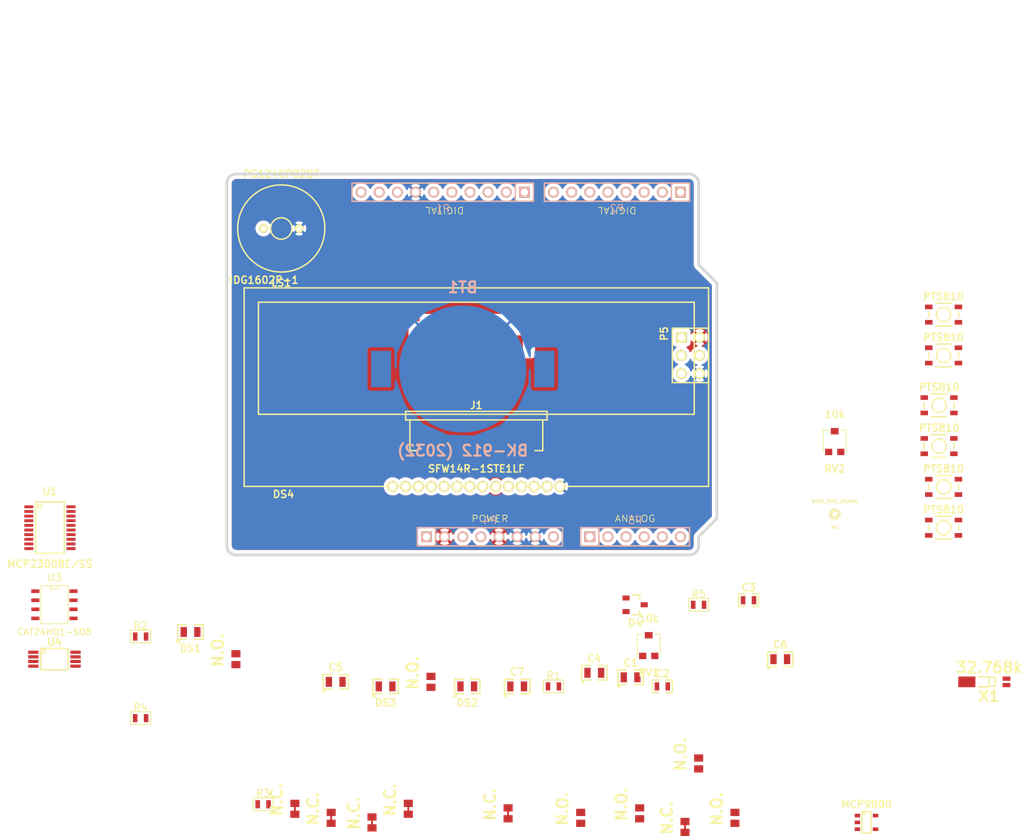
<source format=kicad_pcb>
(kicad_pcb (version 3) (host pcbnew "(2013-09-13 BZR 4316)-product")

  (general
    (links 143)
    (no_connects 134)
    (area 64.6176 42.21734 209.533066 172.7962)
    (thickness 1.6002)
    (drawings 29)
    (tracks 0)
    (zones 0)
    (modules 51)
    (nets 47)
  )

  (page A4)
  (title_block
    (date "16 feb 2013")
  )

  (layers
    (15 Front signal)
    (0 Back signal)
    (16 B.Adhes user)
    (17 F.Adhes user)
    (18 B.Paste user)
    (19 F.Paste user)
    (20 B.SilkS user)
    (21 F.SilkS user)
    (22 B.Mask user)
    (23 F.Mask user)
    (24 Dwgs.User user)
    (25 Cmts.User user)
    (26 Eco1.User user)
    (27 Eco2.User user)
    (28 Edge.Cuts user)
  )

  (setup
    (last_trace_width 0.2032)
    (trace_clearance 0.254)
    (zone_clearance 0.508)
    (zone_45_only no)
    (trace_min 0.2032)
    (segment_width 0.381)
    (edge_width 0.381)
    (via_size 0.889)
    (via_drill 0.635)
    (via_min_size 0.889)
    (via_min_drill 0.508)
    (uvia_size 0.508)
    (uvia_drill 0.127)
    (uvias_allowed no)
    (uvia_min_size 0.508)
    (uvia_min_drill 0.127)
    (pcb_text_width 0.3048)
    (pcb_text_size 1.524 2.032)
    (mod_edge_width 0.2032)
    (mod_text_size 1.524 1.524)
    (mod_text_width 0.3048)
    (pad_size 0.7 4.2)
    (pad_drill 0)
    (pad_to_mask_clearance 0.254)
    (aux_axis_origin 96.52 119.38)
    (grid_origin 96.52 119.38)
    (visible_elements 7FFFFFFF)
    (pcbplotparams
      (layerselection 3178497)
      (usegerberextensions true)
      (excludeedgelayer true)
      (linewidth 0.150000)
      (plotframeref false)
      (viasonmask false)
      (mode 1)
      (useauxorigin false)
      (hpglpennumber 1)
      (hpglpenspeed 20)
      (hpglpendiameter 15)
      (hpglpenoverlay 0)
      (psnegative false)
      (psa4output false)
      (plotreference true)
      (plotvalue true)
      (plotothertext true)
      (plotinvisibletext false)
      (padsonsilk false)
      (subtractmaskfromsilk false)
      (outputformat 1)
      (mirror false)
      (drillshape 1)
      (scaleselection 1)
      (outputdirectory ""))
  )

  (net 0 "")
  (net 1 +5V)
  (net 2 AD2)
  (net 3 AD3)
  (net 4 AD4/SDA)
  (net 5 AD5/SCL)
  (net 6 D0)
  (net 7 D1)
  (net 8 D2)
  (net 9 D3)
  (net 10 D4)
  (net 11 D5)
  (net 12 D6)
  (net 13 D7)
  (net 14 E)
  (net 15 GND)
  (net 16 IO11/MOSI)
  (net 17 IO12/MISO)
  (net 18 IO13/SCK)
  (net 19 IO2/INT0)
  (net 20 IO3/INT1)
  (net 21 IO9)
  (net 22 N-000001)
  (net 23 N-0000010)
  (net 24 N-0000015)
  (net 25 N-0000016)
  (net 26 N-0000017)
  (net 27 N-0000019)
  (net 28 N-000002)
  (net 29 N-0000020)
  (net 30 N-0000021)
  (net 31 N-0000022)
  (net 32 N-0000023)
  (net 33 N-0000025)
  (net 34 N-000003)
  (net 35 N-0000033)
  (net 36 N-0000035)
  (net 37 N-0000036)
  (net 38 N-000004)
  (net 39 N-000005)
  (net 40 N-000006)
  (net 41 N-000007)
  (net 42 N-000008)
  (net 43 N-000009)
  (net 44 RESET)
  (net 45 RW)
  (net 46 V0)

  (net_class Default "This is the default net class."
    (clearance 0.254)
    (trace_width 0.2032)
    (via_dia 0.889)
    (via_drill 0.635)
    (uvia_dia 0.508)
    (uvia_drill 0.127)
    (add_net "")
    (add_net +5V)
    (add_net AD2)
    (add_net AD3)
    (add_net AD4/SDA)
    (add_net AD5/SCL)
    (add_net D0)
    (add_net D1)
    (add_net D2)
    (add_net D3)
    (add_net D4)
    (add_net D5)
    (add_net D6)
    (add_net D7)
    (add_net E)
    (add_net GND)
    (add_net IO11/MOSI)
    (add_net IO12/MISO)
    (add_net IO13/SCK)
    (add_net IO2/INT0)
    (add_net IO3/INT1)
    (add_net IO9)
    (add_net N-000001)
    (add_net N-0000010)
    (add_net N-0000015)
    (add_net N-0000016)
    (add_net N-0000017)
    (add_net N-0000019)
    (add_net N-000002)
    (add_net N-0000020)
    (add_net N-0000021)
    (add_net N-0000022)
    (add_net N-0000023)
    (add_net N-0000025)
    (add_net N-000003)
    (add_net N-0000033)
    (add_net N-0000035)
    (add_net N-0000036)
    (add_net N-000004)
    (add_net N-000005)
    (add_net N-000006)
    (add_net N-000007)
    (add_net N-000008)
    (add_net N-000009)
    (add_net RESET)
    (add_net RW)
    (add_net V0)
  )

  (module PTS810_SMT (layer Front) (tedit 5483D89D) (tstamp 548421F5)
    (at 196.85 91.44)
    (path /5483E16C)
    (fp_text reference SW1 (at 0 2.54) (layer F.SilkS) hide
      (effects (font (size 1.016 1.016) (thickness 0.2032)))
    )
    (fp_text value PTS810 (at 0 -2.54) (layer F.SilkS)
      (effects (font (size 1.016 1.016) (thickness 0.2032)))
    )
    (fp_circle (center 0 0) (end 1 0) (layer F.SilkS) (width 0.2032))
    (fp_line (start -2.1 0.4) (end -2.1 -0.4) (layer F.SilkS) (width 0.2032))
    (fp_line (start 1.1 1.6) (end -1.1 1.6) (layer F.SilkS) (width 0.2032))
    (fp_line (start 2.1 -0.4) (end 2.1 0.4) (layer F.SilkS) (width 0.2032))
    (fp_line (start -1.1 -1.6) (end 1.1 -1.6) (layer F.SilkS) (width 0.2032))
    (pad 4 smd rect (at 2.075 1.075) (size 1.05 0.65)
      (layers Front F.Paste F.Mask)
      (net 44 RESET)
    )
    (pad 3 smd rect (at -2.075 1.075) (size 1.05 0.65)
      (layers Front F.Paste F.Mask)
      (net 44 RESET)
    )
    (pad 1 smd rect (at -2.075 -1.075) (size 1.05 0.65)
      (layers Front F.Paste F.Mask)
      (net 15 GND)
    )
    (pad 2 smd rect (at 2.075 -1.075) (size 1.05 0.65)
      (layers Front F.Paste F.Mask)
      (net 15 GND)
    )
    (model C:\KiCAD_Libraries\3D\Pushbuttons\TACTILE_SWITCH.wrl
      (at (xyz 0 0 0))
      (scale (xyz 1 1 1))
      (rotate (xyz 0 0 0))
    )
  )

  (module PTS810_SMT (layer Front) (tedit 5483D89D) (tstamp 54842202)
    (at 196.85 85.725)
    (path /5483E192)
    (fp_text reference SW2 (at 0 2.54) (layer F.SilkS) hide
      (effects (font (size 1.016 1.016) (thickness 0.2032)))
    )
    (fp_text value PTS810 (at 0 -2.54) (layer F.SilkS)
      (effects (font (size 1.016 1.016) (thickness 0.2032)))
    )
    (fp_circle (center 0 0) (end 1 0) (layer F.SilkS) (width 0.2032))
    (fp_line (start -2.1 0.4) (end -2.1 -0.4) (layer F.SilkS) (width 0.2032))
    (fp_line (start 1.1 1.6) (end -1.1 1.6) (layer F.SilkS) (width 0.2032))
    (fp_line (start 2.1 -0.4) (end 2.1 0.4) (layer F.SilkS) (width 0.2032))
    (fp_line (start -1.1 -1.6) (end 1.1 -1.6) (layer F.SilkS) (width 0.2032))
    (pad 4 smd rect (at 2.075 1.075) (size 1.05 0.65)
      (layers Front F.Paste F.Mask)
      (net 15 GND)
    )
    (pad 3 smd rect (at -2.075 1.075) (size 1.05 0.65)
      (layers Front F.Paste F.Mask)
      (net 15 GND)
    )
    (pad 1 smd rect (at -2.075 -1.075) (size 1.05 0.65)
      (layers Front F.Paste F.Mask)
      (net 29 N-0000020)
    )
    (pad 2 smd rect (at 2.075 -1.075) (size 1.05 0.65)
      (layers Front F.Paste F.Mask)
      (net 29 N-0000020)
    )
    (model C:\KiCAD_Libraries\3D\Pushbuttons\TACTILE_SWITCH.wrl
      (at (xyz 0 0 0))
      (scale (xyz 1 1 1))
      (rotate (xyz 0 0 0))
    )
  )

  (module PTS810_SMT (layer Front) (tedit 5483D89D) (tstamp 5484220F)
    (at 196.215 98.425)
    (path /5483E19D)
    (fp_text reference SW3 (at 0 2.54) (layer F.SilkS) hide
      (effects (font (size 1.016 1.016) (thickness 0.2032)))
    )
    (fp_text value PTS810 (at 0 -2.54) (layer F.SilkS)
      (effects (font (size 1.016 1.016) (thickness 0.2032)))
    )
    (fp_circle (center 0 0) (end 1 0) (layer F.SilkS) (width 0.2032))
    (fp_line (start -2.1 0.4) (end -2.1 -0.4) (layer F.SilkS) (width 0.2032))
    (fp_line (start 1.1 1.6) (end -1.1 1.6) (layer F.SilkS) (width 0.2032))
    (fp_line (start 2.1 -0.4) (end 2.1 0.4) (layer F.SilkS) (width 0.2032))
    (fp_line (start -1.1 -1.6) (end 1.1 -1.6) (layer F.SilkS) (width 0.2032))
    (pad 4 smd rect (at 2.075 1.075) (size 1.05 0.65)
      (layers Front F.Paste F.Mask)
      (net 15 GND)
    )
    (pad 3 smd rect (at -2.075 1.075) (size 1.05 0.65)
      (layers Front F.Paste F.Mask)
      (net 15 GND)
    )
    (pad 1 smd rect (at -2.075 -1.075) (size 1.05 0.65)
      (layers Front F.Paste F.Mask)
      (net 27 N-0000019)
    )
    (pad 2 smd rect (at 2.075 -1.075) (size 1.05 0.65)
      (layers Front F.Paste F.Mask)
      (net 27 N-0000019)
    )
    (model C:\KiCAD_Libraries\3D\Pushbuttons\TACTILE_SWITCH.wrl
      (at (xyz 0 0 0))
      (scale (xyz 1 1 1))
      (rotate (xyz 0 0 0))
    )
  )

  (module PTS810_SMT (layer Front) (tedit 5483D89D) (tstamp 5484221C)
    (at 196.85 115.57)
    (path /5483E1A8)
    (fp_text reference SW4 (at 0 2.54) (layer F.SilkS) hide
      (effects (font (size 1.016 1.016) (thickness 0.2032)))
    )
    (fp_text value PTS810 (at 0 -2.54) (layer F.SilkS)
      (effects (font (size 1.016 1.016) (thickness 0.2032)))
    )
    (fp_circle (center 0 0) (end 1 0) (layer F.SilkS) (width 0.2032))
    (fp_line (start -2.1 0.4) (end -2.1 -0.4) (layer F.SilkS) (width 0.2032))
    (fp_line (start 1.1 1.6) (end -1.1 1.6) (layer F.SilkS) (width 0.2032))
    (fp_line (start 2.1 -0.4) (end 2.1 0.4) (layer F.SilkS) (width 0.2032))
    (fp_line (start -1.1 -1.6) (end 1.1 -1.6) (layer F.SilkS) (width 0.2032))
    (pad 4 smd rect (at 2.075 1.075) (size 1.05 0.65)
      (layers Front F.Paste F.Mask)
      (net 15 GND)
    )
    (pad 3 smd rect (at -2.075 1.075) (size 1.05 0.65)
      (layers Front F.Paste F.Mask)
      (net 15 GND)
    )
    (pad 1 smd rect (at -2.075 -1.075) (size 1.05 0.65)
      (layers Front F.Paste F.Mask)
      (net 30 N-0000021)
    )
    (pad 2 smd rect (at 2.075 -1.075) (size 1.05 0.65)
      (layers Front F.Paste F.Mask)
      (net 30 N-0000021)
    )
    (model C:\KiCAD_Libraries\3D\Pushbuttons\TACTILE_SWITCH.wrl
      (at (xyz 0 0 0))
      (scale (xyz 1 1 1))
      (rotate (xyz 0 0 0))
    )
  )

  (module PTS810_SMT (layer Front) (tedit 5483D89D) (tstamp 54842229)
    (at 196.215 104.14)
    (path /5483E1B3)
    (fp_text reference SW5 (at 0 2.54) (layer F.SilkS) hide
      (effects (font (size 1.016 1.016) (thickness 0.2032)))
    )
    (fp_text value PTS810 (at 0 -2.54) (layer F.SilkS)
      (effects (font (size 1.016 1.016) (thickness 0.2032)))
    )
    (fp_circle (center 0 0) (end 1 0) (layer F.SilkS) (width 0.2032))
    (fp_line (start -2.1 0.4) (end -2.1 -0.4) (layer F.SilkS) (width 0.2032))
    (fp_line (start 1.1 1.6) (end -1.1 1.6) (layer F.SilkS) (width 0.2032))
    (fp_line (start 2.1 -0.4) (end 2.1 0.4) (layer F.SilkS) (width 0.2032))
    (fp_line (start -1.1 -1.6) (end 1.1 -1.6) (layer F.SilkS) (width 0.2032))
    (pad 4 smd rect (at 2.075 1.075) (size 1.05 0.65)
      (layers Front F.Paste F.Mask)
      (net 15 GND)
    )
    (pad 3 smd rect (at -2.075 1.075) (size 1.05 0.65)
      (layers Front F.Paste F.Mask)
      (net 15 GND)
    )
    (pad 1 smd rect (at -2.075 -1.075) (size 1.05 0.65)
      (layers Front F.Paste F.Mask)
      (net 31 N-0000022)
    )
    (pad 2 smd rect (at 2.075 -1.075) (size 1.05 0.65)
      (layers Front F.Paste F.Mask)
      (net 31 N-0000022)
    )
    (model C:\KiCAD_Libraries\3D\Pushbuttons\TACTILE_SWITCH.wrl
      (at (xyz 0 0 0))
      (scale (xyz 1 1 1))
      (rotate (xyz 0 0 0))
    )
  )

  (module PTS810_SMT (layer Front) (tedit 5483D89D) (tstamp 54842236)
    (at 196.85 109.855)
    (path /5483E1BE)
    (fp_text reference SW6 (at 0 2.54) (layer F.SilkS) hide
      (effects (font (size 1.016 1.016) (thickness 0.2032)))
    )
    (fp_text value PTS810 (at 0 -2.54) (layer F.SilkS)
      (effects (font (size 1.016 1.016) (thickness 0.2032)))
    )
    (fp_circle (center 0 0) (end 1 0) (layer F.SilkS) (width 0.2032))
    (fp_line (start -2.1 0.4) (end -2.1 -0.4) (layer F.SilkS) (width 0.2032))
    (fp_line (start 1.1 1.6) (end -1.1 1.6) (layer F.SilkS) (width 0.2032))
    (fp_line (start 2.1 -0.4) (end 2.1 0.4) (layer F.SilkS) (width 0.2032))
    (fp_line (start -1.1 -1.6) (end 1.1 -1.6) (layer F.SilkS) (width 0.2032))
    (pad 4 smd rect (at 2.075 1.075) (size 1.05 0.65)
      (layers Front F.Paste F.Mask)
      (net 15 GND)
    )
    (pad 3 smd rect (at -2.075 1.075) (size 1.05 0.65)
      (layers Front F.Paste F.Mask)
      (net 15 GND)
    )
    (pad 1 smd rect (at -2.075 -1.075) (size 1.05 0.65)
      (layers Front F.Paste F.Mask)
      (net 32 N-0000023)
    )
    (pad 2 smd rect (at 2.075 -1.075) (size 1.05 0.65)
      (layers Front F.Paste F.Mask)
      (net 32 N-0000023)
    )
    (model C:\KiCAD_Libraries\3D\Pushbuttons\TACTILE_SWITCH.wrl
      (at (xyz 0 0 0))
      (scale (xyz 1 1 1))
      (rotate (xyz 0 0 0))
    )
  )

  (module CR2032_MPD_BK912_SMT (layer Back) (tedit 5483D004) (tstamp 5484209B)
    (at 129.54 93.345)
    (path /5477FBC0)
    (fp_text reference BT1 (at 0 -11.43) (layer B.SilkS)
      (effects (font (thickness 0.3048)) (justify mirror))
    )
    (fp_text value "BK-912 (2032)" (at 0 11.43) (layer B.SilkS)
      (effects (font (thickness 0.3048)) (justify mirror))
    )
    (pad 1 smd rect (at -11.43 0) (size 2.794 5.08)
      (layers Back B.Paste B.Mask)
      (net 43 N-000009)
    )
    (pad 3 smd rect (at 11.43 0) (size 2.794 5.08)
      (layers Back B.Paste B.Mask)
      (net 43 N-000009)
    )
    (pad 2 smd circle (at 0 0) (size 17.78 17.78)
      (layers Back B.Paste B.Mask)
      (net 15 GND)
    )
    (model C:/Engineering/KiCAD_Libraries/3D/Battery_Holders/VRML/CR2032_MPD_BK912_SMT.wrl
      (at (xyz 0 0 0.005))
      (scale (xyz 1 1 1))
      (rotate (xyz 0 0 0))
    )
  )

  (module HDG1602P-1 (layer Front) (tedit 5483F001) (tstamp 5484212E)
    (at 131.445 95.885)
    (path /5483F27E)
    (fp_text reference DS4 (at -27 15) (layer F.SilkS)
      (effects (font (size 1.016 1.016) (thickness 0.2032)))
    )
    (fp_text value HDG1602P-1 (at -30 -15) (layer F.SilkS)
      (effects (font (size 1.016 1.016) (thickness 0.2032)))
    )
    (fp_line (start -30.5 -11.9) (end -30.5 3.8) (layer F.SilkS) (width 0.2032))
    (fp_line (start -30.5 3.8) (end 30.5 3.8) (layer F.SilkS) (width 0.2032))
    (fp_line (start 30.5 3.8) (end 30.5 -11.9) (layer F.SilkS) (width 0.2032))
    (fp_line (start 30.5 -11.9) (end -30.5 -11.9) (layer F.SilkS) (width 0.2032))
    (fp_line (start -32.5 -13.9) (end 32.5 -13.9) (layer F.SilkS) (width 0.2032))
    (fp_line (start 32.5 -13.9) (end 32.5 13.9) (layer F.SilkS) (width 0.2032))
    (fp_line (start 32.5 13.9) (end -32.5 13.9) (layer F.SilkS) (width 0.2032))
    (fp_line (start -32.5 13.9) (end -32.5 -13.9) (layer F.SilkS) (width 0.2032))
    (pad 1 thru_hole circle (at -11.7 13.9) (size 1.524 1.524) (drill 1.016)
      (layers *.Cu *.Mask F.SilkS)
      (net 13 D7)
    )
    (pad 2 thru_hole circle (at -9.9 13.9) (size 1.524 1.524) (drill 1.016)
      (layers *.Cu *.Mask F.SilkS)
      (net 12 D6)
    )
    (pad 3 thru_hole circle (at -8.1 13.9) (size 1.524 1.524) (drill 1.016)
      (layers *.Cu *.Mask F.SilkS)
      (net 11 D5)
    )
    (pad 4 thru_hole circle (at -6.3 13.9) (size 1.524 1.524) (drill 1.016)
      (layers *.Cu *.Mask F.SilkS)
      (net 10 D4)
    )
    (pad 5 thru_hole circle (at -4.5 13.9) (size 1.524 1.524) (drill 1.016)
      (layers *.Cu *.Mask F.SilkS)
      (net 9 D3)
    )
    (pad 6 thru_hole circle (at -2.7 13.9) (size 1.524 1.524) (drill 1.016)
      (layers *.Cu *.Mask F.SilkS)
      (net 8 D2)
    )
    (pad 7 thru_hole circle (at -0.9 13.9) (size 1.524 1.524) (drill 1.016)
      (layers *.Cu *.Mask F.SilkS)
      (net 7 D1)
    )
    (pad 8 thru_hole circle (at 0.9 13.9) (size 1.524 1.524) (drill 1.016)
      (layers *.Cu *.Mask F.SilkS)
      (net 6 D0)
    )
    (pad 9 thru_hole circle (at 2.7 13.9) (size 1.524 1.524) (drill 1.016)
      (layers *.Cu *.Mask F.SilkS)
      (net 1 +5V)
    )
    (pad 10 thru_hole circle (at 4.5 13.9) (size 1.524 1.524) (drill 1.016)
      (layers *.Cu *.Mask F.SilkS)
      (net 14 E)
    )
    (pad 11 thru_hole circle (at 6.3 13.9) (size 1.524 1.524) (drill 1.016)
      (layers *.Cu *.Mask F.SilkS)
      (net 45 RW)
    )
    (pad 12 thru_hole circle (at 8.1 13.9) (size 1.524 1.524) (drill 1.016)
      (layers *.Cu *.Mask F.SilkS)
      (net 21 IO9)
    )
    (pad 13 thru_hole circle (at 9.9 13.9) (size 1.524 1.524) (drill 1.016)
      (layers *.Cu *.Mask F.SilkS)
      (net 46 V0)
    )
    (pad 14 thru_hole circle (at 11.7 13.9) (size 1.524 1.524) (drill 1.016)
      (layers *.Cu *.Mask F.SilkS)
      (net 15 GND)
    )
  )

  (module SOLDER_LINK_NO (layer Front) (tedit 5483ACDB) (tstamp 54842152)
    (at 125.095 137.16)
    (path /5476B213)
    (fp_text reference LK1 (at 2.54 0 90) (layer F.SilkS) hide
      (effects (font (thickness 0.3048)))
    )
    (fp_text value N.O. (at -2.54 -1.27 90) (layer F.SilkS)
      (effects (font (thickness 0.3048)))
    )
    (pad 1 smd rect (at 0 -0.762) (size 1.27 1.016)
      (layers Front F.Paste F.Mask)
      (net 1 +5V)
      (solder_mask_margin 0.3048)
    )
    (pad 2 smd rect (at 0 0.762) (size 1.27 1.016)
      (layers Front F.Paste F.Mask)
      (net 34 N-000003)
      (solder_mask_margin 0.3048)
    )
  )

  (module SOLDER_LINK_NO (layer Front) (tedit 5483ACDB) (tstamp 54842158)
    (at 97.79 133.985)
    (path /5476B22C)
    (fp_text reference LK2 (at 2.54 0 90) (layer F.SilkS) hide
      (effects (font (thickness 0.3048)))
    )
    (fp_text value N.O. (at -2.54 -1.27 90) (layer F.SilkS)
      (effects (font (thickness 0.3048)))
    )
    (pad 1 smd rect (at 0 -0.762) (size 1.27 1.016)
      (layers Front F.Paste F.Mask)
      (net 1 +5V)
      (solder_mask_margin 0.3048)
    )
    (pad 2 smd rect (at 0 0.762) (size 1.27 1.016)
      (layers Front F.Paste F.Mask)
      (net 28 N-000002)
      (solder_mask_margin 0.3048)
    )
  )

  (module SOLDER_LINK_NO (layer Front) (tedit 5483ACDB) (tstamp 5484215E)
    (at 146.05 156.21)
    (path /5476B6C5)
    (fp_text reference LK3 (at 2.54 0 90) (layer F.SilkS) hide
      (effects (font (thickness 0.3048)))
    )
    (fp_text value N.O. (at -2.54 -1.27 90) (layer F.SilkS)
      (effects (font (thickness 0.3048)))
    )
    (pad 1 smd rect (at 0 -0.762) (size 1.27 1.016)
      (layers Front F.Paste F.Mask)
      (net 1 +5V)
      (solder_mask_margin 0.3048)
    )
    (pad 2 smd rect (at 0 0.762) (size 1.27 1.016)
      (layers Front F.Paste F.Mask)
      (net 22 N-000001)
      (solder_mask_margin 0.3048)
    )
  )

  (module SOLDER_LINK_NC (layer Front) (tedit 5483AD96) (tstamp 54842165)
    (at 135.89 155.575)
    (path /5476B219)
    (fp_text reference LK4 (at 2.54 0 90) (layer F.SilkS) hide
      (effects (font (thickness 0.3048)))
    )
    (fp_text value N.C. (at -2.54 -1.27 90) (layer F.SilkS)
      (effects (font (thickness 0.3048)))
    )
    (fp_line (start 0 0.508) (end 0 -0.508) (layer Front) (width 0.254))
    (pad 1 smd rect (at 0 -0.762) (size 1.27 1.016)
      (layers Front F.Paste F.Mask)
      (net 34 N-000003)
      (solder_mask_margin 0.3048)
    )
    (pad 2 smd rect (at 0 0.762) (size 1.27 1.016)
      (layers Front F.Paste F.Mask)
      (net 15 GND)
      (solder_mask_margin 0.3048)
    )
  )

  (module SOLDER_LINK_NC (layer Front) (tedit 5483AD96) (tstamp 5484216C)
    (at 121.92 154.94)
    (path /5476B232)
    (fp_text reference LK5 (at 2.54 0 90) (layer F.SilkS) hide
      (effects (font (thickness 0.3048)))
    )
    (fp_text value N.C. (at -2.54 -1.27 90) (layer F.SilkS)
      (effects (font (thickness 0.3048)))
    )
    (fp_line (start 0 0.508) (end 0 -0.508) (layer Front) (width 0.254))
    (pad 1 smd rect (at 0 -0.762) (size 1.27 1.016)
      (layers Front F.Paste F.Mask)
      (net 28 N-000002)
      (solder_mask_margin 0.3048)
    )
    (pad 2 smd rect (at 0 0.762) (size 1.27 1.016)
      (layers Front F.Paste F.Mask)
      (net 15 GND)
      (solder_mask_margin 0.3048)
    )
  )

  (module SOLDER_LINK_NC (layer Front) (tedit 5483AD96) (tstamp 54842173)
    (at 160.655 157.48)
    (path /5476B6CB)
    (fp_text reference LK6 (at 2.54 0 90) (layer F.SilkS) hide
      (effects (font (thickness 0.3048)))
    )
    (fp_text value N.C. (at -2.54 -1.27 90) (layer F.SilkS)
      (effects (font (thickness 0.3048)))
    )
    (fp_line (start 0 0.508) (end 0 -0.508) (layer Front) (width 0.254))
    (pad 1 smd rect (at 0 -0.762) (size 1.27 1.016)
      (layers Front F.Paste F.Mask)
      (net 22 N-000001)
      (solder_mask_margin 0.3048)
    )
    (pad 2 smd rect (at 0 0.762) (size 1.27 1.016)
      (layers Front F.Paste F.Mask)
      (net 15 GND)
      (solder_mask_margin 0.3048)
    )
  )

  (module SOLDER_LINK_NO (layer Front) (tedit 5483ACDB) (tstamp 54842179)
    (at 154.305 155.575)
    (path /5476DE62)
    (fp_text reference LK7 (at 2.54 0 90) (layer F.SilkS) hide
      (effects (font (thickness 0.3048)))
    )
    (fp_text value N.O. (at -2.54 -1.27 90) (layer F.SilkS)
      (effects (font (thickness 0.3048)))
    )
    (pad 1 smd rect (at 0 -0.762) (size 1.27 1.016)
      (layers Front F.Paste F.Mask)
      (net 3 AD3)
      (solder_mask_margin 0.3048)
    )
    (pad 2 smd rect (at 0 0.762) (size 1.27 1.016)
      (layers Front F.Paste F.Mask)
      (net 45 RW)
      (solder_mask_margin 0.3048)
    )
  )

  (module SOLDER_LINK_NC (layer Front) (tedit 5483AD96) (tstamp 54842180)
    (at 106.045 154.94)
    (path /5476E052)
    (fp_text reference LK8 (at 2.54 0 90) (layer F.SilkS) hide
      (effects (font (thickness 0.3048)))
    )
    (fp_text value N.C. (at -2.54 -1.27 90) (layer F.SilkS)
      (effects (font (thickness 0.3048)))
    )
    (fp_line (start 0 0.508) (end 0 -0.508) (layer Front) (width 0.254))
    (pad 1 smd rect (at 0 -0.762) (size 1.27 1.016)
      (layers Front F.Paste F.Mask)
      (net 45 RW)
      (solder_mask_margin 0.3048)
    )
    (pad 2 smd rect (at 0 0.762) (size 1.27 1.016)
      (layers Front F.Paste F.Mask)
      (net 15 GND)
      (solder_mask_margin 0.3048)
    )
  )

  (module SOLDER_LINK_NO (layer Front) (tedit 5483ACDB) (tstamp 54842186)
    (at 167.64 156.21)
    (path /5476A699)
    (fp_text reference LK9 (at 2.54 0 90) (layer F.SilkS) hide
      (effects (font (thickness 0.3048)))
    )
    (fp_text value N.O. (at -2.54 -1.27 90) (layer F.SilkS)
      (effects (font (thickness 0.3048)))
    )
    (pad 1 smd rect (at 0 -0.762) (size 1.27 1.016)
      (layers Front F.Paste F.Mask)
      (net 1 +5V)
      (solder_mask_margin 0.3048)
    )
    (pad 2 smd rect (at 0 0.762) (size 1.27 1.016)
      (layers Front F.Paste F.Mask)
      (net 25 N-0000016)
      (solder_mask_margin 0.3048)
    )
  )

  (module SOLDER_LINK_NO (layer Front) (tedit 5483ACDB) (tstamp 5484218C)
    (at 162.56 148.59)
    (path /5476A5E3)
    (fp_text reference LK10 (at 2.54 0 90) (layer F.SilkS) hide
      (effects (font (thickness 0.3048)))
    )
    (fp_text value N.O. (at -2.54 -1.27 90) (layer F.SilkS)
      (effects (font (thickness 0.3048)))
    )
    (pad 1 smd rect (at 0 -0.762) (size 1.27 1.016)
      (layers Front F.Paste F.Mask)
      (net 1 +5V)
      (solder_mask_margin 0.3048)
    )
    (pad 2 smd rect (at 0 0.762) (size 1.27 1.016)
      (layers Front F.Paste F.Mask)
      (net 24 N-0000015)
      (solder_mask_margin 0.3048)
    )
  )

  (module SOLDER_LINK_NC (layer Front) (tedit 5483AD96) (tstamp 54842193)
    (at 116.84 156.845)
    (path /5476A5CF)
    (fp_text reference LK11 (at 2.54 0 90) (layer F.SilkS) hide
      (effects (font (thickness 0.3048)))
    )
    (fp_text value N.C. (at -2.54 -1.27 90) (layer F.SilkS)
      (effects (font (thickness 0.3048)))
    )
    (fp_line (start 0 0.508) (end 0 -0.508) (layer Front) (width 0.254))
    (pad 1 smd rect (at 0 -0.762) (size 1.27 1.016)
      (layers Front F.Paste F.Mask)
      (net 25 N-0000016)
      (solder_mask_margin 0.3048)
    )
    (pad 2 smd rect (at 0 0.762) (size 1.27 1.016)
      (layers Front F.Paste F.Mask)
      (net 15 GND)
      (solder_mask_margin 0.3048)
    )
  )

  (module SOLDER_LINK_NC (layer Front) (tedit 5483AD96) (tstamp 5484219A)
    (at 111.125 156.21)
    (path /5476A682)
    (fp_text reference LK12 (at 2.54 0 90) (layer F.SilkS) hide
      (effects (font (thickness 0.3048)))
    )
    (fp_text value N.C. (at -2.54 -1.27 90) (layer F.SilkS)
      (effects (font (thickness 0.3048)))
    )
    (fp_line (start 0 0.508) (end 0 -0.508) (layer Front) (width 0.254))
    (pad 1 smd rect (at 0 -0.762) (size 1.27 1.016)
      (layers Front F.Paste F.Mask)
      (net 24 N-0000015)
      (solder_mask_margin 0.3048)
    )
    (pad 2 smd rect (at 0 0.762) (size 1.27 1.016)
      (layers Front F.Paste F.Mask)
      (net 15 GND)
      (solder_mask_margin 0.3048)
    )
  )

  (module PS1240P02BT_PTH (layer Front) (tedit 5483DBF1) (tstamp 548421A2)
    (at 104.14 73.66)
    (path /54847F72)
    (fp_text reference LS1 (at 0 7.62) (layer F.SilkS)
      (effects (font (size 1.016 1.016) (thickness 0.2032)))
    )
    (fp_text value PS1240P02BT (at 0 -7.62) (layer F.SilkS)
      (effects (font (size 1.016 1.016) (thickness 0.2032)))
    )
    (fp_circle (center 0 0) (end 1.5 0) (layer F.SilkS) (width 0.2032))
    (fp_circle (center 0 0) (end 6.1 0) (layer F.SilkS) (width 0.2032))
    (pad 1 thru_hole circle (at -2.5 0) (size 1.2 1.2) (drill 0.65)
      (layers *.Cu *.Mask F.SilkS)
      (net 38 N-000004)
    )
    (pad 2 thru_hole circle (at 2.5 0) (size 1.2 1.2) (drill 0.65)
      (layers *.Cu *.Mask F.SilkS)
      (net 15 GND)
    )
  )

  (module R0603 (layer Front) (tedit 544F0A6E) (tstamp 548421AC)
    (at 142.24 137.795)
    (path /54768ADD)
    (attr smd)
    (fp_text reference R1 (at 0 -1.524) (layer F.SilkS)
      (effects (font (size 1.016 1.016) (thickness 0.1524)))
    )
    (fp_text value 270 (at 0 1.524) (layer F.SilkS) hide
      (effects (font (size 1.016 1.016) (thickness 0.1524)))
    )
    (fp_line (start -1.397 -0.889) (end 1.397 -0.889) (layer F.SilkS) (width 0.1524))
    (fp_line (start 1.397 -0.889) (end 1.397 0.889) (layer F.SilkS) (width 0.1524))
    (fp_line (start 1.397 0.889) (end -1.397 0.889) (layer F.SilkS) (width 0.1524))
    (fp_line (start -1.397 0.889) (end -1.397 -0.889) (layer F.SilkS) (width 0.1524))
    (pad 1 smd rect (at -0.762 0) (size 0.635 1.143)
      (layers Front F.Paste F.Mask)
      (net 1 +5V)
    )
    (pad 2 smd rect (at 0.762 0) (size 0.635 1.143)
      (layers Front F.Paste F.Mask)
      (net 35 N-0000033)
    )
    (model C:/Engineering/KiCAD_Libraries/3D/Discrete/Passive/Resistors/VRML/R0603.wrl
      (at (xyz 0 0 0.005))
      (scale (xyz 0.39 0.39 0.39))
      (rotate (xyz 0 0 0))
    )
  )

  (module R0603 (layer Front) (tedit 544F0A6E) (tstamp 548421B6)
    (at 84.455 130.81)
    (path /54768AEA)
    (attr smd)
    (fp_text reference R2 (at 0 -1.524) (layer F.SilkS)
      (effects (font (size 1.016 1.016) (thickness 0.1524)))
    )
    (fp_text value 270 (at 0 1.524) (layer F.SilkS) hide
      (effects (font (size 1.016 1.016) (thickness 0.1524)))
    )
    (fp_line (start -1.397 -0.889) (end 1.397 -0.889) (layer F.SilkS) (width 0.1524))
    (fp_line (start 1.397 -0.889) (end 1.397 0.889) (layer F.SilkS) (width 0.1524))
    (fp_line (start 1.397 0.889) (end -1.397 0.889) (layer F.SilkS) (width 0.1524))
    (fp_line (start -1.397 0.889) (end -1.397 -0.889) (layer F.SilkS) (width 0.1524))
    (pad 1 smd rect (at -0.762 0) (size 0.635 1.143)
      (layers Front F.Paste F.Mask)
      (net 1 +5V)
    )
    (pad 2 smd rect (at 0.762 0) (size 0.635 1.143)
      (layers Front F.Paste F.Mask)
      (net 36 N-0000035)
    )
    (model C:/Engineering/KiCAD_Libraries/3D/Discrete/Passive/Resistors/VRML/R0603.wrl
      (at (xyz 0 0 0.005))
      (scale (xyz 0.39 0.39 0.39))
      (rotate (xyz 0 0 0))
    )
  )

  (module R0603 (layer Front) (tedit 544F0A6E) (tstamp 548421C0)
    (at 101.6 154.305)
    (path /54768AF7)
    (attr smd)
    (fp_text reference R3 (at 0 -1.524) (layer F.SilkS)
      (effects (font (size 1.016 1.016) (thickness 0.1524)))
    )
    (fp_text value 270 (at 0 1.524) (layer F.SilkS) hide
      (effects (font (size 1.016 1.016) (thickness 0.1524)))
    )
    (fp_line (start -1.397 -0.889) (end 1.397 -0.889) (layer F.SilkS) (width 0.1524))
    (fp_line (start 1.397 -0.889) (end 1.397 0.889) (layer F.SilkS) (width 0.1524))
    (fp_line (start 1.397 0.889) (end -1.397 0.889) (layer F.SilkS) (width 0.1524))
    (fp_line (start -1.397 0.889) (end -1.397 -0.889) (layer F.SilkS) (width 0.1524))
    (pad 1 smd rect (at -0.762 0) (size 0.635 1.143)
      (layers Front F.Paste F.Mask)
      (net 1 +5V)
    )
    (pad 2 smd rect (at 0.762 0) (size 0.635 1.143)
      (layers Front F.Paste F.Mask)
      (net 37 N-0000036)
    )
    (model C:/Engineering/KiCAD_Libraries/3D/Discrete/Passive/Resistors/VRML/R0603.wrl
      (at (xyz 0 0 0.005))
      (scale (xyz 0.39 0.39 0.39))
      (rotate (xyz 0 0 0))
    )
  )

  (module R0603 (layer Front) (tedit 544F0A6E) (tstamp 548421CA)
    (at 84.455 142.24)
    (path /54769321)
    (attr smd)
    (fp_text reference R4 (at 0 -1.524) (layer F.SilkS)
      (effects (font (size 1.016 1.016) (thickness 0.1524)))
    )
    (fp_text value 4.7k (at 0 1.524) (layer F.SilkS) hide
      (effects (font (size 1.016 1.016) (thickness 0.1524)))
    )
    (fp_line (start -1.397 -0.889) (end 1.397 -0.889) (layer F.SilkS) (width 0.1524))
    (fp_line (start 1.397 -0.889) (end 1.397 0.889) (layer F.SilkS) (width 0.1524))
    (fp_line (start 1.397 0.889) (end -1.397 0.889) (layer F.SilkS) (width 0.1524))
    (fp_line (start -1.397 0.889) (end -1.397 -0.889) (layer F.SilkS) (width 0.1524))
    (pad 1 smd rect (at -0.762 0) (size 0.635 1.143)
      (layers Front F.Paste F.Mask)
      (net 1 +5V)
    )
    (pad 2 smd rect (at 0.762 0) (size 0.635 1.143)
      (layers Front F.Paste F.Mask)
      (net 4 AD4/SDA)
    )
    (model C:/Engineering/KiCAD_Libraries/3D/Discrete/Passive/Resistors/VRML/R0603.wrl
      (at (xyz 0 0 0.005))
      (scale (xyz 0.39 0.39 0.39))
      (rotate (xyz 0 0 0))
    )
  )

  (module R0603 (layer Front) (tedit 544F0A6E) (tstamp 548421D4)
    (at 162.56 126.365)
    (path /54769316)
    (attr smd)
    (fp_text reference R5 (at 0 -1.524) (layer F.SilkS)
      (effects (font (size 1.016 1.016) (thickness 0.1524)))
    )
    (fp_text value 4.7k (at 0 1.524) (layer F.SilkS) hide
      (effects (font (size 1.016 1.016) (thickness 0.1524)))
    )
    (fp_line (start -1.397 -0.889) (end 1.397 -0.889) (layer F.SilkS) (width 0.1524))
    (fp_line (start 1.397 -0.889) (end 1.397 0.889) (layer F.SilkS) (width 0.1524))
    (fp_line (start 1.397 0.889) (end -1.397 0.889) (layer F.SilkS) (width 0.1524))
    (fp_line (start -1.397 0.889) (end -1.397 -0.889) (layer F.SilkS) (width 0.1524))
    (pad 1 smd rect (at -0.762 0) (size 0.635 1.143)
      (layers Front F.Paste F.Mask)
      (net 1 +5V)
    )
    (pad 2 smd rect (at 0.762 0) (size 0.635 1.143)
      (layers Front F.Paste F.Mask)
      (net 5 AD5/SCL)
    )
    (model C:/Engineering/KiCAD_Libraries/3D/Discrete/Passive/Resistors/VRML/R0603.wrl
      (at (xyz 0 0 0.005))
      (scale (xyz 0.39 0.39 0.39))
      (rotate (xyz 0 0 0))
    )
  )

  (module WIRE_PAD_26AWG (layer Front) (tedit 512C35F1) (tstamp 54842289)
    (at 181.61 113.665)
    (path /5483A739)
    (fp_text reference W1 (at 0 1.778) (layer F.SilkS)
      (effects (font (size 0.4572 0.508) (thickness 0.1016)))
    )
    (fp_text value WIRE_PAD_26AWG (at 0 -1.778) (layer F.SilkS)
      (effects (font (size 0.4572 0.508) (thickness 0.1016)))
    )
    (fp_circle (center 0 0) (end 0.762 0) (layer F.SilkS) (width 0.127))
    (pad 1 thru_hole circle (at 0 0) (size 1.143 1.143) (drill 0.6604)
      (layers *.Cu *.Mask F.SilkS)
      (net 26 N-0000017)
    )
  )

  (module CP0805 (layer Front) (tedit 54847428) (tstamp 54848D7E)
    (at 153.035 136.525)
    (path /5476D52A)
    (attr smd)
    (fp_text reference C1 (at 0 -2.032) (layer F.SilkS)
      (effects (font (size 1.016 1.016) (thickness 0.2032)))
    )
    (fp_text value 10uF (at 0 2.032) (layer F.SilkS) hide
      (effects (font (size 1.016 1.016) (thickness 0.2032)))
    )
    (fp_circle (center -1.651 1.27) (end -1.651 1.397) (layer F.SilkS) (width 0.2032))
    (fp_line (start 0.508 -1.016) (end 1.778 -1.016) (layer F.SilkS) (width 0.2032))
    (fp_line (start 1.778 -1.016) (end 1.778 1.016) (layer F.SilkS) (width 0.2032))
    (fp_line (start 1.778 1.016) (end 0.508 1.016) (layer F.SilkS) (width 0.2032))
    (fp_line (start -0.508 -1.016) (end -1.778 -1.016) (layer F.SilkS) (width 0.2032))
    (fp_line (start -1.778 -1.016) (end -1.778 1.016) (layer F.SilkS) (width 0.2032))
    (fp_line (start -1.778 1.016) (end -0.508 1.016) (layer F.SilkS) (width 0.2032))
    (pad 1 smd rect (at -0.9525 0) (size 0.889 1.397)
      (layers Front F.Paste F.Mask)
      (net 1 +5V)
    )
    (pad 2 smd rect (at 0.9525 0) (size 0.889 1.397)
      (layers Front F.Paste F.Mask)
      (net 15 GND)
    )
    (model C:/Engineering/KiCAD_Libraries/3D/Discrete/Passive/Capacitors/VRML/C0805.wrl
      (at (xyz 0 0 0))
      (scale (xyz 1 1 1))
      (rotate (xyz 0 0 0))
    )
  )

  (module C0603 (layer Front) (tedit 5484731F) (tstamp 54848D8A)
    (at 157.48 137.795)
    (path /5476C827)
    (attr smd)
    (fp_text reference C2 (at 0 -1.778) (layer F.SilkS)
      (effects (font (size 1.016 1.016) (thickness 0.2032)))
    )
    (fp_text value 8pF (at 0 1.778) (layer F.SilkS) hide
      (effects (font (size 1.016 1.016) (thickness 0.2032)))
    )
    (fp_line (start 0.508 -0.889) (end 1.397 -0.889) (layer F.SilkS) (width 0.2032))
    (fp_line (start 1.397 -0.889) (end 1.397 0.889) (layer F.SilkS) (width 0.2032))
    (fp_line (start 1.397 0.889) (end 0.508 0.889) (layer F.SilkS) (width 0.2032))
    (fp_line (start -0.508 0.889) (end -1.397 0.889) (layer F.SilkS) (width 0.2032))
    (fp_line (start -0.508 -0.889) (end -1.397 -0.889) (layer F.SilkS) (width 0.2032))
    (fp_line (start -1.397 -0.889) (end -1.397 0.889) (layer F.SilkS) (width 0.2032))
    (pad 1 smd rect (at -0.762 0) (size 0.635 1.143)
      (layers Front F.Paste F.Mask)
      (net 15 GND)
    )
    (pad 2 smd rect (at 0.762 0) (size 0.635 1.143)
      (layers Front F.Paste F.Mask)
      (net 39 N-000005)
    )
    (model C:/Engineering/KiCAD_Libraries/3D/Discrete/Passive/Capacitors/VRML/C0603.wrl
      (at (xyz 0 0 0.005))
      (scale (xyz 1 1 1))
      (rotate (xyz 0 0 0))
    )
  )

  (module C0603 (layer Front) (tedit 5484731F) (tstamp 54848D95)
    (at 169.545 125.73)
    (path /5476C839)
    (attr smd)
    (fp_text reference C3 (at 0 -1.778) (layer F.SilkS)
      (effects (font (size 1.016 1.016) (thickness 0.2032)))
    )
    (fp_text value 8pF (at 0 1.778) (layer F.SilkS) hide
      (effects (font (size 1.016 1.016) (thickness 0.2032)))
    )
    (fp_line (start 0.508 -0.889) (end 1.397 -0.889) (layer F.SilkS) (width 0.2032))
    (fp_line (start 1.397 -0.889) (end 1.397 0.889) (layer F.SilkS) (width 0.2032))
    (fp_line (start 1.397 0.889) (end 0.508 0.889) (layer F.SilkS) (width 0.2032))
    (fp_line (start -0.508 0.889) (end -1.397 0.889) (layer F.SilkS) (width 0.2032))
    (fp_line (start -0.508 -0.889) (end -1.397 -0.889) (layer F.SilkS) (width 0.2032))
    (fp_line (start -1.397 -0.889) (end -1.397 0.889) (layer F.SilkS) (width 0.2032))
    (pad 1 smd rect (at -0.762 0) (size 0.635 1.143)
      (layers Front F.Paste F.Mask)
      (net 15 GND)
    )
    (pad 2 smd rect (at 0.762 0) (size 0.635 1.143)
      (layers Front F.Paste F.Mask)
      (net 41 N-000007)
    )
    (model C:/Engineering/KiCAD_Libraries/3D/Discrete/Passive/Capacitors/VRML/C0603.wrl
      (at (xyz 0 0 0.005))
      (scale (xyz 1 1 1))
      (rotate (xyz 0 0 0))
    )
  )

  (module CP0805 (layer Front) (tedit 54847428) (tstamp 54848DA0)
    (at 147.955 135.89)
    (path /5476CA5C)
    (attr smd)
    (fp_text reference C4 (at 0 -2.032) (layer F.SilkS)
      (effects (font (size 1.016 1.016) (thickness 0.2032)))
    )
    (fp_text value 10uF (at 0 2.032) (layer F.SilkS) hide
      (effects (font (size 1.016 1.016) (thickness 0.2032)))
    )
    (fp_circle (center -1.651 1.27) (end -1.651 1.397) (layer F.SilkS) (width 0.2032))
    (fp_line (start 0.508 -1.016) (end 1.778 -1.016) (layer F.SilkS) (width 0.2032))
    (fp_line (start 1.778 -1.016) (end 1.778 1.016) (layer F.SilkS) (width 0.2032))
    (fp_line (start 1.778 1.016) (end 0.508 1.016) (layer F.SilkS) (width 0.2032))
    (fp_line (start -0.508 -1.016) (end -1.778 -1.016) (layer F.SilkS) (width 0.2032))
    (fp_line (start -1.778 -1.016) (end -1.778 1.016) (layer F.SilkS) (width 0.2032))
    (fp_line (start -1.778 1.016) (end -0.508 1.016) (layer F.SilkS) (width 0.2032))
    (pad 1 smd rect (at -0.9525 0) (size 0.889 1.397)
      (layers Front F.Paste F.Mask)
      (net 1 +5V)
    )
    (pad 2 smd rect (at 0.9525 0) (size 0.889 1.397)
      (layers Front F.Paste F.Mask)
      (net 15 GND)
    )
    (model C:/Engineering/KiCAD_Libraries/3D/Discrete/Passive/Capacitors/VRML/C0805.wrl
      (at (xyz 0 0 0))
      (scale (xyz 1 1 1))
      (rotate (xyz 0 0 0))
    )
  )

  (module CP0805 (layer Front) (tedit 54847428) (tstamp 54848DAC)
    (at 111.76 137.16)
    (path /5476D99F)
    (attr smd)
    (fp_text reference C5 (at 0 -2.032) (layer F.SilkS)
      (effects (font (size 1.016 1.016) (thickness 0.2032)))
    )
    (fp_text value 10uF (at 0 2.032) (layer F.SilkS) hide
      (effects (font (size 1.016 1.016) (thickness 0.2032)))
    )
    (fp_circle (center -1.651 1.27) (end -1.651 1.397) (layer F.SilkS) (width 0.2032))
    (fp_line (start 0.508 -1.016) (end 1.778 -1.016) (layer F.SilkS) (width 0.2032))
    (fp_line (start 1.778 -1.016) (end 1.778 1.016) (layer F.SilkS) (width 0.2032))
    (fp_line (start 1.778 1.016) (end 0.508 1.016) (layer F.SilkS) (width 0.2032))
    (fp_line (start -0.508 -1.016) (end -1.778 -1.016) (layer F.SilkS) (width 0.2032))
    (fp_line (start -1.778 -1.016) (end -1.778 1.016) (layer F.SilkS) (width 0.2032))
    (fp_line (start -1.778 1.016) (end -0.508 1.016) (layer F.SilkS) (width 0.2032))
    (pad 1 smd rect (at -0.9525 0) (size 0.889 1.397)
      (layers Front F.Paste F.Mask)
      (net 1 +5V)
    )
    (pad 2 smd rect (at 0.9525 0) (size 0.889 1.397)
      (layers Front F.Paste F.Mask)
      (net 15 GND)
    )
    (model C:/Engineering/KiCAD_Libraries/3D/Discrete/Passive/Capacitors/VRML/C0805.wrl
      (at (xyz 0 0 0))
      (scale (xyz 1 1 1))
      (rotate (xyz 0 0 0))
    )
  )

  (module CP0805 (layer Front) (tedit 54847428) (tstamp 54848DB8)
    (at 173.99 133.985)
    (path /5476CA67)
    (attr smd)
    (fp_text reference C6 (at 0 -2.032) (layer F.SilkS)
      (effects (font (size 1.016 1.016) (thickness 0.2032)))
    )
    (fp_text value 10uF (at 0 2.032) (layer F.SilkS) hide
      (effects (font (size 1.016 1.016) (thickness 0.2032)))
    )
    (fp_circle (center -1.651 1.27) (end -1.651 1.397) (layer F.SilkS) (width 0.2032))
    (fp_line (start 0.508 -1.016) (end 1.778 -1.016) (layer F.SilkS) (width 0.2032))
    (fp_line (start 1.778 -1.016) (end 1.778 1.016) (layer F.SilkS) (width 0.2032))
    (fp_line (start 1.778 1.016) (end 0.508 1.016) (layer F.SilkS) (width 0.2032))
    (fp_line (start -0.508 -1.016) (end -1.778 -1.016) (layer F.SilkS) (width 0.2032))
    (fp_line (start -1.778 -1.016) (end -1.778 1.016) (layer F.SilkS) (width 0.2032))
    (fp_line (start -1.778 1.016) (end -0.508 1.016) (layer F.SilkS) (width 0.2032))
    (pad 1 smd rect (at -0.9525 0) (size 0.889 1.397)
      (layers Front F.Paste F.Mask)
      (net 1 +5V)
    )
    (pad 2 smd rect (at 0.9525 0) (size 0.889 1.397)
      (layers Front F.Paste F.Mask)
      (net 15 GND)
    )
    (model C:/Engineering/KiCAD_Libraries/3D/Discrete/Passive/Capacitors/VRML/C0805.wrl
      (at (xyz 0 0 0))
      (scale (xyz 1 1 1))
      (rotate (xyz 0 0 0))
    )
  )

  (module CP0805 (layer Front) (tedit 54847428) (tstamp 54848DC4)
    (at 137.16 137.795)
    (path /5476CA40)
    (attr smd)
    (fp_text reference C7 (at 0 -2.032) (layer F.SilkS)
      (effects (font (size 1.016 1.016) (thickness 0.2032)))
    )
    (fp_text value 10uF (at 0 2.032) (layer F.SilkS) hide
      (effects (font (size 1.016 1.016) (thickness 0.2032)))
    )
    (fp_circle (center -1.651 1.27) (end -1.651 1.397) (layer F.SilkS) (width 0.2032))
    (fp_line (start 0.508 -1.016) (end 1.778 -1.016) (layer F.SilkS) (width 0.2032))
    (fp_line (start 1.778 -1.016) (end 1.778 1.016) (layer F.SilkS) (width 0.2032))
    (fp_line (start 1.778 1.016) (end 0.508 1.016) (layer F.SilkS) (width 0.2032))
    (fp_line (start -0.508 -1.016) (end -1.778 -1.016) (layer F.SilkS) (width 0.2032))
    (fp_line (start -1.778 -1.016) (end -1.778 1.016) (layer F.SilkS) (width 0.2032))
    (fp_line (start -1.778 1.016) (end -0.508 1.016) (layer F.SilkS) (width 0.2032))
    (pad 1 smd rect (at -0.9525 0) (size 0.889 1.397)
      (layers Front F.Paste F.Mask)
      (net 23 N-0000010)
    )
    (pad 2 smd rect (at 0.9525 0) (size 0.889 1.397)
      (layers Front F.Paste F.Mask)
      (net 15 GND)
    )
    (model C:/Engineering/KiCAD_Libraries/3D/Discrete/Passive/Capacitors/VRML/C0805.wrl
      (at (xyz 0 0 0))
      (scale (xyz 1 1 1))
      (rotate (xyz 0 0 0))
    )
  )

  (module HEADER_100MIL_2R6P_PTH (layer Front) (tedit 5108B5DD) (tstamp 5484D255)
    (at 161.417 91.44 270)
    (path /5483D027)
    (fp_text reference P5 (at -3.048 3.683 270) (layer F.SilkS)
      (effects (font (size 1.016 1.016) (thickness 0.2032)))
    )
    (fp_text value "2X3 HEADER" (at 0 3.81 270) (layer F.SilkS) hide
      (effects (font (size 1.016 1.016) (thickness 0.2032)))
    )
    (fp_line (start 3.81 2.54) (end -3.81 2.54) (layer F.SilkS) (width 0.2032))
    (fp_line (start -3.81 -2.54) (end 3.81 -2.54) (layer F.SilkS) (width 0.2032))
    (fp_line (start 3.81 -2.54) (end 3.81 2.54) (layer F.SilkS) (width 0.2032))
    (fp_line (start -3.81 2.54) (end -3.81 -2.54) (layer F.SilkS) (width 0.2032))
    (pad 1 thru_hole rect (at -2.54 1.27 270) (size 1.524 1.524) (drill 1.016)
      (layers *.Cu *.Mask F.SilkS)
      (net 17 IO12/MISO)
    )
    (pad 2 thru_hole circle (at -2.54 -1.27 270) (size 1.524 1.524) (drill 1.016)
      (layers *.Cu *.Mask F.SilkS)
      (net 1 +5V)
    )
    (pad 3 thru_hole circle (at 0 1.27 270) (size 1.524 1.524) (drill 1.016)
      (layers *.Cu *.Mask F.SilkS)
      (net 18 IO13/SCK)
    )
    (pad 4 thru_hole circle (at 0 -1.27 270) (size 1.524 1.524) (drill 1.016)
      (layers *.Cu *.Mask F.SilkS)
      (net 16 IO11/MOSI)
    )
    (pad 5 thru_hole circle (at 2.54 1.27 270) (size 1.524 1.524) (drill 1.016)
      (layers *.Cu *.Mask F.SilkS)
      (net 44 RESET)
    )
    (pad 6 thru_hole circle (at 2.54 -1.27 270) (size 1.524 1.524) (drill 1.016)
      (layers *.Cu *.Mask F.SilkS)
      (net 15 GND)
    )
    (model C:/Engineering/KiCAD_Libraries/3D/Headers/VRML/HEADER_M_2.54MM_2R6P_ST_AU_PTH.wrl
      (at (xyz 0 0 -0.06))
      (scale (xyz 1 1 1))
      (rotate (xyz 0 180 0))
    )
  )

  (module AB26TRQ (layer Front) (tedit 548476F8) (tstamp 54848E17)
    (at 203.2 137.16)
    (path /5484783C)
    (fp_text reference X1 (at 0 2) (layer F.SilkS)
      (effects (font (thickness 0.3048)))
    )
    (fp_text value 32.768k (at 0 -2) (layer F.SilkS)
      (effects (font (thickness 0.3048)))
    )
    (fp_line (start 0 -0.6) (end 0.9 -0.6) (layer F.SilkS) (width 0.2032))
    (fp_line (start 0.9 -0.6) (end 0.9 0.6) (layer F.SilkS) (width 0.2032))
    (fp_line (start 0.9 0.6) (end 0 0.6) (layer F.SilkS) (width 0.2032))
    (fp_line (start -1.5 -0.7) (end 0 -0.7) (layer F.SilkS) (width 0.2032))
    (fp_line (start 0 -0.7) (end 0 0.7) (layer F.SilkS) (width 0.2032))
    (fp_line (start 0 0.7) (end -1.5 0.7) (layer F.SilkS) (width 0.2032))
    (pad 1 smd rect (at -3.1 0) (size 2.4 1.5)
      (layers Front F.Paste F.Mask)
      (net 39 N-000005)
    )
    (pad 2 smd rect (at 2.45 -0.45) (size 1.1 0.6)
      (layers Front F.Paste F.Mask)
      (net 41 N-000007)
    )
    (pad 3 smd rect (at 2.45 0.45) (size 1.1 0.6)
      (layers Front F.Paste F.Mask)
      (net 15 GND)
    )
    (model C:/Engineering/KiCAD_Libraries/3D/Discrete/Passive/Crystals/VRML/AB26TRQ.wrl
      (at (xyz 0 0 0.005))
      (scale (xyz 1 1 1))
      (rotate (xyz 0 0 0))
    )
  )

  (module SOT-23-3 (layer Front) (tedit 54848119) (tstamp 5484C753)
    (at 153.67 126.365)
    (tags SOT23)
    (path /5483D819)
    (fp_text reference D4 (at 0 2.54) (layer F.SilkS)
      (effects (font (size 1.016 1.016) (thickness 0.2032)))
    )
    (fp_text value BAV70L (at 0 -2.54) (layer F.SilkS) hide
      (effects (font (size 1.016 1.016) (thickness 0.2032)))
    )
    (fp_line (start 0.635 0.762) (end 0.635 1.397) (layer F.SilkS) (width 0.2032))
    (fp_line (start 0.635 1.397) (end -0.381 1.397) (layer F.SilkS) (width 0.2032))
    (fp_line (start -0.381 -1.397) (end 0.635 -1.397) (layer F.SilkS) (width 0.2032))
    (fp_line (start 0.635 -1.397) (end 0.635 -0.762) (layer F.SilkS) (width 0.2032))
    (pad 3 smd rect (at 1.27 0 270) (size 0.70104 1.00076)
      (layers Front F.Paste F.Mask)
      (net 23 N-0000010)
    )
    (pad 2 smd rect (at -1.27 0.9525 270) (size 0.70104 1.00076)
      (layers Front F.Paste F.Mask)
      (net 1 +5V)
    )
    (pad 1 smd rect (at -1.27 -0.9525 270) (size 0.70104 1.00076)
      (layers Front F.Paste F.Mask)
      (net 43 N-000009)
    )
    (model C:/Engineering/KiCAD_Libraries/3D/ICs/SOT/VRML/SOT-23-3.wrl
      (at (xyz 0 0 0.005))
      (scale (xyz 1 1 1))
      (rotate (xyz 0 0 0))
    )
  )

  (module DS0805 (layer Front) (tedit 54847AC7) (tstamp 5484C75D)
    (at 91.44 130.175)
    (path /5483F2A1)
    (attr smd)
    (fp_text reference DS1 (at 0 2.286) (layer F.SilkS)
      (effects (font (size 1.016 1.016) (thickness 0.2032)))
    )
    (fp_text value YEL (at 0 -1.778) (layer F.SilkS) hide
      (effects (font (size 1.016 1.016) (thickness 0.2032)))
    )
    (fp_circle (center -1.7 1.3) (end -1.6 1.3) (layer F.SilkS) (width 0.2032))
    (fp_line (start 0.508 -1.016) (end 1.778 -1.016) (layer F.SilkS) (width 0.2032))
    (fp_line (start 1.778 -1.016) (end 1.778 1.016) (layer F.SilkS) (width 0.2032))
    (fp_line (start 1.778 1.016) (end 0.508 1.016) (layer F.SilkS) (width 0.2032))
    (fp_line (start -0.508 -1.016) (end -1.778 -1.016) (layer F.SilkS) (width 0.2032))
    (fp_line (start -1.778 -1.016) (end -1.778 1.016) (layer F.SilkS) (width 0.2032))
    (fp_line (start -1.778 1.016) (end -0.508 1.016) (layer F.SilkS) (width 0.2032))
    (pad K smd rect (at -0.9525 0) (size 0.889 1.397)
      (layers Front F.Paste F.Mask)
      (net 40 N-000006)
    )
    (pad A smd rect (at 0.9525 0) (size 0.889 1.397)
      (layers Front F.Paste F.Mask)
      (net 35 N-0000033)
    )
    (model C:/Engineering/KiCAD_Libraries/3D/LEDs/VRML/LED_0805.wrl
      (at (xyz 0 0 0.005))
      (scale (xyz 1 1 1))
      (rotate (xyz 0 0 0))
    )
  )

  (module DS0805 (layer Front) (tedit 54847AC7) (tstamp 5484C769)
    (at 130.175 137.795)
    (path /5483F2BD)
    (attr smd)
    (fp_text reference DS2 (at 0 2.286) (layer F.SilkS)
      (effects (font (size 1.016 1.016) (thickness 0.2032)))
    )
    (fp_text value YEL (at 0 -1.778) (layer F.SilkS) hide
      (effects (font (size 1.016 1.016) (thickness 0.2032)))
    )
    (fp_circle (center -1.7 1.3) (end -1.6 1.3) (layer F.SilkS) (width 0.2032))
    (fp_line (start 0.508 -1.016) (end 1.778 -1.016) (layer F.SilkS) (width 0.2032))
    (fp_line (start 1.778 -1.016) (end 1.778 1.016) (layer F.SilkS) (width 0.2032))
    (fp_line (start 1.778 1.016) (end 0.508 1.016) (layer F.SilkS) (width 0.2032))
    (fp_line (start -0.508 -1.016) (end -1.778 -1.016) (layer F.SilkS) (width 0.2032))
    (fp_line (start -1.778 -1.016) (end -1.778 1.016) (layer F.SilkS) (width 0.2032))
    (fp_line (start -1.778 1.016) (end -0.508 1.016) (layer F.SilkS) (width 0.2032))
    (pad K smd rect (at -0.9525 0) (size 0.889 1.397)
      (layers Front F.Paste F.Mask)
      (net 42 N-000008)
    )
    (pad A smd rect (at 0.9525 0) (size 0.889 1.397)
      (layers Front F.Paste F.Mask)
      (net 36 N-0000035)
    )
    (model C:/Engineering/KiCAD_Libraries/3D/LEDs/VRML/LED_0805.wrl
      (at (xyz 0 0 0.005))
      (scale (xyz 1 1 1))
      (rotate (xyz 0 0 0))
    )
  )

  (module DS0805 (layer Front) (tedit 54847AC7) (tstamp 5484C775)
    (at 118.745 137.795)
    (path /5483F2C8)
    (attr smd)
    (fp_text reference DS3 (at 0 2.286) (layer F.SilkS)
      (effects (font (size 1.016 1.016) (thickness 0.2032)))
    )
    (fp_text value YEL (at 0 -1.778) (layer F.SilkS) hide
      (effects (font (size 1.016 1.016) (thickness 0.2032)))
    )
    (fp_circle (center -1.7 1.3) (end -1.6 1.3) (layer F.SilkS) (width 0.2032))
    (fp_line (start 0.508 -1.016) (end 1.778 -1.016) (layer F.SilkS) (width 0.2032))
    (fp_line (start 1.778 -1.016) (end 1.778 1.016) (layer F.SilkS) (width 0.2032))
    (fp_line (start 1.778 1.016) (end 0.508 1.016) (layer F.SilkS) (width 0.2032))
    (fp_line (start -0.508 -1.016) (end -1.778 -1.016) (layer F.SilkS) (width 0.2032))
    (fp_line (start -1.778 -1.016) (end -1.778 1.016) (layer F.SilkS) (width 0.2032))
    (fp_line (start -1.778 1.016) (end -0.508 1.016) (layer F.SilkS) (width 0.2032))
    (pad K smd rect (at -0.9525 0) (size 0.889 1.397)
      (layers Front F.Paste F.Mask)
      (net 33 N-0000025)
    )
    (pad A smd rect (at 0.9525 0) (size 0.889 1.397)
      (layers Front F.Paste F.Mask)
      (net 37 N-0000036)
    )
    (model C:/Engineering/KiCAD_Libraries/3D/LEDs/VRML/LED_0805.wrl
      (at (xyz 0 0 0.005))
      (scale (xyz 1 1 1))
      (rotate (xyz 0 0 0))
    )
  )

  (module HEADER_M_2.54MM_1R10P_ST_AU_PTH (layer Back) (tedit 5483E596) (tstamp 5484C781)
    (at 126.746 68.58 180)
    (tags Header)
    (path /5483C334)
    (fp_text reference P1 (at 0 -2.286 180) (layer B.SilkS)
      (effects (font (size 1.016 1.016) (thickness 0.127)) (justify mirror))
    )
    (fp_text value "1X10 HEADER" (at 0 2.159 180) (layer B.SilkS) hide
      (effects (font (size 1.016 1.016) (thickness 0.127)) (justify mirror))
    )
    (fp_line (start 7.62 -1.27) (end 12.7 -1.27) (layer B.SilkS) (width 0.2032))
    (fp_line (start 7.62 1.27) (end 12.7 1.27) (layer B.SilkS) (width 0.2032))
    (fp_line (start 2.54 -1.27) (end 7.62 -1.27) (layer B.SilkS) (width 0.2032))
    (fp_line (start 2.54 1.27) (end 7.62 1.27) (layer B.SilkS) (width 0.2032))
    (fp_line (start -2.54 -1.27) (end 2.54 -1.27) (layer B.SilkS) (width 0.2032))
    (fp_line (start -2.54 1.27) (end 2.54 1.27) (layer B.SilkS) (width 0.2032))
    (fp_line (start -5.08 1.27) (end -2.54 1.27) (layer B.SilkS) (width 0.2032))
    (fp_line (start -5.08 -1.27) (end -2.54 -1.27) (layer B.SilkS) (width 0.2032))
    (fp_line (start -7.62 -1.27) (end -5.08 -1.27) (layer B.SilkS) (width 0.2032))
    (fp_line (start -7.62 1.27) (end -5.08 1.27) (layer B.SilkS) (width 0.2032))
    (fp_line (start 12.7 1.27) (end 12.7 -1.27) (layer B.SilkS) (width 0.2032))
    (fp_line (start -10.16 1.27) (end -7.62 1.27) (layer B.SilkS) (width 0.2032))
    (fp_line (start -10.16 -1.27) (end -7.62 -1.27) (layer B.SilkS) (width 0.2032))
    (fp_line (start -12.7 -1.27) (end -10.16 -1.27) (layer B.SilkS) (width 0.2032))
    (fp_line (start -12.7 1.27) (end -10.16 1.27) (layer B.SilkS) (width 0.2032))
    (fp_line (start -12.7 -1.27) (end -12.7 1.27) (layer B.SilkS) (width 0.2032))
    (fp_line (start -10.16 1.27) (end -10.16 -1.27) (layer B.SilkS) (width 0.2032))
    (pad 6 thru_hole circle (at 1.27 0 180) (size 1.524 1.524) (drill 1.016)
      (layers *.Cu *.Mask B.SilkS)
      (net 18 IO13/SCK)
    )
    (pad 4 thru_hole circle (at -3.81 0 180) (size 1.524 1.524) (drill 1.016)
      (layers *.Cu *.Mask B.SilkS)
      (net 16 IO11/MOSI)
    )
    (pad 3 thru_hole circle (at -6.35 0 180) (size 1.524 1.524) (drill 1.016)
      (layers *.Cu *.Mask B.SilkS)
    )
    (pad 2 thru_hole circle (at -8.89 0 180) (size 1.524 1.524) (drill 1.016)
      (layers *.Cu *.Mask B.SilkS)
      (net 21 IO9)
    )
    (pad 1 thru_hole rect (at -11.43 0 180) (size 1.524 1.524) (drill 1.016)
      (layers *.Cu *.Mask B.SilkS)
      (net 14 E)
    )
    (pad 7 thru_hole circle (at 3.81 0 180) (size 1.524 1.524) (drill 1.016)
      (layers *.Cu *.Mask B.SilkS)
      (net 15 GND)
    )
    (pad 8 thru_hole circle (at 6.35 0 180) (size 1.524 1.524) (drill 1.016)
      (layers *.Cu *.Mask B.SilkS)
    )
    (pad 5 thru_hole circle (at -1.27 0 180) (size 1.524 1.524) (drill 1.016)
      (layers *.Cu *.Mask B.SilkS)
      (net 17 IO12/MISO)
    )
    (pad 9 thru_hole circle (at 8.89 0 180) (size 1.524 1.524) (drill 1.016)
      (layers *.Cu *.Mask B.SilkS)
      (net 4 AD4/SDA)
    )
    (pad 10 thru_hole circle (at 11.43 0 180) (size 1.524 1.524) (drill 1.016)
      (layers *.Cu *.Mask B.SilkS)
      (net 5 AD5/SCL)
    )
    (model C:/Engineering/KiCAD_Libraries/3D/Headers/VRML/HEADER_M_2.54MM_1R10P_ST_AU_PTH.wrl
      (at (xyz 0 0 0))
      (scale (xyz 1 1 1))
      (rotate (xyz 0 0 0))
    )
  )

  (module HEADER_M_2.54MM_1R8P_ST_AU_PTH (layer Back) (tedit 5483E539) (tstamp 5484C79F)
    (at 151.13 68.58 180)
    (tags Header)
    (path /5483C320)
    (fp_text reference P2 (at 0 -2.286 180) (layer B.SilkS)
      (effects (font (size 1.016 1.016) (thickness 0.127)) (justify mirror))
    )
    (fp_text value "1X8 HEADER" (at 0 2.159 180) (layer B.SilkS) hide
      (effects (font (size 1.016 1.016) (thickness 0.127)) (justify mirror))
    )
    (fp_line (start 5.08 -1.27) (end 10.16 -1.27) (layer B.SilkS) (width 0.2032))
    (fp_line (start 5.08 1.27) (end 10.16 1.27) (layer B.SilkS) (width 0.2032))
    (fp_line (start 0 -1.27) (end 5.08 -1.27) (layer B.SilkS) (width 0.2032))
    (fp_line (start 0 1.27) (end 5.08 1.27) (layer B.SilkS) (width 0.2032))
    (fp_line (start -2.54 1.27) (end 0 1.27) (layer B.SilkS) (width 0.2032))
    (fp_line (start -2.54 -1.27) (end 0 -1.27) (layer B.SilkS) (width 0.2032))
    (fp_line (start -5.08 -1.27) (end -2.54 -1.27) (layer B.SilkS) (width 0.2032))
    (fp_line (start -5.08 1.27) (end -2.54 1.27) (layer B.SilkS) (width 0.2032))
    (fp_line (start 10.16 1.27) (end 10.16 -1.27) (layer B.SilkS) (width 0.2032))
    (fp_line (start -7.62 1.27) (end -5.08 1.27) (layer B.SilkS) (width 0.2032))
    (fp_line (start -7.62 -1.27) (end -5.08 -1.27) (layer B.SilkS) (width 0.2032))
    (fp_line (start -10.16 -1.27) (end -7.62 -1.27) (layer B.SilkS) (width 0.2032))
    (fp_line (start -10.16 1.27) (end -7.62 1.27) (layer B.SilkS) (width 0.2032))
    (fp_line (start -10.16 -1.27) (end -10.16 1.27) (layer B.SilkS) (width 0.2032))
    (fp_line (start -7.62 1.27) (end -7.62 -1.27) (layer B.SilkS) (width 0.2032))
    (pad 6 thru_hole circle (at 3.81 0 180) (size 1.524 1.524) (drill 1.016)
      (layers *.Cu *.Mask B.SilkS)
      (net 11 D5)
    )
    (pad 4 thru_hole circle (at -1.27 0 180) (size 1.524 1.524) (drill 1.016)
      (layers *.Cu *.Mask B.SilkS)
      (net 20 IO3/INT1)
    )
    (pad 3 thru_hole circle (at -3.81 0 180) (size 1.524 1.524) (drill 1.016)
      (layers *.Cu *.Mask B.SilkS)
      (net 19 IO2/INT0)
    )
    (pad 2 thru_hole circle (at -6.35 0 180) (size 1.524 1.524) (drill 1.016)
      (layers *.Cu *.Mask B.SilkS)
    )
    (pad 1 thru_hole rect (at -8.89 0 180) (size 1.524 1.524) (drill 1.016)
      (layers *.Cu *.Mask B.SilkS)
    )
    (pad 7 thru_hole circle (at 6.35 0 180) (size 1.524 1.524) (drill 1.016)
      (layers *.Cu *.Mask B.SilkS)
      (net 12 D6)
    )
    (pad 8 thru_hole circle (at 8.89 0 180) (size 1.524 1.524) (drill 1.016)
      (layers *.Cu *.Mask B.SilkS)
      (net 13 D7)
    )
    (pad 5 thru_hole circle (at 1.27 0 180) (size 1.524 1.524) (drill 1.016)
      (layers *.Cu *.Mask B.SilkS)
      (net 10 D4)
    )
    (model C:/Engineering/KiCAD_Libraries/3D/Headers/VRML/HEADER_M_2.54MM_1R8P_ST_AU_PTH.wrl
      (at (xyz 0 0 0))
      (scale (xyz 1 1 1))
      (rotate (xyz 0 0 0))
    )
  )

  (module HEADER_M_2.54MM_1R6P_ST_AU_PTH (layer Back) (tedit 5483E4A9) (tstamp 5484C7B9)
    (at 153.67 116.84)
    (tags Header)
    (path /5483C348)
    (fp_text reference P3 (at 0 -2.286) (layer B.SilkS)
      (effects (font (size 1.016 1.016) (thickness 0.127)) (justify mirror))
    )
    (fp_text value "1X6 HEADER" (at 0 2.159) (layer B.SilkS) hide
      (effects (font (size 1.016 1.016) (thickness 0.127)) (justify mirror))
    )
    (fp_line (start 2.54 -1.27) (end 7.62 -1.27) (layer B.SilkS) (width 0.2032))
    (fp_line (start 2.54 1.27) (end 7.62 1.27) (layer B.SilkS) (width 0.2032))
    (fp_line (start 0 1.27) (end 2.54 1.27) (layer B.SilkS) (width 0.2032))
    (fp_line (start 0 -1.27) (end 2.54 -1.27) (layer B.SilkS) (width 0.2032))
    (fp_line (start -2.54 -1.27) (end 0 -1.27) (layer B.SilkS) (width 0.2032))
    (fp_line (start -2.54 1.27) (end 0 1.27) (layer B.SilkS) (width 0.2032))
    (fp_line (start 7.62 1.27) (end 7.62 -1.27) (layer B.SilkS) (width 0.2032))
    (fp_line (start -5.08 1.27) (end -2.54 1.27) (layer B.SilkS) (width 0.2032))
    (fp_line (start -5.08 -1.27) (end -2.54 -1.27) (layer B.SilkS) (width 0.2032))
    (fp_line (start -7.62 -1.27) (end -5.08 -1.27) (layer B.SilkS) (width 0.2032))
    (fp_line (start -7.62 1.27) (end -5.08 1.27) (layer B.SilkS) (width 0.2032))
    (fp_line (start -7.62 -1.27) (end -7.62 1.27) (layer B.SilkS) (width 0.2032))
    (fp_line (start -5.08 1.27) (end -5.08 -1.27) (layer B.SilkS) (width 0.2032))
    (pad 5 thru_hole circle (at 3.81 0) (size 1.524 1.524) (drill 1.016)
      (layers *.Cu *.Mask B.SilkS)
      (net 4 AD4/SDA)
    )
    (pad 6 thru_hole circle (at 6.35 0) (size 1.524 1.524) (drill 1.016)
      (layers *.Cu *.Mask B.SilkS)
      (net 5 AD5/SCL)
    )
    (pad 4 thru_hole circle (at 1.27 0) (size 1.524 1.524) (drill 1.016)
      (layers *.Cu *.Mask B.SilkS)
      (net 3 AD3)
    )
    (pad 3 thru_hole circle (at -1.27 0) (size 1.524 1.524) (drill 1.016)
      (layers *.Cu *.Mask B.SilkS)
      (net 2 AD2)
    )
    (pad 2 thru_hole circle (at -3.81 0) (size 1.524 1.524) (drill 1.016)
      (layers *.Cu *.Mask B.SilkS)
    )
    (pad 1 thru_hole rect (at -6.35 0) (size 1.524 1.524) (drill 1.016)
      (layers *.Cu *.Mask B.SilkS)
    )
    (model C:/Engineering/KiCAD_Libraries/3D/Headers/VRML/HEADER_M_2.54MM_1R6P_ST_AU_PTH.wrl
      (at (xyz 0 0 0))
      (scale (xyz 1 1 1))
      (rotate (xyz 0 0 0))
    )
  )

  (module HEADER_M_2.54MM_1R8P_ST_AU_PTH (layer Back) (tedit 5483E539) (tstamp 5484C7CF)
    (at 133.35 116.84)
    (tags Header)
    (path /5483C35C)
    (fp_text reference P4 (at 0 -2.286) (layer B.SilkS)
      (effects (font (size 1.016 1.016) (thickness 0.127)) (justify mirror))
    )
    (fp_text value "1X8 HEADER" (at 0 2.159) (layer B.SilkS) hide
      (effects (font (size 1.016 1.016) (thickness 0.127)) (justify mirror))
    )
    (fp_line (start 5.08 -1.27) (end 10.16 -1.27) (layer B.SilkS) (width 0.2032))
    (fp_line (start 5.08 1.27) (end 10.16 1.27) (layer B.SilkS) (width 0.2032))
    (fp_line (start 0 -1.27) (end 5.08 -1.27) (layer B.SilkS) (width 0.2032))
    (fp_line (start 0 1.27) (end 5.08 1.27) (layer B.SilkS) (width 0.2032))
    (fp_line (start -2.54 1.27) (end 0 1.27) (layer B.SilkS) (width 0.2032))
    (fp_line (start -2.54 -1.27) (end 0 -1.27) (layer B.SilkS) (width 0.2032))
    (fp_line (start -5.08 -1.27) (end -2.54 -1.27) (layer B.SilkS) (width 0.2032))
    (fp_line (start -5.08 1.27) (end -2.54 1.27) (layer B.SilkS) (width 0.2032))
    (fp_line (start 10.16 1.27) (end 10.16 -1.27) (layer B.SilkS) (width 0.2032))
    (fp_line (start -7.62 1.27) (end -5.08 1.27) (layer B.SilkS) (width 0.2032))
    (fp_line (start -7.62 -1.27) (end -5.08 -1.27) (layer B.SilkS) (width 0.2032))
    (fp_line (start -10.16 -1.27) (end -7.62 -1.27) (layer B.SilkS) (width 0.2032))
    (fp_line (start -10.16 1.27) (end -7.62 1.27) (layer B.SilkS) (width 0.2032))
    (fp_line (start -10.16 -1.27) (end -10.16 1.27) (layer B.SilkS) (width 0.2032))
    (fp_line (start -7.62 1.27) (end -7.62 -1.27) (layer B.SilkS) (width 0.2032))
    (pad 6 thru_hole circle (at 3.81 0) (size 1.524 1.524) (drill 1.016)
      (layers *.Cu *.Mask B.SilkS)
      (net 15 GND)
    )
    (pad 4 thru_hole circle (at -1.27 0) (size 1.524 1.524) (drill 1.016)
      (layers *.Cu *.Mask B.SilkS)
    )
    (pad 3 thru_hole circle (at -3.81 0) (size 1.524 1.524) (drill 1.016)
      (layers *.Cu *.Mask B.SilkS)
      (net 44 RESET)
    )
    (pad 2 thru_hole circle (at -6.35 0) (size 1.524 1.524) (drill 1.016)
      (layers *.Cu *.Mask B.SilkS)
      (net 1 +5V)
    )
    (pad 1 thru_hole rect (at -8.89 0) (size 1.524 1.524) (drill 1.016)
      (layers *.Cu *.Mask B.SilkS)
    )
    (pad 7 thru_hole circle (at 6.35 0) (size 1.524 1.524) (drill 1.016)
      (layers *.Cu *.Mask B.SilkS)
      (net 15 GND)
    )
    (pad 8 thru_hole circle (at 8.89 0) (size 1.524 1.524) (drill 1.016)
      (layers *.Cu *.Mask B.SilkS)
    )
    (pad 5 thru_hole circle (at 1.27 0) (size 1.524 1.524) (drill 1.016)
      (layers *.Cu *.Mask B.SilkS)
      (net 1 +5V)
    )
    (model C:/Engineering/KiCAD_Libraries/3D/Headers/VRML/HEADER_M_2.54MM_1R8P_ST_AU_PTH.wrl
      (at (xyz 0 0 0))
      (scale (xyz 1 1 1))
      (rotate (xyz 0 0 0))
    )
  )

  (module POT_TRIM_PVZ3_SMT (layer Front) (tedit 5483BCA3) (tstamp 5484C7E9)
    (at 155.575 132.08)
    (path /54767B5E)
    (fp_text reference RV1 (at 0 3.81) (layer F.SilkS)
      (effects (font (size 1.016 1.016) (thickness 0.2032)))
    )
    (fp_text value 10k (at 0 -3.81) (layer F.SilkS)
      (effects (font (size 1.016 1.016) (thickness 0.2032)))
    )
    (fp_line (start 0.9 -1.6) (end 1.6 -1.6) (layer F.SilkS) (width 0.127))
    (fp_line (start 1.6 -1.6) (end 1.6 1.6) (layer F.SilkS) (width 0.127))
    (fp_line (start -1.6 -1.6) (end -0.9 -1.6) (layer F.SilkS) (width 0.127))
    (fp_line (start -1.6 -1.6) (end -1.6 1.6) (layer F.SilkS) (width 0.127))
    (pad 2 smd rect (at 0 -1.9) (size 1.1 0.9) (drill (offset 0 0.45))
      (layers Front F.Paste F.Mask)
      (net 46 V0)
    )
    (pad 1 smd rect (at -0.85 1.9) (size 1 0.9) (drill (offset 0 -0.45))
      (layers Front F.Paste F.Mask)
      (net 15 GND)
    )
    (pad 3 smd rect (at 0.85 1.9) (size 1 0.9) (drill (offset 0 -0.45))
      (layers Front F.Paste F.Mask)
      (net 1 +5V)
    )
    (model C:/Engineering/KiCAD_Libraries/3D/Potentiometers/VRML/POT_PVZ3A_SMT.wrl
      (at (xyz 0 0 0.005))
      (scale (xyz 1 1 1))
      (rotate (xyz 0 0 0))
    )
  )

  (module POT_TRIM_PVZ3_SMT (layer Front) (tedit 5483BCA3) (tstamp 5484C7F3)
    (at 181.61 103.505)
    (path /5476BE7A)
    (fp_text reference RV2 (at 0 3.81) (layer F.SilkS)
      (effects (font (size 1.016 1.016) (thickness 0.2032)))
    )
    (fp_text value 10k (at 0 -3.81) (layer F.SilkS)
      (effects (font (size 1.016 1.016) (thickness 0.2032)))
    )
    (fp_line (start 0.9 -1.6) (end 1.6 -1.6) (layer F.SilkS) (width 0.127))
    (fp_line (start 1.6 -1.6) (end 1.6 1.6) (layer F.SilkS) (width 0.127))
    (fp_line (start -1.6 -1.6) (end -0.9 -1.6) (layer F.SilkS) (width 0.127))
    (fp_line (start -1.6 -1.6) (end -1.6 1.6) (layer F.SilkS) (width 0.127))
    (pad 2 smd rect (at 0 -1.9) (size 1.1 0.9) (drill (offset 0 0.45))
      (layers Front F.Paste F.Mask)
      (net 38 N-000004)
    )
    (pad 1 smd rect (at -0.85 1.9) (size 1 0.9) (drill (offset 0 -0.45))
      (layers Front F.Paste F.Mask)
      (net 15 GND)
    )
    (pad 3 smd rect (at 0.85 1.9) (size 1 0.9) (drill (offset 0 -0.45))
      (layers Front F.Paste F.Mask)
      (net 2 AD2)
    )
    (model C:/Engineering/KiCAD_Libraries/3D/Potentiometers/VRML/POT_PVZ3A_SMT.wrl
      (at (xyz 0 0 0.005))
      (scale (xyz 1 1 1))
      (rotate (xyz 0 0 0))
    )
  )

  (module SOT-23-5 (layer Front) (tedit 5484988A) (tstamp 5484C7FD)
    (at 186.055 156.845)
    (path /54768842)
    (attr smd)
    (fp_text reference U2 (at 0 2.54) (layer F.SilkS) hide
      (effects (font (size 1.016 1.016) (thickness 0.2032)))
    )
    (fp_text value MCP9800 (at 0 -2.54) (layer F.SilkS)
      (effects (font (size 1.016 1.016) (thickness 0.2032)))
    )
    (fp_circle (center -0.381 -1.27) (end -0.381 -1.143) (layer F.SilkS) (width 0.2032))
    (fp_line (start -0.635 -1.524) (end -0.635 1.524) (layer F.SilkS) (width 0.2032))
    (fp_line (start -0.635 1.524) (end 0.635 1.524) (layer F.SilkS) (width 0.2032))
    (fp_line (start 0.635 1.524) (end 0.635 -1.524) (layer F.SilkS) (width 0.2032))
    (fp_line (start 0.635 -1.524) (end -0.635 -1.524) (layer F.SilkS) (width 0.2032))
    (pad 1 smd rect (at -1.27 -0.9525 270) (size 0.508 0.762)
      (layers Front F.Paste F.Mask)
      (net 1 +5V)
    )
    (pad 3 smd rect (at -1.27 0.9525 270) (size 0.508 0.762)
      (layers Front F.Paste F.Mask)
      (net 26 N-0000017)
    )
    (pad 5 smd rect (at 1.27 -0.9525 270) (size 0.508 0.762)
      (layers Front F.Paste F.Mask)
      (net 4 AD4/SDA)
    )
    (pad 2 smd rect (at -1.27 0 270) (size 0.508 0.762)
      (layers Front F.Paste F.Mask)
      (net 15 GND)
    )
    (pad 4 smd rect (at 1.27 0.9525 270) (size 0.508 0.762)
      (layers Front F.Paste F.Mask)
      (net 5 AD5/SCL)
    )
    (model C:/Engineering/KiCAD_Libraries/3D/ICs/SOT/VRML/SOT-23-5.wrl
      (at (xyz 0 0 0.005))
      (scale (xyz 1 1 1))
      (rotate (xyz 0 0 0))
    )
  )

  (module TSSOP-20 (layer Front) (tedit 5484CB54) (tstamp 54850635)
    (at 71.755 115.57)
    (path /5484D0EC)
    (attr smd)
    (fp_text reference U1 (at 0 -5.08) (layer F.SilkS)
      (effects (font (size 1.016 1.016) (thickness 0.2032)))
    )
    (fp_text value MCP23008E/SS (at 0 5.08) (layer F.SilkS)
      (effects (font (size 1.016 1.016) (thickness 0.2032)))
    )
    (fp_circle (center -1.4 -3) (end -1.4 -2.7) (layer F.SilkS) (width 0.2032))
    (fp_line (start -2 -3.6) (end 2 -3.6) (layer F.SilkS) (width 0.2032))
    (fp_line (start 2 -3.6) (end 2 3.6) (layer F.SilkS) (width 0.2032))
    (fp_line (start 2 3.6) (end -2 3.6) (layer F.SilkS) (width 0.2032))
    (fp_line (start -2 3.6) (end -2 -3.6) (layer F.SilkS) (width 0.2032))
    (pad 1 smd rect (at -2.95 -2.925 270) (size 0.4064 1.27)
      (layers Front F.Paste F.Mask)
      (net 5 AD5/SCL)
    )
    (pad 2 smd rect (at -2.95 -2.275 270) (size 0.4064 1.27)
      (layers Front F.Paste F.Mask)
      (net 4 AD4/SDA)
    )
    (pad 3 smd rect (at -2.95 -1.625 270) (size 0.4064 1.27)
      (layers Front F.Paste F.Mask)
      (net 22 N-000001)
    )
    (pad 4 smd rect (at -2.95 -0.975 270) (size 0.4064 1.27)
      (layers Front F.Paste F.Mask)
      (net 28 N-000002)
    )
    (pad 5 smd rect (at -2.95 -0.325 270) (size 0.4064 1.27)
      (layers Front F.Paste F.Mask)
      (net 34 N-000003)
    )
    (pad 6 smd rect (at -2.95 0.325 270) (size 0.4064 1.27)
      (layers Front F.Paste F.Mask)
      (net 44 RESET)
    )
    (pad 7 smd rect (at -2.95 0.975 270) (size 0.4064 1.27)
      (layers Front F.Paste F.Mask)
    )
    (pad 8 smd rect (at -2.95 1.625 270) (size 0.4064 1.27)
      (layers Front F.Paste F.Mask)
      (net 20 IO3/INT1)
    )
    (pad 9 smd rect (at -2.95 2.275 270) (size 0.4064 1.27)
      (layers Front F.Paste F.Mask)
      (net 15 GND)
    )
    (pad 10 smd rect (at -2.95 2.925 270) (size 0.4064 1.27)
      (layers Front F.Paste F.Mask)
    )
    (pad 11 smd rect (at 2.95 2.925 270) (size 0.4064 1.27)
      (layers Front F.Paste F.Mask)
    )
    (pad 12 smd rect (at 2.95 2.275 270) (size 0.4064 1.27)
      (layers Front F.Paste F.Mask)
      (net 29 N-0000020)
    )
    (pad 13 smd rect (at 2.95 1.625 270) (size 0.4064 1.27)
      (layers Front F.Paste F.Mask)
      (net 27 N-0000019)
    )
    (pad 14 smd rect (at 2.95 0.975 270) (size 0.4064 1.27)
      (layers Front F.Paste F.Mask)
      (net 30 N-0000021)
    )
    (pad 15 smd rect (at 2.95 0.325 270) (size 0.4064 1.27)
      (layers Front F.Paste F.Mask)
      (net 31 N-0000022)
    )
    (pad 16 smd rect (at 2.95 -0.325 270) (size 0.4064 1.27)
      (layers Front F.Paste F.Mask)
      (net 32 N-0000023)
    )
    (pad 17 smd rect (at 2.95 -0.975 270) (size 0.4064 1.27)
      (layers Front F.Paste F.Mask)
      (net 40 N-000006)
    )
    (pad 18 smd rect (at 2.95 -1.625 270) (size 0.4064 1.27)
      (layers Front F.Paste F.Mask)
      (net 42 N-000008)
    )
    (pad 19 smd rect (at 2.95 -2.275 270) (size 0.4064 1.27)
      (layers Front F.Paste F.Mask)
      (net 33 N-0000025)
    )
    (pad 20 smd rect (at 2.95 -2.925 270) (size 0.4064 1.27)
      (layers Front F.Paste F.Mask)
      (net 1 +5V)
    )
    (model C:/Engineering/KiCAD_Libraries/3D/ICs/TSSOP/VRML/tssop-20.wrl
      (at (xyz 0 0 0.005))
      (scale (xyz 1 1 1))
      (rotate (xyz 0 0 0))
    )
  )

  (module SO-8 (layer Front) (tedit 524F6E40) (tstamp 54850648)
    (at 72.39 126.365)
    (path /54767798)
    (attr smd)
    (fp_text reference U3 (at 0 -3.81) (layer F.SilkS)
      (effects (font (size 1.016 1.016) (thickness 0.1524)))
    )
    (fp_text value CAT24M01-SO8 (at 0 3.81) (layer F.SilkS)
      (effects (font (size 0.889 0.889) (thickness 0.1524)))
    )
    (fp_line (start -1.905 -2.667) (end -1.905 2.667) (layer F.SilkS) (width 0.127))
    (fp_line (start 1.905 2.667) (end 1.905 -2.667) (layer F.SilkS) (width 0.127))
    (fp_line (start 1.905 -2.667) (end -1.905 -2.667) (layer F.SilkS) (width 0.127))
    (fp_line (start 0.508 -2.667) (end 0.508 -2.159) (layer F.SilkS) (width 0.127))
    (fp_line (start 0.508 -2.159) (end -0.508 -2.159) (layer F.SilkS) (width 0.127))
    (fp_line (start -0.508 -2.159) (end -0.508 -2.667) (layer F.SilkS) (width 0.127))
    (fp_line (start 1.905 2.667) (end -1.905 2.667) (layer F.SilkS) (width 0.127))
    (pad 8 smd rect (at 2.667 -1.905 270) (size 0.508 1.143)
      (layers Front F.Paste F.Mask)
      (net 1 +5V)
    )
    (pad 1 smd rect (at -2.667 -1.905 270) (size 0.508 1.143)
      (layers Front F.Paste F.Mask)
    )
    (pad 7 smd rect (at 2.667 -0.635 270) (size 0.508 1.143)
      (layers Front F.Paste F.Mask)
      (net 15 GND)
    )
    (pad 6 smd rect (at 2.667 0.635 270) (size 0.508 1.143)
      (layers Front F.Paste F.Mask)
      (net 5 AD5/SCL)
    )
    (pad 5 smd rect (at 2.667 1.905 270) (size 0.508 1.143)
      (layers Front F.Paste F.Mask)
      (net 4 AD4/SDA)
    )
    (pad 2 smd rect (at -2.667 -0.635 270) (size 0.508 1.143)
      (layers Front F.Paste F.Mask)
      (net 25 N-0000016)
    )
    (pad 3 smd rect (at -2.667 0.635 270) (size 0.508 1.143)
      (layers Front F.Paste F.Mask)
      (net 24 N-0000015)
    )
    (pad 4 smd rect (at -2.667 1.905 270) (size 0.508 1.143)
      (layers Front F.Paste F.Mask)
      (net 15 GND)
    )
    (model C:/Engineering/KiCAD_Libraries/3D/ICs/SOIC/VRML/SOIC-8-150.wrl
      (at (xyz 0 0 0.005))
      (scale (xyz 1 1 1))
      (rotate (xyz 0 0 0))
    )
  )

  (module TSSOP-8 (layer Front) (tedit 5484BAF7) (tstamp 54850659)
    (at 72.39 133.985)
    (path /547677D4)
    (attr smd)
    (fp_text reference U4 (at 0 -2.413) (layer F.SilkS)
      (effects (font (size 1.016 1.016) (thickness 0.2032)))
    )
    (fp_text value MCP7940M-I/ST (at 0 2.286) (layer F.SilkS) hide
      (effects (font (size 1.016 1.016) (thickness 0.2032)))
    )
    (fp_line (start -1.9 -1.5) (end 1.9 -1.5) (layer F.SilkS) (width 0.2032))
    (fp_line (start 1.9 -1.5) (end 1.9 1.5) (layer F.SilkS) (width 0.2032))
    (fp_line (start 1.9 1.5) (end -1.9 1.5) (layer F.SilkS) (width 0.2032))
    (fp_line (start -1.9 1.5) (end -1.9 -1.5) (layer F.SilkS) (width 0.2032))
    (fp_circle (center -1.4795 -1.0795) (end -1.2255 -1.0795) (layer F.SilkS) (width 0.1524))
    (pad 1 smd rect (at -2.95 -0.975 270) (size 0.45 1.45)
      (layers Front F.Paste F.Mask)
      (net 41 N-000007)
    )
    (pad 2 smd rect (at -2.95 -0.325 270) (size 0.45 1.45)
      (layers Front F.Paste F.Mask)
      (net 39 N-000005)
    )
    (pad 3 smd rect (at -2.95 0.325 270) (size 0.45 1.45)
      (layers Front F.Paste F.Mask)
    )
    (pad 4 smd rect (at -2.95 0.975 270) (size 0.45 1.45)
      (layers Front F.Paste F.Mask)
      (net 15 GND)
    )
    (pad 5 smd rect (at 2.95 0.975 270) (size 0.45 1.45)
      (layers Front F.Paste F.Mask)
      (net 4 AD4/SDA)
    )
    (pad 6 smd rect (at 2.95 0.325 270) (size 0.45 1.45)
      (layers Front F.Paste F.Mask)
      (net 5 AD5/SCL)
    )
    (pad 7 smd rect (at 2.95 -0.325 270) (size 0.45 1.45)
      (layers Front F.Paste F.Mask)
      (net 19 IO2/INT0)
    )
    (pad 8 smd rect (at 2.95 -0.975 270) (size 0.45 1.45)
      (layers Front F.Paste F.Mask)
      (net 23 N-0000010)
    )
    (model C:/Engineering/KiCAD_Libraries/3D/ICs/TSSOP/VRML/tssop-8.wrl
      (at (xyz 0 0 0.005))
      (scale (xyz 1 1 1))
      (rotate (xyz 0 0 0))
    )
  )

  (module FFC_14P_1.0MM_SMT (layer Front) (tedit 5484D6C7) (tstamp 54850E13)
    (at 131.445 104.775 180)
    (path /546BF22F)
    (fp_text reference J1 (at 0 6.35 180) (layer F.SilkS)
      (effects (font (size 1.016 1.016) (thickness 0.2032)))
    )
    (fp_text value SFW14R-1STE1LF (at 0 -2.54 180) (layer F.SilkS)
      (effects (font (size 1.016 1.016) (thickness 0.2032)))
    )
    (fp_line (start 9.9 4.3) (end 9.9 5.5) (layer F.SilkS) (width 0.2032))
    (fp_line (start -9.9 5.5) (end 9.9 5.5) (layer F.SilkS) (width 0.2032))
    (fp_line (start 9.9 4.3) (end -9.9 4.3) (layer F.SilkS) (width 0.2032))
    (fp_line (start -9.9 4.3) (end -9.9 5.5) (layer F.SilkS) (width 0.2032))
    (fp_line (start -9.3 0) (end -9.3 4.3) (layer F.SilkS) (width 0.2032))
    (fp_line (start 9.3 0) (end 9.3 4.3) (layer F.SilkS) (width 0.2032))
    (fp_line (start 9.3 0) (end 8.2 0) (layer F.SilkS) (width 0.2032))
    (fp_line (start -9.3 0) (end -8.2 0) (layer F.SilkS) (width 0.2032))
    (pad 1 smd rect (at 6.5 0 180) (size 0.6 2) (drill (offset 0 -0.5))
      (layers Front F.Paste F.Mask)
      (net 13 D7)
    )
    (pad 2 smd rect (at 5.5 -0.5 180) (size 0.6 2)
      (layers Front F.Paste F.Mask)
      (net 12 D6)
    )
    (pad 3 smd rect (at 4.5 -0.5 180) (size 0.6 2)
      (layers Front F.Paste F.Mask)
      (net 11 D5)
    )
    (pad 4 smd rect (at 3.5 -0.5 180) (size 0.6 2)
      (layers Front F.Paste F.Mask)
      (net 10 D4)
    )
    (pad 5 smd rect (at 2.5 -0.5 180) (size 0.6 2)
      (layers Front F.Paste F.Mask)
      (net 9 D3)
    )
    (pad 6 smd rect (at 1.5 -0.5 180) (size 0.6 2)
      (layers Front F.Paste F.Mask)
      (net 8 D2)
    )
    (pad 7 smd rect (at 0.5 -0.5 180) (size 0.6 2)
      (layers Front F.Paste F.Mask)
      (net 7 D1)
    )
    (pad 8 smd rect (at -0.5 -0.5 180) (size 0.6 2)
      (layers Front F.Paste F.Mask)
      (net 6 D0)
    )
    (pad 9 smd rect (at -1.5 -0.5 180) (size 0.6 2)
      (layers Front F.Paste F.Mask)
      (net 1 +5V)
    )
    (pad 10 smd rect (at -2.5 -0.5 180) (size 0.6 2)
      (layers Front F.Paste F.Mask)
      (net 14 E)
    )
    (pad 11 smd rect (at -3.5 -0.5 180) (size 0.6 2)
      (layers Front F.Paste F.Mask)
      (net 45 RW)
    )
    (pad 12 smd rect (at -4.5 -0.5 180) (size 0.6 2)
      (layers Front F.Paste F.Mask)
      (net 21 IO9)
    )
    (pad 13 smd rect (at -5.5 -0.5 180) (size 0.6 2)
      (layers Front F.Paste F.Mask)
      (net 46 V0)
    )
    (pad 14 smd rect (at -6.5 -0.5 180) (size 0.6 2)
      (layers Front F.Paste F.Mask)
      (net 15 GND)
    )
    (pad 15 smd rect (at 7.5 0 180) (size 0.7 4.2) (drill (offset 0 1.6))
      (layers Front F.Paste F.Mask)
    )
    (pad 16 smd rect (at -7.5 0 180) (size 0.7 4.2) (drill (offset 0 1.6))
      (layers Front F.Paste F.Mask)
    )
    (model C:/Engineering/KiCAD_Libraries/3D/Connectors/FFC/VRML/FFC_14_BOT_LATCH_SMT.wrl
      (at (xyz 0 0 0.005))
      (scale (xyz 1 1 1))
      (rotate (xyz 0 0 0))
    )
  )

  (gr_text "3D Models To Do:\n - FFC\n - MCP230008\n - Buzzer\n - LCD\n - TSSOP\n - SO-8\n - Switch" (at 64.77 71.755) (layer Cmts.User)
    (effects (font (size 2.032 1.524) (thickness 0.3048)) (justify left))
  )
  (dimension 22.86 (width 0.3048) (layer Dwgs.User)
    (gr_text "0.9000 \"" (at 170.53306 77.47 270) (layer Dwgs.User)
      (effects (font (size 2.032 1.524) (thickness 0.3048)))
    )
    (feature1 (pts (xy 160.147 88.9) (xy 172.15866 88.9)))
    (feature2 (pts (xy 160.147 66.04) (xy 172.15866 66.04)))
    (crossbar (pts (xy 168.90746 66.04) (xy 168.90746 88.9)))
    (arrow1a (pts (xy 168.90746 88.9) (xy 168.32326 87.77478)))
    (arrow1b (pts (xy 168.90746 88.9) (xy 169.49166 87.77478)))
    (arrow2a (pts (xy 168.90746 66.04) (xy 168.32326 67.16522)))
    (arrow2b (pts (xy 168.90746 66.04) (xy 169.49166 67.16522)))
  )
  (dimension 63.627 (width 0.3048) (layer Dwgs.User)
    (gr_text "2.5050 \"" (at 128.3335 82.7024) (layer Dwgs.User)
      (effects (font (size 2.032 1.524) (thickness 0.3048)))
    )
    (feature1 (pts (xy 96.52 88.9) (xy 96.52 81.0768)))
    (feature2 (pts (xy 160.147 88.9) (xy 160.147 81.0768)))
    (crossbar (pts (xy 160.147 84.328) (xy 96.52 84.328)))
    (arrow1a (pts (xy 96.52 84.328) (xy 97.64522 83.7438)))
    (arrow1b (pts (xy 96.52 84.328) (xy 97.64522 84.9122)))
    (arrow2a (pts (xy 160.147 84.328) (xy 159.02178 83.7438)))
    (arrow2b (pts (xy 160.147 84.328) (xy 159.02178 84.9122)))
  )
  (dimension 50.8 (width 0.3048) (layer Dwgs.User)
    (gr_text "2.0000 \"" (at 121.92 131.1656) (layer Dwgs.User)
      (effects (font (size 2.032 1.524) (thickness 0.3048)))
    )
    (feature1 (pts (xy 147.32 119.38) (xy 147.32 132.7912)))
    (feature2 (pts (xy 96.52 119.38) (xy 96.52 132.7912)))
    (crossbar (pts (xy 96.52 129.54) (xy 147.32 129.54)))
    (arrow1a (pts (xy 147.32 129.54) (xy 146.19478 130.1242)))
    (arrow1b (pts (xy 147.32 129.54) (xy 146.19478 128.9558)))
    (arrow2a (pts (xy 96.52 129.54) (xy 97.64522 130.1242)))
    (arrow2b (pts (xy 96.52 129.54) (xy 97.64522 128.9558)))
  )
  (dimension 27.94 (width 0.3048) (layer Dwgs.User)
    (gr_text "1.1000 \"" (at 110.49 126.0856) (layer Dwgs.User)
      (effects (font (size 2.032 1.524) (thickness 0.3048)))
    )
    (feature1 (pts (xy 124.46 119.38) (xy 124.46 127.7112)))
    (feature2 (pts (xy 96.52 119.38) (xy 96.52 127.7112)))
    (crossbar (pts (xy 96.52 124.46) (xy 124.46 124.46)))
    (arrow1a (pts (xy 124.46 124.46) (xy 123.33478 125.0442)))
    (arrow1b (pts (xy 124.46 124.46) (xy 123.33478 123.8758)))
    (arrow2a (pts (xy 96.52 124.46) (xy 97.64522 125.0442)))
    (arrow2b (pts (xy 96.52 124.46) (xy 97.64522 123.8758)))
  )
  (dimension 53.34 (width 0.3048) (layer Dwgs.User)
    (gr_text "2.1000 \"" (at 86.00694 92.71 270) (layer Dwgs.User)
      (effects (font (size 2.032 1.524) (thickness 0.3048)))
    )
    (feature1 (pts (xy 96.52 119.38) (xy 84.38134 119.38)))
    (feature2 (pts (xy 96.52 66.04) (xy 84.38134 66.04)))
    (crossbar (pts (xy 87.63254 66.04) (xy 87.63254 119.38)))
    (arrow1a (pts (xy 87.63254 119.38) (xy 87.04834 118.25478)))
    (arrow1b (pts (xy 87.63254 119.38) (xy 88.21674 118.25478)))
    (arrow2a (pts (xy 87.63254 66.04) (xy 87.04834 67.16522)))
    (arrow2b (pts (xy 87.63254 66.04) (xy 88.21674 67.16522)))
  )
  (dimension 48.26 (width 0.3048) (layer Dwgs.User)
    (gr_text "1.9000 \"" (at 91.34094 92.71 270) (layer Dwgs.User)
      (effects (font (size 2.032 1.524) (thickness 0.3048)))
    )
    (feature1 (pts (xy 115.316 116.84) (xy 89.71534 116.84)))
    (feature2 (pts (xy 115.316 68.58) (xy 89.71534 68.58)))
    (crossbar (pts (xy 92.96654 68.58) (xy 92.96654 116.84)))
    (arrow1a (pts (xy 92.96654 116.84) (xy 92.38234 115.71478)))
    (arrow1b (pts (xy 92.96654 116.84) (xy 93.55074 115.71478)))
    (arrow2a (pts (xy 92.96654 68.58) (xy 92.38234 69.70522)))
    (arrow2b (pts (xy 92.96654 68.58) (xy 93.55074 69.70522)))
  )
  (dimension 68.58 (width 0.3048) (layer Dwgs.User)
    (gr_text "2.7000 \"" (at 130.81 44.09694) (layer Dwgs.User)
      (effects (font (size 2.032 1.524) (thickness 0.3048)))
    )
    (feature1 (pts (xy 165.1 66.04) (xy 165.1 42.47134)))
    (feature2 (pts (xy 96.52 66.04) (xy 96.52 42.47134)))
    (crossbar (pts (xy 96.52 45.72254) (xy 165.1 45.72254)))
    (arrow1a (pts (xy 165.1 45.72254) (xy 163.97478 46.30674)))
    (arrow1b (pts (xy 165.1 45.72254) (xy 163.97478 45.13834)))
    (arrow2a (pts (xy 96.52 45.72254) (xy 97.64522 46.30674)))
    (arrow2b (pts (xy 96.52 45.72254) (xy 97.64522 45.13834)))
  )
  (dimension 66.04 (width 0.3048) (layer Dwgs.User)
    (gr_text "2.6000 \"" (at 129.54 49.17694) (layer Dwgs.User)
      (effects (font (size 2.032 1.524) (thickness 0.3048)))
    )
    (feature1 (pts (xy 162.56 66.04) (xy 162.56 47.55134)))
    (feature2 (pts (xy 96.52 66.04) (xy 96.52 47.55134)))
    (crossbar (pts (xy 96.52 50.80254) (xy 162.56 50.80254)))
    (arrow1a (pts (xy 162.56 50.80254) (xy 161.43478 51.38674)))
    (arrow1b (pts (xy 162.56 50.80254) (xy 161.43478 50.21834)))
    (arrow2a (pts (xy 96.52 50.80254) (xy 97.64522 51.38674)))
    (arrow2b (pts (xy 96.52 50.80254) (xy 97.64522 50.21834)))
  )
  (dimension 45.72 (width 0.3048) (layer Dwgs.User)
    (gr_text "1.8000 \"" (at 119.38 54.25694) (layer Dwgs.User)
      (effects (font (size 2.032 1.524) (thickness 0.3048)))
    )
    (feature1 (pts (xy 142.24 66.04) (xy 142.24 52.63134)))
    (feature2 (pts (xy 96.52 66.04) (xy 96.52 52.63134)))
    (crossbar (pts (xy 96.52 55.88254) (xy 142.24 55.88254)))
    (arrow1a (pts (xy 142.24 55.88254) (xy 141.11478 56.46674)))
    (arrow1b (pts (xy 142.24 55.88254) (xy 141.11478 55.29834)))
    (arrow2a (pts (xy 96.52 55.88254) (xy 97.64522 56.46674)))
    (arrow2b (pts (xy 96.52 55.88254) (xy 97.64522 55.29834)))
  )
  (dimension 18.796 (width 0.3048) (layer Dwgs.User)
    (gr_text "0.7400 \"" (at 105.918 59.33694) (layer Dwgs.User)
      (effects (font (size 2.032 1.524) (thickness 0.3048)))
    )
    (feature1 (pts (xy 115.316 66.04) (xy 115.316 57.71134)))
    (feature2 (pts (xy 96.52 66.04) (xy 96.52 57.71134)))
    (crossbar (pts (xy 96.52 60.96254) (xy 115.316 60.96254)))
    (arrow1a (pts (xy 115.316 60.96254) (xy 114.19078 61.54674)))
    (arrow1b (pts (xy 115.316 60.96254) (xy 114.19078 60.37834)))
    (arrow2a (pts (xy 96.52 60.96254) (xy 97.64522 61.54674)))
    (arrow2b (pts (xy 96.52 60.96254) (xy 97.64522 60.37834)))
  )
  (gr_arc (start 161.29 118.11) (end 162.56 118.11) (angle 90) (layer Edge.Cuts) (width 0.381))
  (gr_arc (start 161.29 67.31) (end 161.29 66.04) (angle 90) (layer Edge.Cuts) (width 0.381))
  (gr_line (start 162.56 116.84) (end 162.56 118.11) (angle 90) (layer Edge.Cuts) (width 0.381))
  (gr_line (start 165.1 114.3) (end 162.56 116.84) (angle 90) (layer Edge.Cuts) (width 0.381))
  (gr_line (start 165.1 81.28) (end 165.1 114.3) (angle 90) (layer Edge.Cuts) (width 0.381))
  (gr_line (start 162.56 78.74) (end 165.1 81.28) (angle 90) (layer Edge.Cuts) (width 0.381))
  (gr_line (start 162.56 67.31) (end 162.56 78.74) (angle 90) (layer Edge.Cuts) (width 0.381))
  (gr_text "Instructions:\n - The FIRST time read netlist is performed after schematic design, annotation, \n    netlist and CvPCB, ensure that you select KEEP modules.  Subsequent netlist \n    imports, however, should EXCHANGE modules and DELETE bad tracks when \n    there are any schematic changes.\n - Arduino pin header footprints are locked/glued and should not be moved.  \n\nToDo:\n - Include RST button and user button in std location\n\nNote:\n - Stackable Header Kit: https://www.sparkfun.com/products/10007" (at 87.63 137.16) (layer Cmts.User)
    (effects (font (size 2.032 1.524) (thickness 0.254)) (justify left))
  )
  (gr_text DIGITAL (at 151.13 71.12 180) (layer F.SilkS)
    (effects (font (size 0.9144 1.016) (thickness 0.1016)))
  )
  (gr_text DIGITAL (at 127 71.12 180) (layer F.SilkS)
    (effects (font (size 0.9144 1.016) (thickness 0.1016)))
  )
  (gr_text POWER (at 133.35 114.3) (layer F.SilkS)
    (effects (font (size 0.9144 1.016) (thickness 0.1016)))
  )
  (gr_text ANALOG (at 153.67 114.3) (layer F.SilkS)
    (effects (font (size 0.9144 1.016) (thickness 0.1016)))
  )
  (dimension 53.34 (width 0.3048) (layer Dwgs.User)
    (gr_text "2.1000 \"" (at 175.61306 92.71 270) (layer Dwgs.User)
      (effects (font (size 2.032 1.524) (thickness 0.3048)))
    )
    (feature1 (pts (xy 163.83 119.38) (xy 177.23866 119.38)))
    (feature2 (pts (xy 163.83 66.04) (xy 177.23866 66.04)))
    (crossbar (pts (xy 173.98746 66.04) (xy 173.98746 119.38)))
    (arrow1a (pts (xy 173.98746 119.38) (xy 173.40326 118.25478)))
    (arrow1b (pts (xy 173.98746 119.38) (xy 174.57166 118.25478)))
    (arrow2a (pts (xy 173.98746 66.04) (xy 173.40326 67.16522)))
    (arrow2b (pts (xy 173.98746 66.04) (xy 174.57166 67.16522)))
  )
  (gr_line (start 97.79 66.04) (end 161.29 66.04) (angle 90) (layer Edge.Cuts) (width 0.381))
  (gr_arc (start 97.79 67.31) (end 96.52 67.31) (angle 90) (layer Edge.Cuts) (width 0.381))
  (gr_line (start 96.52 118.11) (end 96.52 67.31) (angle 90) (layer Edge.Cuts) (width 0.381))
  (gr_arc (start 97.79 118.11) (end 97.79 119.38) (angle 90) (layer Edge.Cuts) (width 0.381))
  (gr_line (start 97.79 119.38) (end 161.29 119.38) (angle 90) (layer Edge.Cuts) (width 0.381))

  (zone (net 15) (net_name GND) (layer Back) (tstamp 511FB09C) (hatch edge 0.508)
    (connect_pads (clearance 0.508))
    (min_thickness 0.254)
    (fill (arc_segments 16) (thermal_gap 0.381) (thermal_bridge_width 0.381))
    (polygon
      (pts
        (xy 161.29 119.38) (xy 162.56 118.11) (xy 162.56 116.84) (xy 165.1 114.3) (xy 165.1 81.28)
        (xy 162.56 78.74) (xy 162.56 67.31) (xy 161.29 66.04) (xy 97.79 66.04) (xy 96.52 67.31)
        (xy 96.52 118.11) (xy 97.79 119.38)
      )
    )
    (filled_polygon
      (pts
        (xy 164.2745 113.958066) (xy 164.084242 114.148324) (xy 164.084242 91.163339) (xy 163.87201 90.649697) (xy 163.47937 90.256371)
        (xy 163.271487 90.17005) (xy 163.477303 90.08501) (xy 163.870629 89.69237) (xy 164.083757 89.1791) (xy 164.084242 88.623339)
        (xy 163.87201 88.109697) (xy 163.47937 87.716371) (xy 162.9661 87.503243) (xy 162.410339 87.502758) (xy 161.896697 87.71499)
        (xy 161.544 88.067071) (xy 161.544 88.011691) (xy 161.447327 87.778302) (xy 161.417 87.747974) (xy 161.417 69.46831)
        (xy 161.417 69.215691) (xy 161.417 67.691691) (xy 161.320327 67.458302) (xy 161.141699 67.279673) (xy 160.90831 67.183)
        (xy 160.655691 67.183) (xy 159.131691 67.183) (xy 158.898302 67.279673) (xy 158.719673 67.458301) (xy 158.623 67.69169)
        (xy 158.623 67.747613) (xy 158.27237 67.396371) (xy 157.7591 67.183243) (xy 157.203339 67.182758) (xy 156.689697 67.39499)
        (xy 156.296371 67.78763) (xy 156.21005 67.995512) (xy 156.12501 67.789697) (xy 155.73237 67.396371) (xy 155.2191 67.183243)
        (xy 154.663339 67.182758) (xy 154.149697 67.39499) (xy 153.756371 67.78763) (xy 153.67005 67.995512) (xy 153.58501 67.789697)
        (xy 153.19237 67.396371) (xy 152.6791 67.183243) (xy 152.123339 67.182758) (xy 151.609697 67.39499) (xy 151.216371 67.78763)
        (xy 151.13005 67.995512) (xy 151.04501 67.789697) (xy 150.65237 67.396371) (xy 150.1391 67.183243) (xy 149.583339 67.182758)
        (xy 149.069697 67.39499) (xy 148.676371 67.78763) (xy 148.59005 67.995512) (xy 148.50501 67.789697) (xy 148.11237 67.396371)
        (xy 147.5991 67.183243) (xy 147.043339 67.182758) (xy 146.529697 67.39499) (xy 146.136371 67.78763) (xy 146.05005 67.995512)
        (xy 145.96501 67.789697) (xy 145.57237 67.396371) (xy 145.0591 67.183243) (xy 144.503339 67.182758) (xy 143.989697 67.39499)
        (xy 143.596371 67.78763) (xy 143.51005 67.995512) (xy 143.42501 67.789697) (xy 143.03237 67.396371) (xy 142.5191 67.183243)
        (xy 141.963339 67.182758) (xy 141.449697 67.39499) (xy 141.056371 67.78763) (xy 140.843243 68.3009) (xy 140.842758 68.856661)
        (xy 141.05499 69.370303) (xy 141.44763 69.763629) (xy 141.9609 69.976757) (xy 142.516661 69.977242) (xy 143.030303 69.76501)
        (xy 143.423629 69.37237) (xy 143.509949 69.164487) (xy 143.59499 69.370303) (xy 143.98763 69.763629) (xy 144.5009 69.976757)
        (xy 145.056661 69.977242) (xy 145.570303 69.76501) (xy 145.963629 69.37237) (xy 146.049949 69.164487) (xy 146.13499 69.370303)
        (xy 146.52763 69.763629) (xy 147.0409 69.976757) (xy 147.596661 69.977242) (xy 148.110303 69.76501) (xy 148.503629 69.37237)
        (xy 148.589949 69.164487) (xy 148.67499 69.370303) (xy 149.06763 69.763629) (xy 149.5809 69.976757) (xy 150.136661 69.977242)
        (xy 150.650303 69.76501) (xy 151.043629 69.37237) (xy 151.129949 69.164487) (xy 151.21499 69.370303) (xy 151.60763 69.763629)
        (xy 152.1209 69.976757) (xy 152.676661 69.977242) (xy 153.190303 69.76501) (xy 153.583629 69.37237) (xy 153.669949 69.164487)
        (xy 153.75499 69.370303) (xy 154.14763 69.763629) (xy 154.6609 69.976757) (xy 155.216661 69.977242) (xy 155.730303 69.76501)
        (xy 156.123629 69.37237) (xy 156.209949 69.164487) (xy 156.29499 69.370303) (xy 156.68763 69.763629) (xy 157.2009 69.976757)
        (xy 157.756661 69.977242) (xy 158.270303 69.76501) (xy 158.623 69.412928) (xy 158.623 69.468309) (xy 158.719673 69.701698)
        (xy 158.898301 69.880327) (xy 159.13169 69.977) (xy 159.384309 69.977) (xy 160.908309 69.977) (xy 161.141698 69.880327)
        (xy 161.320327 69.701699) (xy 161.417 69.46831) (xy 161.417 87.747974) (xy 161.268699 87.599673) (xy 161.03531 87.503)
        (xy 160.782691 87.503) (xy 159.258691 87.503) (xy 159.025302 87.599673) (xy 158.846673 87.778301) (xy 158.75 88.01169)
        (xy 158.75 88.264309) (xy 158.75 89.788309) (xy 158.846673 90.021698) (xy 159.025301 90.200327) (xy 159.25869 90.297)
        (xy 159.314613 90.297) (xy 158.963371 90.64763) (xy 158.750243 91.1609) (xy 158.749758 91.716661) (xy 158.96199 92.230303)
        (xy 159.35463 92.623629) (xy 159.562512 92.709949) (xy 159.356697 92.79499) (xy 158.963371 93.18763) (xy 158.750243 93.7009)
        (xy 158.749758 94.256661) (xy 158.96199 94.770303) (xy 159.35463 95.163629) (xy 159.8679 95.376757) (xy 160.423661 95.377242)
        (xy 160.937303 95.16501) (xy 161.330629 94.77237) (xy 161.484484 94.401843) (xy 161.603355 94.688823) (xy 161.817504 94.759693)
        (xy 162.597197 93.98) (xy 161.817504 93.200307) (xy 161.603355 93.271177) (xy 161.48603 93.562456) (xy 161.33201 93.189697)
        (xy 160.93937 92.796371) (xy 160.731487 92.71005) (xy 160.937303 92.62501) (xy 161.330629 92.23237) (xy 161.416949 92.024487)
        (xy 161.50199 92.230303) (xy 161.89463 92.623629) (xy 162.265156 92.777484) (xy 161.978177 92.896355) (xy 161.907307 93.110504)
        (xy 162.687 93.890197) (xy 163.466693 93.110504) (xy 163.395823 92.896355) (xy 163.104543 92.77903) (xy 163.477303 92.62501)
        (xy 163.870629 92.23237) (xy 164.083757 91.7191) (xy 164.084242 91.163339) (xy 164.084242 114.148324) (xy 163.959412 114.273154)
        (xy 163.959412 94.220174) (xy 163.954466 93.714962) (xy 163.770645 93.271177) (xy 163.556496 93.200307) (xy 162.776803 93.98)
        (xy 163.556496 94.759693) (xy 163.770645 94.688823) (xy 163.959412 94.220174) (xy 163.959412 114.273154) (xy 163.466693 114.765873)
        (xy 163.466693 94.849496) (xy 162.687 94.069803) (xy 161.907307 94.849496) (xy 161.978177 95.063645) (xy 162.446826 95.252412)
        (xy 162.952038 95.247466) (xy 163.395823 95.063645) (xy 163.466693 94.849496) (xy 163.466693 114.765873) (xy 161.976283 116.256283)
        (xy 161.797337 116.524094) (xy 161.7345 116.84) (xy 161.7345 118.028696) (xy 161.685723 118.273913) (xy 161.592872 118.412874)
        (xy 161.453913 118.505723) (xy 161.417242 118.513017) (xy 161.417242 116.563339) (xy 161.20501 116.049697) (xy 160.81237 115.656371)
        (xy 160.2991 115.443243) (xy 159.743339 115.442758) (xy 159.229697 115.65499) (xy 158.836371 116.04763) (xy 158.75005 116.255512)
        (xy 158.66501 116.049697) (xy 158.27237 115.656371) (xy 157.7591 115.443243) (xy 157.203339 115.442758) (xy 156.689697 115.65499)
        (xy 156.296371 116.04763) (xy 156.21005 116.255512) (xy 156.12501 116.049697) (xy 155.73237 115.656371) (xy 155.2191 115.443243)
        (xy 154.663339 115.442758) (xy 154.149697 115.65499) (xy 153.756371 116.04763) (xy 153.67005 116.255512) (xy 153.58501 116.049697)
        (xy 153.19237 115.656371) (xy 152.6791 115.443243) (xy 152.123339 115.442758) (xy 151.609697 115.65499) (xy 151.216371 116.04763)
        (xy 151.13005 116.255512) (xy 151.04501 116.049697) (xy 150.65237 115.656371) (xy 150.1391 115.443243) (xy 149.583339 115.442758)
        (xy 149.069697 115.65499) (xy 148.717 116.007071) (xy 148.717 115.951691) (xy 148.620327 115.718302) (xy 148.441699 115.539673)
        (xy 148.20831 115.443) (xy 147.955691 115.443) (xy 146.431691 115.443) (xy 146.198302 115.539673) (xy 146.019673 115.718301)
        (xy 145.923 115.95169) (xy 145.923 116.204309) (xy 145.923 117.728309) (xy 146.019673 117.961698) (xy 146.198301 118.140327)
        (xy 146.43169 118.237) (xy 146.684309 118.237) (xy 148.208309 118.237) (xy 148.441698 118.140327) (xy 148.620327 117.961699)
        (xy 148.717 117.72831) (xy 148.717 117.672386) (xy 149.06763 118.023629) (xy 149.5809 118.236757) (xy 150.136661 118.237242)
        (xy 150.650303 118.02501) (xy 151.043629 117.63237) (xy 151.129949 117.424487) (xy 151.21499 117.630303) (xy 151.60763 118.023629)
        (xy 152.1209 118.236757) (xy 152.676661 118.237242) (xy 153.190303 118.02501) (xy 153.583629 117.63237) (xy 153.669949 117.424487)
        (xy 153.75499 117.630303) (xy 154.14763 118.023629) (xy 154.6609 118.236757) (xy 155.216661 118.237242) (xy 155.730303 118.02501)
        (xy 156.123629 117.63237) (xy 156.209949 117.424487) (xy 156.29499 117.630303) (xy 156.68763 118.023629) (xy 157.2009 118.236757)
        (xy 157.756661 118.237242) (xy 158.270303 118.02501) (xy 158.663629 117.63237) (xy 158.749949 117.424487) (xy 158.83499 117.630303)
        (xy 159.22763 118.023629) (xy 159.7409 118.236757) (xy 160.296661 118.237242) (xy 160.810303 118.02501) (xy 161.203629 117.63237)
        (xy 161.416757 117.1191) (xy 161.417242 116.563339) (xy 161.417242 118.513017) (xy 161.208696 118.5545) (xy 144.417412 118.5545)
        (xy 144.417412 110.025174) (xy 144.412466 109.519962) (xy 144.228645 109.076177) (xy 144.014496 109.005307) (xy 143.234803 109.785)
        (xy 144.014496 110.564693) (xy 144.228645 110.493823) (xy 144.417412 110.025174) (xy 144.417412 118.5545) (xy 143.924693 118.5545)
        (xy 143.924693 110.654496) (xy 143.145 109.874803) (xy 143.130857 109.888944) (xy 143.041054 109.799141) (xy 143.055197 109.785)
        (xy 143.041055 109.770858) (xy 143.130858 109.681055) (xy 143.145 109.695197) (xy 143.924693 108.915504) (xy 143.853823 108.701355)
        (xy 143.385174 108.512588) (xy 143.002 108.516339) (xy 143.002 96.01131) (xy 143.002 95.758691) (xy 143.002 90.678691)
        (xy 142.905327 90.445302) (xy 142.726699 90.266673) (xy 142.49331 90.17) (xy 142.240691 90.17) (xy 139.573 90.17)
        (xy 139.573 69.46831) (xy 139.573 69.215691) (xy 139.573 67.691691) (xy 139.476327 67.458302) (xy 139.297699 67.279673)
        (xy 139.06431 67.183) (xy 138.811691 67.183) (xy 137.287691 67.183) (xy 137.054302 67.279673) (xy 136.875673 67.458301)
        (xy 136.779 67.69169) (xy 136.779 67.747613) (xy 136.42837 67.396371) (xy 135.9151 67.183243) (xy 135.359339 67.182758)
        (xy 134.845697 67.39499) (xy 134.452371 67.78763) (xy 134.36605 67.995512) (xy 134.28101 67.789697) (xy 133.88837 67.396371)
        (xy 133.3751 67.183243) (xy 132.819339 67.182758) (xy 132.305697 67.39499) (xy 131.912371 67.78763) (xy 131.82605 67.995512)
        (xy 131.74101 67.789697) (xy 131.34837 67.396371) (xy 130.8351 67.183243) (xy 130.279339 67.182758) (xy 129.765697 67.39499)
        (xy 129.372371 67.78763) (xy 129.28605 67.995512) (xy 129.20101 67.789697) (xy 128.80837 67.396371) (xy 128.2951 67.183243)
        (xy 127.739339 67.182758) (xy 127.225697 67.39499) (xy 126.832371 67.78763) (xy 126.74605 67.995512) (xy 126.66101 67.789697)
        (xy 126.26837 67.396371) (xy 125.7551 67.183243) (xy 125.199339 67.182758) (xy 124.685697 67.39499) (xy 124.292371 67.78763)
        (xy 124.138515 68.158156) (xy 124.019645 67.871177) (xy 123.805496 67.800307) (xy 123.715693 67.89011) (xy 123.715693 67.710504)
        (xy 123.644823 67.496355) (xy 123.176174 67.307588) (xy 122.670962 67.312534) (xy 122.227177 67.496355) (xy 122.156307 67.710504)
        (xy 122.936 68.490197) (xy 123.715693 67.710504) (xy 123.715693 67.89011) (xy 123.025803 68.58) (xy 123.805496 69.359693)
        (xy 124.019645 69.288823) (xy 124.136969 68.997543) (xy 124.29099 69.370303) (xy 124.68363 69.763629) (xy 125.1969 69.976757)
        (xy 125.752661 69.977242) (xy 126.266303 69.76501) (xy 126.659629 69.37237) (xy 126.745949 69.164487) (xy 126.83099 69.370303)
        (xy 127.22363 69.763629) (xy 127.7369 69.976757) (xy 128.292661 69.977242) (xy 128.806303 69.76501) (xy 129.199629 69.37237)
        (xy 129.285949 69.164487) (xy 129.37099 69.370303) (xy 129.76363 69.763629) (xy 130.2769 69.976757) (xy 130.832661 69.977242)
        (xy 131.346303 69.76501) (xy 131.739629 69.37237) (xy 131.825949 69.164487) (xy 131.91099 69.370303) (xy 132.30363 69.763629)
        (xy 132.8169 69.976757) (xy 133.372661 69.977242) (xy 133.886303 69.76501) (xy 134.279629 69.37237) (xy 134.365949 69.164487)
        (xy 134.45099 69.370303) (xy 134.84363 69.763629) (xy 135.3569 69.976757) (xy 135.912661 69.977242) (xy 136.426303 69.76501)
        (xy 136.779 69.412928) (xy 136.779 69.468309) (xy 136.875673 69.701698) (xy 137.054301 69.880327) (xy 137.28769 69.977)
        (xy 137.540309 69.977) (xy 139.064309 69.977) (xy 139.297698 69.880327) (xy 139.476327 69.701699) (xy 139.573 69.46831)
        (xy 139.573 90.17) (xy 139.446691 90.17) (xy 139.213302 90.266673) (xy 139.034673 90.445301) (xy 138.938 90.67869)
        (xy 138.938 90.931309) (xy 138.938 91.634573) (xy 137.676741 88.284324) (xy 137.329251 87.764269) (xy 136.270529 86.704274)
        (xy 136.180726 86.794077) (xy 136.180726 86.614471) (xy 135.120731 85.555749) (xy 131.715106 84.013017) (xy 127.978341 83.890994)
        (xy 124.479324 85.208259) (xy 123.959269 85.555749) (xy 123.715693 85.799032) (xy 123.715693 69.449496) (xy 122.936 68.669803)
        (xy 122.846197 68.759606) (xy 122.846197 68.58) (xy 122.066504 67.800307) (xy 121.852355 67.871177) (xy 121.73503 68.162456)
        (xy 121.58101 67.789697) (xy 121.18837 67.396371) (xy 120.6751 67.183243) (xy 120.119339 67.182758) (xy 119.605697 67.39499)
        (xy 119.212371 67.78763) (xy 119.12605 67.995512) (xy 119.04101 67.789697) (xy 118.64837 67.396371) (xy 118.1351 67.183243)
        (xy 117.579339 67.182758) (xy 117.065697 67.39499) (xy 116.672371 67.78763) (xy 116.58605 67.995512) (xy 116.50101 67.789697)
        (xy 116.10837 67.396371) (xy 115.5951 67.183243) (xy 115.039339 67.182758) (xy 114.525697 67.39499) (xy 114.132371 67.78763)
        (xy 113.919243 68.3009) (xy 113.918758 68.856661) (xy 114.13099 69.370303) (xy 114.52363 69.763629) (xy 115.0369 69.976757)
        (xy 115.592661 69.977242) (xy 116.106303 69.76501) (xy 116.499629 69.37237) (xy 116.585949 69.164487) (xy 116.67099 69.370303)
        (xy 117.06363 69.763629) (xy 117.5769 69.976757) (xy 118.132661 69.977242) (xy 118.646303 69.76501) (xy 119.039629 69.37237)
        (xy 119.125949 69.164487) (xy 119.21099 69.370303) (xy 119.60363 69.763629) (xy 120.1169 69.976757) (xy 120.672661 69.977242)
        (xy 121.186303 69.76501) (xy 121.579629 69.37237) (xy 121.733484 69.001843) (xy 121.852355 69.288823) (xy 122.066504 69.359693)
        (xy 122.846197 68.58) (xy 122.846197 68.759606) (xy 122.156307 69.449496) (xy 122.227177 69.663645) (xy 122.695826 69.852412)
        (xy 123.201038 69.847466) (xy 123.644823 69.663645) (xy 123.715693 69.449496) (xy 123.715693 85.799032) (xy 122.899274 86.614471)
        (xy 129.54 93.255197) (xy 136.180726 86.614471) (xy 136.180726 86.794077) (xy 129.629803 93.345) (xy 136.270529 99.985726)
        (xy 137.329251 98.925731) (xy 138.871983 95.520106) (xy 138.938 93.498437) (xy 138.938 96.011309) (xy 139.034673 96.244698)
        (xy 139.213301 96.423327) (xy 139.44669 96.52) (xy 139.699309 96.52) (xy 142.493309 96.52) (xy 142.726698 96.423327)
        (xy 142.905327 96.244699) (xy 143.002 96.01131) (xy 143.002 108.516339) (xy 142.879962 108.517534) (xy 142.436177 108.701355)
        (xy 142.386631 108.851067) (xy 142.13737 108.601371) (xy 141.6241 108.388243) (xy 141.068339 108.387758) (xy 140.554697 108.59999)
        (xy 140.445153 108.709342) (xy 140.33737 108.601371) (xy 139.8241 108.388243) (xy 139.268339 108.387758) (xy 138.754697 108.59999)
        (xy 138.645153 108.709342) (xy 138.53737 108.601371) (xy 138.0241 108.388243) (xy 137.468339 108.387758) (xy 136.954697 108.59999)
        (xy 136.845153 108.709342) (xy 136.73737 108.601371) (xy 136.2241 108.388243) (xy 136.180726 108.388205) (xy 136.180726 100.075529)
        (xy 129.54 93.434803) (xy 129.450197 93.524606) (xy 129.450197 93.345) (xy 122.809471 86.704274) (xy 121.750749 87.764269)
        (xy 120.208017 91.169894) (xy 120.142 93.191562) (xy 120.142 90.678691) (xy 120.045327 90.445302) (xy 119.866699 90.266673)
        (xy 119.63331 90.17) (xy 119.380691 90.17) (xy 116.586691 90.17) (xy 116.353302 90.266673) (xy 116.174673 90.445301)
        (xy 116.078 90.67869) (xy 116.078 90.931309) (xy 116.078 96.011309) (xy 116.174673 96.244698) (xy 116.353301 96.423327)
        (xy 116.58669 96.52) (xy 116.839309 96.52) (xy 119.633309 96.52) (xy 119.866698 96.423327) (xy 120.045327 96.244699)
        (xy 120.142 96.01131) (xy 120.142 95.758691) (xy 120.142 95.055426) (xy 121.403259 98.405676) (xy 121.750749 98.925731)
        (xy 122.809471 99.985726) (xy 129.450197 93.345) (xy 129.450197 93.524606) (xy 122.899274 100.075529) (xy 123.959269 101.134251)
        (xy 127.364894 102.676983) (xy 131.101659 102.799006) (xy 134.600676 101.481741) (xy 135.120731 101.134251) (xy 136.180726 100.075529)
        (xy 136.180726 108.388205) (xy 135.668339 108.387758) (xy 135.154697 108.59999) (xy 135.045153 108.709342) (xy 134.93737 108.601371)
        (xy 134.4241 108.388243) (xy 133.868339 108.387758) (xy 133.354697 108.59999) (xy 133.245153 108.709342) (xy 133.13737 108.601371)
        (xy 132.6241 108.388243) (xy 132.068339 108.387758) (xy 131.554697 108.59999) (xy 131.445153 108.709342) (xy 131.33737 108.601371)
        (xy 130.8241 108.388243) (xy 130.268339 108.387758) (xy 129.754697 108.59999) (xy 129.645153 108.709342) (xy 129.53737 108.601371)
        (xy 129.0241 108.388243) (xy 128.468339 108.387758) (xy 127.954697 108.59999) (xy 127.845153 108.709342) (xy 127.73737 108.601371)
        (xy 127.2241 108.388243) (xy 126.668339 108.387758) (xy 126.154697 108.59999) (xy 126.045153 108.709342) (xy 125.93737 108.601371)
        (xy 125.4241 108.388243) (xy 124.868339 108.387758) (xy 124.354697 108.59999) (xy 124.245153 108.709342) (xy 124.13737 108.601371)
        (xy 123.6241 108.388243) (xy 123.068339 108.387758) (xy 122.554697 108.59999) (xy 122.445153 108.709342) (xy 122.33737 108.601371)
        (xy 121.8241 108.388243) (xy 121.268339 108.387758) (xy 120.754697 108.59999) (xy 120.645153 108.709342) (xy 120.53737 108.601371)
        (xy 120.0241 108.388243) (xy 119.468339 108.387758) (xy 118.954697 108.59999) (xy 118.561371 108.99263) (xy 118.348243 109.5059)
        (xy 118.347758 110.061661) (xy 118.55999 110.575303) (xy 118.95263 110.968629) (xy 119.4659 111.181757) (xy 120.021661 111.182242)
        (xy 120.535303 110.97001) (xy 120.644846 110.860657) (xy 120.75263 110.968629) (xy 121.2659 111.181757) (xy 121.821661 111.182242)
        (xy 122.335303 110.97001) (xy 122.444846 110.860657) (xy 122.55263 110.968629) (xy 123.0659 111.181757) (xy 123.621661 111.182242)
        (xy 124.135303 110.97001) (xy 124.244846 110.860657) (xy 124.35263 110.968629) (xy 124.8659 111.181757) (xy 125.421661 111.182242)
        (xy 125.935303 110.97001) (xy 126.044846 110.860657) (xy 126.15263 110.968629) (xy 126.6659 111.181757) (xy 127.221661 111.182242)
        (xy 127.735303 110.97001) (xy 127.844846 110.860657) (xy 127.95263 110.968629) (xy 128.4659 111.181757) (xy 129.021661 111.182242)
        (xy 129.535303 110.97001) (xy 129.644846 110.860657) (xy 129.75263 110.968629) (xy 130.2659 111.181757) (xy 130.821661 111.182242)
        (xy 131.335303 110.97001) (xy 131.444846 110.860657) (xy 131.55263 110.968629) (xy 132.0659 111.181757) (xy 132.621661 111.182242)
        (xy 133.135303 110.97001) (xy 133.244846 110.860657) (xy 133.35263 110.968629) (xy 133.8659 111.181757) (xy 134.421661 111.182242)
        (xy 134.935303 110.97001) (xy 135.044846 110.860657) (xy 135.15263 110.968629) (xy 135.6659 111.181757) (xy 136.221661 111.182242)
        (xy 136.735303 110.97001) (xy 136.844846 110.860657) (xy 136.95263 110.968629) (xy 137.4659 111.181757) (xy 138.021661 111.182242)
        (xy 138.535303 110.97001) (xy 138.644846 110.860657) (xy 138.75263 110.968629) (xy 139.2659 111.181757) (xy 139.821661 111.182242)
        (xy 140.335303 110.97001) (xy 140.444846 110.860657) (xy 140.55263 110.968629) (xy 141.0659 111.181757) (xy 141.621661 111.182242)
        (xy 142.135303 110.97001) (xy 142.386678 110.719073) (xy 142.436177 110.868645) (xy 142.904826 111.057412) (xy 143.410038 111.052466)
        (xy 143.853823 110.868645) (xy 143.924693 110.654496) (xy 143.924693 118.5545) (xy 143.637242 118.5545) (xy 143.637242 116.563339)
        (xy 143.42501 116.049697) (xy 143.03237 115.656371) (xy 142.5191 115.443243) (xy 141.963339 115.442758) (xy 141.449697 115.65499)
        (xy 141.056371 116.04763) (xy 140.902515 116.418156) (xy 140.783645 116.131177) (xy 140.569496 116.060307) (xy 140.479693 116.15011)
        (xy 140.479693 115.970504) (xy 140.408823 115.756355) (xy 139.940174 115.567588) (xy 139.434962 115.572534) (xy 138.991177 115.756355)
        (xy 138.920307 115.970504) (xy 139.7 116.750197) (xy 140.479693 115.970504) (xy 140.479693 116.15011) (xy 139.789803 116.84)
        (xy 140.569496 117.619693) (xy 140.783645 117.548823) (xy 140.900969 117.257543) (xy 141.05499 117.630303) (xy 141.44763 118.023629)
        (xy 141.9609 118.236757) (xy 142.516661 118.237242) (xy 143.030303 118.02501) (xy 143.423629 117.63237) (xy 143.636757 117.1191)
        (xy 143.637242 116.563339) (xy 143.637242 118.5545) (xy 140.479693 118.5545) (xy 140.479693 117.709496) (xy 139.7 116.929803)
        (xy 139.610197 117.019606) (xy 139.610197 116.84) (xy 138.830504 116.060307) (xy 138.616355 116.131177) (xy 138.427706 116.599531)
        (xy 138.427466 116.574962) (xy 138.243645 116.131177) (xy 138.029496 116.060307) (xy 137.939693 116.15011) (xy 137.939693 115.970504)
        (xy 137.868823 115.756355) (xy 137.400174 115.567588) (xy 136.894962 115.572534) (xy 136.451177 115.756355) (xy 136.380307 115.970504)
        (xy 137.16 116.750197) (xy 137.939693 115.970504) (xy 137.939693 116.15011) (xy 137.249803 116.84) (xy 138.029496 117.619693)
        (xy 138.243645 117.548823) (xy 138.432293 117.080468) (xy 138.432534 117.105038) (xy 138.616355 117.548823) (xy 138.830504 117.619693)
        (xy 139.610197 116.84) (xy 139.610197 117.019606) (xy 138.920307 117.709496) (xy 138.991177 117.923645) (xy 139.459826 118.112412)
        (xy 139.965038 118.107466) (xy 140.408823 117.923645) (xy 140.479693 117.709496) (xy 140.479693 118.5545) (xy 137.939693 118.5545)
        (xy 137.939693 117.709496) (xy 137.16 116.929803) (xy 137.070197 117.019606) (xy 137.070197 116.84) (xy 136.290504 116.060307)
        (xy 136.076355 116.131177) (xy 135.95903 116.422456) (xy 135.80501 116.049697) (xy 135.41237 115.656371) (xy 134.8991 115.443243)
        (xy 134.343339 115.442758) (xy 133.829697 115.65499) (xy 133.436371 116.04763) (xy 133.35005 116.255512) (xy 133.26501 116.049697)
        (xy 132.87237 115.656371) (xy 132.3591 115.443243) (xy 131.803339 115.442758) (xy 131.289697 115.65499) (xy 130.896371 116.04763)
        (xy 130.81005 116.255512) (xy 130.72501 116.049697) (xy 130.33237 115.656371) (xy 129.8191 115.443243) (xy 129.263339 115.442758)
        (xy 128.749697 115.65499) (xy 128.356371 116.04763) (xy 128.27005 116.255512) (xy 128.18501 116.049697) (xy 127.79237 115.656371)
        (xy 127.2791 115.443243) (xy 126.723339 115.442758) (xy 126.209697 115.65499) (xy 125.857 116.007071) (xy 125.857 115.951691)
        (xy 125.760327 115.718302) (xy 125.581699 115.539673) (xy 125.34831 115.443) (xy 125.095691 115.443) (xy 123.571691 115.443)
        (xy 123.338302 115.539673) (xy 123.159673 115.718301) (xy 123.063 115.95169) (xy 123.063 116.204309) (xy 123.063 117.728309)
        (xy 123.159673 117.961698) (xy 123.338301 118.140327) (xy 123.57169 118.237) (xy 123.824309 118.237) (xy 125.348309 118.237)
        (xy 125.581698 118.140327) (xy 125.760327 117.961699) (xy 125.857 117.72831) (xy 125.857 117.672386) (xy 126.20763 118.023629)
        (xy 126.7209 118.236757) (xy 127.276661 118.237242) (xy 127.790303 118.02501) (xy 128.183629 117.63237) (xy 128.269949 117.424487)
        (xy 128.35499 117.630303) (xy 128.74763 118.023629) (xy 129.2609 118.236757) (xy 129.816661 118.237242) (xy 130.330303 118.02501)
        (xy 130.723629 117.63237) (xy 130.809949 117.424487) (xy 130.89499 117.630303) (xy 131.28763 118.023629) (xy 131.8009 118.236757)
        (xy 132.356661 118.237242) (xy 132.870303 118.02501) (xy 133.263629 117.63237) (xy 133.349949 117.424487) (xy 133.43499 117.630303)
        (xy 133.82763 118.023629) (xy 134.3409 118.236757) (xy 134.896661 118.237242) (xy 135.410303 118.02501) (xy 135.803629 117.63237)
        (xy 135.957484 117.261843) (xy 136.076355 117.548823) (xy 136.290504 117.619693) (xy 137.070197 116.84) (xy 137.070197 117.019606)
        (xy 136.380307 117.709496) (xy 136.451177 117.923645) (xy 136.919826 118.112412) (xy 137.425038 118.107466) (xy 137.868823 117.923645)
        (xy 137.939693 117.709496) (xy 137.939693 118.5545) (xy 107.75158 118.5545) (xy 107.75158 73.861562) (xy 107.744101 73.420836)
        (xy 107.589832 73.048397) (xy 107.392499 72.997304) (xy 107.302696 73.087107) (xy 107.302696 72.907501) (xy 107.251603 72.710168)
        (xy 106.841562 72.54842) (xy 106.400836 72.555899) (xy 106.028397 72.710168) (xy 105.977304 72.907501) (xy 106.64 73.570197)
        (xy 107.302696 72.907501) (xy 107.302696 73.087107) (xy 106.729803 73.66) (xy 107.392499 74.322696) (xy 107.589832 74.271603)
        (xy 107.75158 73.861562) (xy 107.75158 118.5545) (xy 107.302696 118.5545) (xy 107.302696 74.412499) (xy 106.64 73.749803)
        (xy 106.550197 73.839606) (xy 106.550197 73.66) (xy 105.887501 72.997304) (xy 105.690168 73.048397) (xy 105.52842 73.458438)
        (xy 105.535899 73.899164) (xy 105.690168 74.271603) (xy 105.887501 74.322696) (xy 106.550197 73.66) (xy 106.550197 73.839606)
        (xy 105.977304 74.412499) (xy 106.028397 74.609832) (xy 106.438438 74.77158) (xy 106.879164 74.764101) (xy 107.251603 74.609832)
        (xy 107.302696 74.412499) (xy 107.302696 118.5545) (xy 102.875214 118.5545) (xy 102.875214 73.415421) (xy 102.687592 72.961343)
        (xy 102.340485 72.613629) (xy 101.886734 72.425215) (xy 101.395421 72.424786) (xy 100.941343 72.612408) (xy 100.593629 72.959515)
        (xy 100.405215 73.413266) (xy 100.404786 73.904579) (xy 100.592408 74.358657) (xy 100.939515 74.706371) (xy 101.393266 74.894785)
        (xy 101.884579 74.895214) (xy 102.338657 74.707592) (xy 102.686371 74.360485) (xy 102.874785 73.906734) (xy 102.875214 73.415421)
        (xy 102.875214 118.5545) (xy 97.871303 118.5545) (xy 97.626086 118.505723) (xy 97.487125 118.412872) (xy 97.394276 118.273913)
        (xy 97.3455 118.028696) (xy 97.3455 67.391303) (xy 97.394276 67.146086) (xy 97.487125 67.007127) (xy 97.626086 66.914276)
        (xy 97.871303 66.8655) (xy 161.208696 66.8655) (xy 161.453913 66.914276) (xy 161.592872 67.007125) (xy 161.685723 67.146086)
        (xy 161.7345 67.391303) (xy 161.7345 78.74) (xy 161.797337 79.055906) (xy 161.976283 79.323717) (xy 164.2745 81.621933)
        (xy 164.2745 113.958066)
      )
    )
  )
  (zone (net 1) (net_name +5V) (layer Front) (tstamp 511FB0C6) (hatch edge 0.508)
    (connect_pads (clearance 0.508))
    (min_thickness 0.254)
    (fill (arc_segments 16) (thermal_gap 0.381) (thermal_bridge_width 0.381))
    (polygon
      (pts
        (xy 161.29 119.38) (xy 162.56 118.11) (xy 162.56 116.84) (xy 165.1 114.3) (xy 165.1 81.28)
        (xy 162.56 78.74) (xy 162.56 67.31) (xy 161.29 66.04) (xy 97.79 66.04) (xy 96.52 67.31)
        (xy 96.52 118.11) (xy 97.79 119.38)
      )
    )
    (filled_polygon
      (pts
        (xy 134.248945 109.799142) (xy 134.159141 109.888945) (xy 134.145 109.874803) (xy 134.130857 109.888944) (xy 134.041054 109.799141)
        (xy 134.055197 109.785) (xy 134.041055 109.770858) (xy 134.130858 109.681055) (xy 134.145 109.695197) (xy 134.159141 109.681054)
        (xy 134.248944 109.770857) (xy 134.234803 109.785) (xy 134.248945 109.799142)
      )
    )
    (filled_polygon
      (pts
        (xy 164.2745 113.958066) (xy 164.084242 114.148324) (xy 164.084242 93.703339) (xy 163.87201 93.189697) (xy 163.47937 92.796371)
        (xy 163.271487 92.71005) (xy 163.477303 92.62501) (xy 163.870629 92.23237) (xy 164.083757 91.7191) (xy 164.084242 91.163339)
        (xy 163.959412 90.861226) (xy 163.959412 89.140174) (xy 163.954466 88.634962) (xy 163.770645 88.191177) (xy 163.556496 88.120307)
        (xy 163.466693 88.21011) (xy 163.466693 88.030504) (xy 163.395823 87.816355) (xy 162.927174 87.627588) (xy 162.421962 87.632534)
        (xy 161.978177 87.816355) (xy 161.907307 88.030504) (xy 162.687 88.810197) (xy 163.466693 88.030504) (xy 163.466693 88.21011)
        (xy 162.776803 88.9) (xy 163.556496 89.679693) (xy 163.770645 89.608823) (xy 163.959412 89.140174) (xy 163.959412 90.861226)
        (xy 163.87201 90.649697) (xy 163.47937 90.256371) (xy 163.108843 90.102515) (xy 163.395823 89.983645) (xy 163.466693 89.769496)
        (xy 162.687 88.989803) (xy 161.907307 89.769496) (xy 161.978177 89.983645) (xy 162.269456 90.100969) (xy 161.896697 90.25499)
        (xy 161.503371 90.64763) (xy 161.41705 90.855512) (xy 161.33201 90.649697) (xy 160.979928 90.297) (xy 161.035309 90.297)
        (xy 161.268698 90.200327) (xy 161.447327 90.021699) (xy 161.544 89.78831) (xy 161.544 89.535691) (xy 161.544 89.465526)
        (xy 161.603355 89.608823) (xy 161.817504 89.679693) (xy 162.597197 88.9) (xy 161.817504 88.120307) (xy 161.603355 88.191177)
        (xy 161.544 88.338536) (xy 161.544 88.011691) (xy 161.447327 87.778302) (xy 161.417 87.747974) (xy 161.417 69.46831)
        (xy 161.417 69.215691) (xy 161.417 67.691691) (xy 161.320327 67.458302) (xy 161.141699 67.279673) (xy 160.90831 67.183)
        (xy 160.655691 67.183) (xy 159.131691 67.183) (xy 158.898302 67.279673) (xy 158.719673 67.458301) (xy 158.623 67.69169)
        (xy 158.623 67.747613) (xy 158.27237 67.396371) (xy 157.7591 67.183243) (xy 157.203339 67.182758) (xy 156.689697 67.39499)
        (xy 156.296371 67.78763) (xy 156.21005 67.995512) (xy 156.12501 67.789697) (xy 155.73237 67.396371) (xy 155.2191 67.183243)
        (xy 154.663339 67.182758) (xy 154.149697 67.39499) (xy 153.756371 67.78763) (xy 153.67005 67.995512) (xy 153.58501 67.789697)
        (xy 153.19237 67.396371) (xy 152.6791 67.183243) (xy 152.123339 67.182758) (xy 151.609697 67.39499) (xy 151.216371 67.78763)
        (xy 151.13005 67.995512) (xy 151.04501 67.789697) (xy 150.65237 67.396371) (xy 150.1391 67.183243) (xy 149.583339 67.182758)
        (xy 149.069697 67.39499) (xy 148.676371 67.78763) (xy 148.59005 67.995512) (xy 148.50501 67.789697) (xy 148.11237 67.396371)
        (xy 147.5991 67.183243) (xy 147.043339 67.182758) (xy 146.529697 67.39499) (xy 146.136371 67.78763) (xy 146.05005 67.995512)
        (xy 145.96501 67.789697) (xy 145.57237 67.396371) (xy 145.0591 67.183243) (xy 144.503339 67.182758) (xy 143.989697 67.39499)
        (xy 143.596371 67.78763) (xy 143.51005 67.995512) (xy 143.42501 67.789697) (xy 143.03237 67.396371) (xy 142.5191 67.183243)
        (xy 141.963339 67.182758) (xy 141.449697 67.39499) (xy 141.056371 67.78763) (xy 140.843243 68.3009) (xy 140.842758 68.856661)
        (xy 141.05499 69.370303) (xy 141.44763 69.763629) (xy 141.9609 69.976757) (xy 142.516661 69.977242) (xy 143.030303 69.76501)
        (xy 143.423629 69.37237) (xy 143.509949 69.164487) (xy 143.59499 69.370303) (xy 143.98763 69.763629) (xy 144.5009 69.976757)
        (xy 145.056661 69.977242) (xy 145.570303 69.76501) (xy 145.963629 69.37237) (xy 146.049949 69.164487) (xy 146.13499 69.370303)
        (xy 146.52763 69.763629) (xy 147.0409 69.976757) (xy 147.596661 69.977242) (xy 148.110303 69.76501) (xy 148.503629 69.37237)
        (xy 148.589949 69.164487) (xy 148.67499 69.370303) (xy 149.06763 69.763629) (xy 149.5809 69.976757) (xy 150.136661 69.977242)
        (xy 150.650303 69.76501) (xy 151.043629 69.37237) (xy 151.129949 69.164487) (xy 151.21499 69.370303) (xy 151.60763 69.763629)
        (xy 152.1209 69.976757) (xy 152.676661 69.977242) (xy 153.190303 69.76501) (xy 153.583629 69.37237) (xy 153.669949 69.164487)
        (xy 153.75499 69.370303) (xy 154.14763 69.763629) (xy 154.6609 69.976757) (xy 155.216661 69.977242) (xy 155.730303 69.76501)
        (xy 156.123629 69.37237) (xy 156.209949 69.164487) (xy 156.29499 69.370303) (xy 156.68763 69.763629) (xy 157.2009 69.976757)
        (xy 157.756661 69.977242) (xy 158.270303 69.76501) (xy 158.623 69.412928) (xy 158.623 69.468309) (xy 158.719673 69.701698)
        (xy 158.898301 69.880327) (xy 159.13169 69.977) (xy 159.384309 69.977) (xy 160.908309 69.977) (xy 161.141698 69.880327)
        (xy 161.320327 69.701699) (xy 161.417 69.46831) (xy 161.417 87.747974) (xy 161.268699 87.599673) (xy 161.03531 87.503)
        (xy 160.782691 87.503) (xy 159.258691 87.503) (xy 159.025302 87.599673) (xy 158.846673 87.778301) (xy 158.75 88.01169)
        (xy 158.75 88.264309) (xy 158.75 89.788309) (xy 158.846673 90.021698) (xy 159.025301 90.200327) (xy 159.25869 90.297)
        (xy 159.314613 90.297) (xy 158.963371 90.64763) (xy 158.750243 91.1609) (xy 158.749758 91.716661) (xy 158.96199 92.230303)
        (xy 159.35463 92.623629) (xy 159.562512 92.709949) (xy 159.356697 92.79499) (xy 158.963371 93.18763) (xy 158.750243 93.7009)
        (xy 158.749758 94.256661) (xy 158.96199 94.770303) (xy 159.35463 95.163629) (xy 159.8679 95.376757) (xy 160.423661 95.377242)
        (xy 160.937303 95.16501) (xy 161.330629 94.77237) (xy 161.416949 94.564487) (xy 161.50199 94.770303) (xy 161.89463 95.163629)
        (xy 162.4079 95.376757) (xy 162.963661 95.377242) (xy 163.477303 95.16501) (xy 163.870629 94.77237) (xy 164.083757 94.2591)
        (xy 164.084242 93.703339) (xy 164.084242 114.148324) (xy 161.976283 116.256283) (xy 161.797337 116.524094) (xy 161.7345 116.84)
        (xy 161.7345 118.028696) (xy 161.685723 118.273913) (xy 161.592872 118.412874) (xy 161.453913 118.505723) (xy 161.417242 118.513017)
        (xy 161.417242 116.563339) (xy 161.20501 116.049697) (xy 160.81237 115.656371) (xy 160.2991 115.443243) (xy 159.743339 115.442758)
        (xy 159.229697 115.65499) (xy 158.836371 116.04763) (xy 158.75005 116.255512) (xy 158.66501 116.049697) (xy 158.27237 115.656371)
        (xy 157.7591 115.443243) (xy 157.203339 115.442758) (xy 156.689697 115.65499) (xy 156.296371 116.04763) (xy 156.21005 116.255512)
        (xy 156.12501 116.049697) (xy 155.73237 115.656371) (xy 155.2191 115.443243) (xy 154.663339 115.442758) (xy 154.149697 115.65499)
        (xy 153.756371 116.04763) (xy 153.67005 116.255512) (xy 153.58501 116.049697) (xy 153.19237 115.656371) (xy 152.6791 115.443243)
        (xy 152.123339 115.442758) (xy 151.609697 115.65499) (xy 151.216371 116.04763) (xy 151.13005 116.255512) (xy 151.04501 116.049697)
        (xy 150.65237 115.656371) (xy 150.1391 115.443243) (xy 149.583339 115.442758) (xy 149.069697 115.65499) (xy 148.717 116.007071)
        (xy 148.717 115.951691) (xy 148.620327 115.718302) (xy 148.441699 115.539673) (xy 148.20831 115.443) (xy 147.955691 115.443)
        (xy 146.431691 115.443) (xy 146.198302 115.539673) (xy 146.019673 115.718301) (xy 145.923 115.95169) (xy 145.923 116.204309)
        (xy 145.923 117.728309) (xy 146.019673 117.961698) (xy 146.198301 118.140327) (xy 146.43169 118.237) (xy 146.684309 118.237)
        (xy 148.208309 118.237) (xy 148.441698 118.140327) (xy 148.620327 117.961699) (xy 148.717 117.72831) (xy 148.717 117.672386)
        (xy 149.06763 118.023629) (xy 149.5809 118.236757) (xy 150.136661 118.237242) (xy 150.650303 118.02501) (xy 151.043629 117.63237)
        (xy 151.129949 117.424487) (xy 151.21499 117.630303) (xy 151.60763 118.023629) (xy 152.1209 118.236757) (xy 152.676661 118.237242)
        (xy 153.190303 118.02501) (xy 153.583629 117.63237) (xy 153.669949 117.424487) (xy 153.75499 117.630303) (xy 154.14763 118.023629)
        (xy 154.6609 118.236757) (xy 155.216661 118.237242) (xy 155.730303 118.02501) (xy 156.123629 117.63237) (xy 156.209949 117.424487)
        (xy 156.29499 117.630303) (xy 156.68763 118.023629) (xy 157.2009 118.236757) (xy 157.756661 118.237242) (xy 158.270303 118.02501)
        (xy 158.663629 117.63237) (xy 158.749949 117.424487) (xy 158.83499 117.630303) (xy 159.22763 118.023629) (xy 159.7409 118.236757)
        (xy 160.296661 118.237242) (xy 160.810303 118.02501) (xy 161.203629 117.63237) (xy 161.416757 117.1191) (xy 161.417242 116.563339)
        (xy 161.417242 118.513017) (xy 161.208696 118.5545) (xy 144.542242 118.5545) (xy 144.542242 109.508339) (xy 144.33001 108.994697)
        (xy 143.93737 108.601371) (xy 143.4241 108.388243) (xy 142.868339 108.387758) (xy 142.354697 108.59999) (xy 142.245153 108.709342)
        (xy 142.13737 108.601371) (xy 141.6241 108.388243) (xy 141.068339 108.387758) (xy 140.554697 108.59999) (xy 140.445153 108.709342)
        (xy 140.33737 108.601371) (xy 139.8241 108.388243) (xy 139.795 108.388217) (xy 139.795 91.45631) (xy 139.795 91.203691)
        (xy 139.795 87.003691) (xy 139.698327 86.770302) (xy 139.573 86.644974) (xy 139.573 69.46831) (xy 139.573 69.215691)
        (xy 139.573 67.691691) (xy 139.476327 67.458302) (xy 139.297699 67.279673) (xy 139.06431 67.183) (xy 138.811691 67.183)
        (xy 137.287691 67.183) (xy 137.054302 67.279673) (xy 136.875673 67.458301) (xy 136.779 67.69169) (xy 136.779 67.747613)
        (xy 136.42837 67.396371) (xy 135.9151 67.183243) (xy 135.359339 67.182758) (xy 134.845697 67.39499) (xy 134.452371 67.78763)
        (xy 134.36605 67.995512) (xy 134.28101 67.789697) (xy 133.88837 67.396371) (xy 133.3751 67.183243) (xy 132.819339 67.182758)
        (xy 132.305697 67.39499) (xy 131.912371 67.78763) (xy 131.82605 67.995512) (xy 131.74101 67.789697) (xy 131.34837 67.396371)
        (xy 130.8351 67.183243) (xy 130.279339 67.182758) (xy 129.765697 67.39499) (xy 129.372371 67.78763) (xy 129.28605 67.995512)
        (xy 129.20101 67.789697) (xy 128.80837 67.396371) (xy 128.2951 67.183243) (xy 127.739339 67.182758) (xy 127.225697 67.39499)
        (xy 126.832371 67.78763) (xy 126.74605 67.995512) (xy 126.66101 67.789697) (xy 126.26837 67.396371) (xy 125.7551 67.183243)
        (xy 125.199339 67.182758) (xy 124.685697 67.39499) (xy 124.292371 67.78763) (xy 124.20605 67.995512) (xy 124.12101 67.789697)
        (xy 123.72837 67.396371) (xy 123.2151 67.183243) (xy 122.659339 67.182758) (xy 122.145697 67.39499) (xy 121.752371 67.78763)
        (xy 121.66605 67.995512) (xy 121.58101 67.789697) (xy 121.18837 67.396371) (xy 120.6751 67.183243) (xy 120.119339 67.182758)
        (xy 119.605697 67.39499) (xy 119.212371 67.78763) (xy 119.12605 67.995512) (xy 119.04101 67.789697) (xy 118.64837 67.396371)
        (xy 118.1351 67.183243) (xy 117.579339 67.182758) (xy 117.065697 67.39499) (xy 116.672371 67.78763) (xy 116.58605 67.995512)
        (xy 116.50101 67.789697) (xy 116.10837 67.396371) (xy 115.5951 67.183243) (xy 115.039339 67.182758) (xy 114.525697 67.39499)
        (xy 114.132371 67.78763) (xy 113.919243 68.3009) (xy 113.918758 68.856661) (xy 114.13099 69.370303) (xy 114.52363 69.763629)
        (xy 115.0369 69.976757) (xy 115.592661 69.977242) (xy 116.106303 69.76501) (xy 116.499629 69.37237) (xy 116.585949 69.164487)
        (xy 116.67099 69.370303) (xy 117.06363 69.763629) (xy 117.5769 69.976757) (xy 118.132661 69.977242) (xy 118.646303 69.76501)
        (xy 119.039629 69.37237) (xy 119.125949 69.164487) (xy 119.21099 69.370303) (xy 119.60363 69.763629) (xy 120.1169 69.976757)
        (xy 120.672661 69.977242) (xy 121.186303 69.76501) (xy 121.579629 69.37237) (xy 121.665949 69.164487) (xy 121.75099 69.370303)
        (xy 122.14363 69.763629) (xy 122.6569 69.976757) (xy 123.212661 69.977242) (xy 123.726303 69.76501) (xy 124.119629 69.37237)
        (xy 124.205949 69.164487) (xy 124.29099 69.370303) (xy 124.68363 69.763629) (xy 125.1969 69.976757) (xy 125.752661 69.977242)
        (xy 126.266303 69.76501) (xy 126.659629 69.37237) (xy 126.745949 69.164487) (xy 126.83099 69.370303) (xy 127.22363 69.763629)
        (xy 127.7369 69.976757) (xy 128.292661 69.977242) (xy 128.806303 69.76501) (xy 129.199629 69.37237) (xy 129.285949 69.164487)
        (xy 129.37099 69.370303) (xy 129.76363 69.763629) (xy 130.2769 69.976757) (xy 130.832661 69.977242) (xy 131.346303 69.76501)
        (xy 131.739629 69.37237) (xy 131.825949 69.164487) (xy 131.91099 69.370303) (xy 132.30363 69.763629) (xy 132.8169 69.976757)
        (xy 133.372661 69.977242) (xy 133.886303 69.76501) (xy 134.279629 69.37237) (xy 134.365949 69.164487) (xy 134.45099 69.370303)
        (xy 134.84363 69.763629) (xy 135.3569 69.976757) (xy 135.912661 69.977242) (xy 136.426303 69.76501) (xy 136.779 69.412928)
        (xy 136.779 69.468309) (xy 136.875673 69.701698) (xy 137.054301 69.880327) (xy 137.28769 69.977) (xy 137.540309 69.977)
        (xy 139.064309 69.977) (xy 139.297698 69.880327) (xy 139.476327 69.701699) (xy 139.573 69.46831) (xy 139.573 86.644974)
        (xy 139.519699 86.591673) (xy 139.28631 86.495) (xy 139.033691 86.495) (xy 138.333691 86.495) (xy 138.245 86.531737)
        (xy 138.245 86.003691) (xy 138.148327 85.770302) (xy 137.969699 85.591673) (xy 137.73631 85.495) (xy 137.483691 85.495)
        (xy 136.883691 85.495) (xy 136.81 85.525523) (xy 136.73631 85.495) (xy 136.483691 85.495) (xy 135.883691 85.495)
        (xy 135.81 85.525523) (xy 135.73631 85.495) (xy 135.483691 85.495) (xy 134.883691 85.495) (xy 134.81 85.525523)
        (xy 134.73631 85.495) (xy 134.483691 85.495) (xy 133.883691 85.495) (xy 133.81 85.525523) (xy 133.73631 85.495)
        (xy 133.483691 85.495) (xy 132.883691 85.495) (xy 132.81 85.525523) (xy 132.73631 85.495) (xy 132.483691 85.495)
        (xy 131.883691 85.495) (xy 131.81 85.525523) (xy 131.73631 85.495) (xy 131.483691 85.495) (xy 130.883691 85.495)
        (xy 130.81 85.525523) (xy 130.73631 85.495) (xy 130.483691 85.495) (xy 129.883691 85.495) (xy 129.650302 85.591673)
        (xy 129.619974 85.622) (xy 129.5005 85.622) (xy 129.3735 85.749) (xy 129.3735 87.0665) (xy 129.375 87.0665)
        (xy 129.375 87.1935) (xy 129.3735 87.1935) (xy 129.3735 88.511) (xy 129.5005 88.638) (xy 129.619974 88.638)
        (xy 129.650301 88.668327) (xy 129.88369 88.765) (xy 130.136309 88.765) (xy 130.736309 88.765) (xy 130.809999 88.734476)
        (xy 130.88369 88.765) (xy 131.136309 88.765) (xy 131.736309 88.765) (xy 131.809999 88.734476) (xy 131.88369 88.765)
        (xy 132.136309 88.765) (xy 132.736309 88.765) (xy 132.809999 88.734476) (xy 132.88369 88.765) (xy 133.136309 88.765)
        (xy 133.736309 88.765) (xy 133.809999 88.734476) (xy 133.88369 88.765) (xy 134.136309 88.765) (xy 134.736309 88.765)
        (xy 134.809999 88.734476) (xy 134.88369 88.765) (xy 135.136309 88.765) (xy 135.736309 88.765) (xy 135.809999 88.734476)
        (xy 135.88369 88.765) (xy 136.136309 88.765) (xy 136.736309 88.765) (xy 136.809999 88.734476) (xy 136.88369 88.765)
        (xy 137.136309 88.765) (xy 137.736309 88.765) (xy 137.825 88.728262) (xy 137.825 91.456309) (xy 137.921673 91.689698)
        (xy 138.100301 91.868327) (xy 138.33369 91.965) (xy 138.586309 91.965) (xy 139.286309 91.965) (xy 139.519698 91.868327)
        (xy 139.698327 91.689699) (xy 139.795 91.45631) (xy 139.795 108.388217) (xy 139.268339 108.387758) (xy 138.754697 108.59999)
        (xy 138.645153 108.709342) (xy 138.53737 108.601371) (xy 138.0241 108.388243) (xy 137.468339 108.387758) (xy 136.954697 108.59999)
        (xy 136.845153 108.709342) (xy 136.73737 108.601371) (xy 136.2241 108.388243) (xy 135.668339 108.387758) (xy 135.154697 108.59999)
        (xy 134.903321 108.850926) (xy 134.853823 108.701355) (xy 134.385174 108.512588) (xy 133.879962 108.517534) (xy 133.436177 108.701355)
        (xy 133.386631 108.851067) (xy 133.13737 108.601371) (xy 132.6241 108.388243) (xy 132.068339 108.387758) (xy 131.554697 108.59999)
        (xy 131.445153 108.709342) (xy 131.33737 108.601371) (xy 130.8241 108.388243) (xy 130.268339 108.387758) (xy 129.754697 108.59999)
        (xy 129.645153 108.709342) (xy 129.53737 108.601371) (xy 129.2465 108.480591) (xy 129.2465 88.511) (xy 129.2465 87.1935)
        (xy 129.245 87.1935) (xy 129.245 87.0665) (xy 129.2465 87.0665) (xy 129.2465 85.749) (xy 129.1195 85.622)
        (xy 129.000025 85.622) (xy 128.969699 85.591673) (xy 128.73631 85.495) (xy 128.483691 85.495) (xy 127.883691 85.495)
        (xy 127.81 85.525523) (xy 127.73631 85.495) (xy 127.483691 85.495) (xy 126.883691 85.495) (xy 126.81 85.525523)
        (xy 126.73631 85.495) (xy 126.483691 85.495) (xy 125.883691 85.495) (xy 125.81 85.525523) (xy 125.73631 85.495)
        (xy 125.483691 85.495) (xy 124.883691 85.495) (xy 124.81 85.525523) (xy 124.73631 85.495) (xy 124.483691 85.495)
        (xy 123.883691 85.495) (xy 123.650302 85.591673) (xy 123.471673 85.770301) (xy 123.375 86.00369) (xy 123.375 86.256309)
        (xy 123.375 86.531736) (xy 123.28631 86.495) (xy 123.033691 86.495) (xy 122.333691 86.495) (xy 122.100302 86.591673)
        (xy 121.921673 86.770301) (xy 121.825 87.00369) (xy 121.825 87.256309) (xy 121.825 91.456309) (xy 121.921673 91.689698)
        (xy 122.100301 91.868327) (xy 122.33369 91.965) (xy 122.586309 91.965) (xy 123.286309 91.965) (xy 123.519698 91.868327)
        (xy 123.698327 91.689699) (xy 123.795 91.45631) (xy 123.795 91.203691) (xy 123.795 88.728263) (xy 123.88369 88.765)
        (xy 124.136309 88.765) (xy 124.736309 88.765) (xy 124.809999 88.734476) (xy 124.88369 88.765) (xy 125.136309 88.765)
        (xy 125.736309 88.765) (xy 125.809999 88.734476) (xy 125.88369 88.765) (xy 126.136309 88.765) (xy 126.736309 88.765)
        (xy 126.809999 88.734476) (xy 126.88369 88.765) (xy 127.136309 88.765) (xy 127.736309 88.765) (xy 127.809999 88.734476)
        (xy 127.88369 88.765) (xy 128.136309 88.765) (xy 128.736309 88.765) (xy 128.969698 88.668327) (xy 129.000025 88.638)
        (xy 129.1195 88.638) (xy 129.2465 88.511) (xy 129.2465 108.480591) (xy 129.0241 108.388243) (xy 128.468339 108.387758)
        (xy 127.954697 108.59999) (xy 127.845153 108.709342) (xy 127.73737 108.601371) (xy 127.2241 108.388243) (xy 126.668339 108.387758)
        (xy 126.154697 108.59999) (xy 126.045153 108.709342) (xy 125.93737 108.601371) (xy 125.4241 108.388243) (xy 124.868339 108.387758)
        (xy 124.354697 108.59999) (xy 124.245153 108.709342) (xy 124.13737 108.601371) (xy 123.6241 108.388243) (xy 123.068339 108.387758)
        (xy 122.554697 108.59999) (xy 122.445153 108.709342) (xy 122.33737 108.601371) (xy 121.8241 108.388243) (xy 121.268339 108.387758)
        (xy 120.754697 108.59999) (xy 120.645153 108.709342) (xy 120.53737 108.601371) (xy 120.0241 108.388243) (xy 119.468339 108.387758)
        (xy 118.954697 108.59999) (xy 118.561371 108.99263) (xy 118.348243 109.5059) (xy 118.347758 110.061661) (xy 118.55999 110.575303)
        (xy 118.95263 110.968629) (xy 119.4659 111.181757) (xy 120.021661 111.182242) (xy 120.535303 110.97001) (xy 120.644846 110.860657)
        (xy 120.75263 110.968629) (xy 121.2659 111.181757) (xy 121.821661 111.182242) (xy 122.335303 110.97001) (xy 122.444846 110.860657)
        (xy 122.55263 110.968629) (xy 123.0659 111.181757) (xy 123.621661 111.182242) (xy 124.135303 110.97001) (xy 124.244846 110.860657)
        (xy 124.35263 110.968629) (xy 124.8659 111.181757) (xy 125.421661 111.182242) (xy 125.935303 110.97001) (xy 126.044846 110.860657)
        (xy 126.15263 110.968629) (xy 126.6659 111.181757) (xy 127.221661 111.182242) (xy 127.735303 110.97001) (xy 127.844846 110.860657)
        (xy 127.95263 110.968629) (xy 128.4659 111.181757) (xy 129.021661 111.182242) (xy 129.535303 110.97001) (xy 129.644846 110.860657)
        (xy 129.75263 110.968629) (xy 130.2659 111.181757) (xy 130.821661 111.182242) (xy 131.335303 110.97001) (xy 131.444846 110.860657)
        (xy 131.55263 110.968629) (xy 132.0659 111.181757) (xy 132.621661 111.182242) (xy 133.135303 110.97001) (xy 133.386678 110.719073)
        (xy 133.436177 110.868645) (xy 133.904826 111.057412) (xy 134.410038 111.052466) (xy 134.853823 110.868645) (xy 134.903368 110.718932)
        (xy 135.15263 110.968629) (xy 135.6659 111.181757) (xy 136.221661 111.182242) (xy 136.735303 110.97001) (xy 136.844846 110.860657)
        (xy 136.95263 110.968629) (xy 137.4659 111.181757) (xy 138.021661 111.182242) (xy 138.535303 110.97001) (xy 138.644846 110.860657)
        (xy 138.75263 110.968629) (xy 139.2659 111.181757) (xy 139.821661 111.182242) (xy 140.335303 110.97001) (xy 140.444846 110.860657)
        (xy 140.55263 110.968629) (xy 141.0659 111.181757) (xy 141.621661 111.182242) (xy 142.135303 110.97001) (xy 142.244846 110.860657)
        (xy 142.35263 110.968629) (xy 142.8659 111.181757) (xy 143.421661 111.182242) (xy 143.935303 110.97001) (xy 144.328629 110.57737)
        (xy 144.541757 110.0641) (xy 144.542242 109.508339) (xy 144.542242 118.5545) (xy 143.637242 118.5545) (xy 143.637242 116.563339)
        (xy 143.42501 116.049697) (xy 143.03237 115.656371) (xy 142.5191 115.443243) (xy 141.963339 115.442758) (xy 141.449697 115.65499)
        (xy 141.056371 116.04763) (xy 140.97005 116.255512) (xy 140.88501 116.049697) (xy 140.49237 115.656371) (xy 139.9791 115.443243)
        (xy 139.423339 115.442758) (xy 138.909697 115.65499) (xy 138.516371 116.04763) (xy 138.43005 116.255512) (xy 138.34501 116.049697)
        (xy 137.95237 115.656371) (xy 137.4391 115.443243) (xy 136.883339 115.442758) (xy 136.369697 115.65499) (xy 135.976371 116.04763)
        (xy 135.822515 116.418156) (xy 135.703645 116.131177) (xy 135.489496 116.060307) (xy 135.399693 116.15011) (xy 135.399693 115.970504)
        (xy 135.328823 115.756355) (xy 134.860174 115.567588) (xy 134.354962 115.572534) (xy 133.911177 115.756355) (xy 133.840307 115.970504)
        (xy 134.62 116.750197) (xy 135.399693 115.970504) (xy 135.399693 116.15011) (xy 134.709803 116.84) (xy 135.489496 117.619693)
        (xy 135.703645 117.548823) (xy 135.820969 117.257543) (xy 135.97499 117.630303) (xy 136.36763 118.023629) (xy 136.8809 118.236757)
        (xy 137.436661 118.237242) (xy 137.950303 118.02501) (xy 138.343629 117.63237) (xy 138.429949 117.424487) (xy 138.51499 117.630303)
        (xy 138.90763 118.023629) (xy 139.4209 118.236757) (xy 139.976661 118.237242) (xy 140.490303 118.02501) (xy 140.883629 117.63237)
        (xy 140.969949 117.424487) (xy 141.05499 117.630303) (xy 141.44763 118.023629) (xy 141.9609 118.236757) (xy 142.516661 118.237242)
        (xy 143.030303 118.02501) (xy 143.423629 117.63237) (xy 143.636757 117.1191) (xy 143.637242 116.563339) (xy 143.637242 118.5545)
        (xy 135.399693 118.5545) (xy 135.399693 117.709496) (xy 134.62 116.929803) (xy 134.530197 117.019606) (xy 134.530197 116.84)
        (xy 133.750504 116.060307) (xy 133.536355 116.131177) (xy 133.41903 116.422456) (xy 133.26501 116.049697) (xy 132.87237 115.656371)
        (xy 132.3591 115.443243) (xy 131.803339 115.442758) (xy 131.289697 115.65499) (xy 130.896371 116.04763) (xy 130.81005 116.255512)
        (xy 130.72501 116.049697) (xy 130.33237 115.656371) (xy 129.8191 115.443243) (xy 129.263339 115.442758) (xy 128.749697 115.65499)
        (xy 128.356371 116.04763) (xy 128.202515 116.418156) (xy 128.083645 116.131177) (xy 127.869496 116.060307) (xy 127.779693 116.15011)
        (xy 127.779693 115.970504) (xy 127.708823 115.756355) (xy 127.240174 115.567588) (xy 126.734962 115.572534) (xy 126.291177 115.756355)
        (xy 126.220307 115.970504) (xy 127 116.750197) (xy 127.779693 115.970504) (xy 127.779693 116.15011) (xy 127.089803 116.84)
        (xy 127.869496 117.619693) (xy 128.083645 117.548823) (xy 128.200969 117.257543) (xy 128.35499 117.630303) (xy 128.74763 118.023629)
        (xy 129.2609 118.236757) (xy 129.816661 118.237242) (xy 130.330303 118.02501) (xy 130.723629 117.63237) (xy 130.809949 117.424487)
        (xy 130.89499 117.630303) (xy 131.28763 118.023629) (xy 131.8009 118.236757) (xy 132.356661 118.237242) (xy 132.870303 118.02501)
        (xy 133.263629 117.63237) (xy 133.417484 117.261843) (xy 133.536355 117.548823) (xy 133.750504 117.619693) (xy 134.530197 116.84)
        (xy 134.530197 117.019606) (xy 133.840307 117.709496) (xy 133.911177 117.923645) (xy 134.379826 118.112412) (xy 134.885038 118.107466)
        (xy 135.328823 117.923645) (xy 135.399693 117.709496) (xy 135.399693 118.5545) (xy 127.779693 118.5545) (xy 127.779693 117.709496)
        (xy 127 116.929803) (xy 126.910197 117.019606) (xy 126.910197 116.84) (xy 126.130504 116.060307) (xy 125.916355 116.131177)
        (xy 125.857 116.278536) (xy 125.857 115.951691) (xy 125.760327 115.718302) (xy 125.581699 115.539673) (xy 125.34831 115.443)
        (xy 125.095691 115.443) (xy 123.571691 115.443) (xy 123.338302 115.539673) (xy 123.159673 115.718301) (xy 123.063 115.95169)
        (xy 123.063 116.204309) (xy 123.063 117.728309) (xy 123.159673 117.961698) (xy 123.338301 118.140327) (xy 123.57169 118.237)
        (xy 123.824309 118.237) (xy 125.348309 118.237) (xy 125.581698 118.140327) (xy 125.760327 117.961699) (xy 125.857 117.72831)
        (xy 125.857 117.475691) (xy 125.857 117.405526) (xy 125.916355 117.548823) (xy 126.130504 117.619693) (xy 126.910197 116.84)
        (xy 126.910197 117.019606) (xy 126.220307 117.709496) (xy 126.291177 117.923645) (xy 126.759826 118.112412) (xy 127.265038 118.107466)
        (xy 127.708823 117.923645) (xy 127.779693 117.709496) (xy 127.779693 118.5545) (xy 115.189 118.5545) (xy 115.189 111.09891)
        (xy 115.189 110.846291) (xy 115.189 110.45121) (xy 115.189 110.439891) (xy 115.189 110.198591) (xy 115.189 109.792191)
        (xy 115.188713 109.7915) (xy 115.189 109.79081) (xy 115.189 109.538191) (xy 115.189 109.14311) (xy 115.189 109.131791)
        (xy 115.189 108.890491) (xy 115.189 108.484091) (xy 115.092327 108.250702) (xy 114.913699 108.072073) (xy 114.68031 107.9754)
        (xy 114.427691 107.9754) (xy 113.157691 107.9754) (xy 112.924302 108.072073) (xy 112.745673 108.250701) (xy 112.649 108.48409)
        (xy 112.649 108.736709) (xy 112.649 109.13179) (xy 112.649 109.143109) (xy 112.649 109.384409) (xy 112.649 109.790809)
        (xy 112.649286 109.791499) (xy 112.649 109.79219) (xy 112.649 110.044809) (xy 112.649 110.43989) (xy 112.649 110.451209)
        (xy 112.649 110.692509) (xy 112.649 111.098909) (xy 112.745673 111.332298) (xy 112.924301 111.510927) (xy 113.15769 111.6076)
        (xy 113.410309 111.6076) (xy 114.680309 111.6076) (xy 114.913698 111.510927) (xy 115.092327 111.332299) (xy 115.189 111.09891)
        (xy 115.189 118.5545) (xy 112.141 118.5545) (xy 112.141 105.79031) (xy 112.141 105.537691) (xy 112.141 105.029691)
        (xy 112.044327 104.796302) (xy 112.023025 104.775) (xy 112.044327 104.753699) (xy 112.141 104.52031) (xy 112.141 104.267691)
        (xy 112.141 103.759691) (xy 112.044327 103.526302) (xy 112.023025 103.505) (xy 112.044327 103.483699) (xy 112.141 103.25031)
        (xy 112.141 102.997691) (xy 112.141 102.489691) (xy 112.044327 102.256302) (xy 112.023025 102.235) (xy 112.044327 102.213699)
        (xy 112.141 101.98031) (xy 112.141 101.727691) (xy 112.141 101.219691) (xy 112.044327 100.986302) (xy 112.023025 100.965)
        (xy 112.044327 100.943699) (xy 112.141 100.71031) (xy 112.141 100.457691) (xy 112.141 99.949691) (xy 112.044327 99.716302)
        (xy 112.023025 99.695) (xy 112.044327 99.673699) (xy 112.141 99.44031) (xy 112.141 99.187691) (xy 112.141 98.679691)
        (xy 112.044327 98.446302) (xy 112.023025 98.425) (xy 112.044327 98.403699) (xy 112.141 98.17031) (xy 112.141 97.917691)
        (xy 112.141 97.409691) (xy 112.044327 97.176302) (xy 112.023025 97.155) (xy 112.044327 97.133699) (xy 112.141 96.90031)
        (xy 112.141 96.647691) (xy 112.141 96.139691) (xy 112.044327 95.906302) (xy 111.933222 95.795197) (xy 111.936662 95.791758)
        (xy 112.014 95.605047) (xy 112.014 95.4405) (xy 112.014 95.0595) (xy 112.014 94.894953) (xy 111.936662 94.708242)
        (xy 111.793759 94.565339) (xy 111.607048 94.488) (xy 111.404953 94.488) (xy 111.0615 94.488) (xy 110.9345 94.615)
        (xy 110.9345 95.1865) (xy 111.887 95.1865) (xy 112.014 95.0595) (xy 112.014 95.4405) (xy 111.887 95.3135)
        (xy 110.9345 95.3135) (xy 110.9345 95.3335) (xy 110.8075 95.3335) (xy 110.8075 95.3135) (xy 110.8075 95.1865)
        (xy 110.8075 94.615) (xy 110.6805 94.488) (xy 110.337047 94.488) (xy 110.134952 94.488) (xy 109.948241 94.565339)
        (xy 109.805338 94.708242) (xy 109.728 94.894953) (xy 109.728 95.0595) (xy 109.855 95.1865) (xy 110.8075 95.1865)
        (xy 110.8075 95.3135) (xy 109.855 95.3135) (xy 109.728 95.4405) (xy 109.728 95.605047) (xy 109.805338 95.791758)
        (xy 109.808777 95.795197) (xy 109.697673 95.906301) (xy 109.601 96.13969) (xy 109.601 96.392309) (xy 109.601 96.900309)
        (xy 109.697673 97.133698) (xy 109.718974 97.154999) (xy 109.697673 97.176301) (xy 109.601 97.40969) (xy 109.601 97.662309)
        (xy 109.601 98.170309) (xy 109.697673 98.403698) (xy 109.718974 98.424999) (xy 109.697673 98.446301) (xy 109.601 98.67969)
        (xy 109.601 98.932309) (xy 109.601 99.440309) (xy 109.697673 99.673698) (xy 109.718974 99.694999) (xy 109.697673 99.716301)
        (xy 109.601 99.94969) (xy 109.601 100.202309) (xy 109.601 100.710309) (xy 109.697673 100.943698) (xy 109.718974 100.964999)
        (xy 109.697673 100.986301) (xy 109.601 101.21969) (xy 109.601 101.472309) (xy 109.601 101.980309) (xy 109.697673 102.213698)
        (xy 109.718974 102.234999) (xy 109.697673 102.256301) (xy 109.601 102.48969) (xy 109.601 102.742309) (xy 109.601 103.250309)
        (xy 109.697673 103.483698) (xy 109.718974 103.504999) (xy 109.697673 103.526301) (xy 109.601 103.75969) (xy 109.601 104.012309)
        (xy 109.601 104.520309) (xy 109.697673 104.753698) (xy 109.718974 104.774999) (xy 109.697673 104.796301) (xy 109.601 105.02969)
        (xy 109.601 105.282309) (xy 109.601 105.790309) (xy 109.697673 106.023698) (xy 109.876301 106.202327) (xy 110.10969 106.299)
        (xy 110.362309 106.299) (xy 111.632309 106.299) (xy 111.865698 106.202327) (xy 112.044327 106.023699) (xy 112.141 105.79031)
        (xy 112.141 118.5545) (xy 110.744 118.5545) (xy 110.744 111.09891) (xy 110.744 110.846291) (xy 110.744 110.45121)
        (xy 110.744 110.439891) (xy 110.744 110.198591) (xy 110.744 109.792191) (xy 110.743713 109.7915) (xy 110.744 109.79081)
        (xy 110.744 109.538191) (xy 110.744 109.14311) (xy 110.744 109.131791) (xy 110.744 108.890491) (xy 110.744 108.484091)
        (xy 110.647327 108.250702) (xy 110.468699 108.072073) (xy 110.23531 107.9754) (xy 109.982691 107.9754) (xy 108.712691 107.9754)
        (xy 108.479302 108.072073) (xy 108.300673 108.250701) (xy 108.204 108.48409) (xy 108.204 108.736709) (xy 108.204 109.13179)
        (xy 108.204 109.143109) (xy 108.204 109.384409) (xy 108.204 109.790809) (xy 108.204286 109.791499) (xy 108.204 109.79219)
        (xy 108.204 110.044809) (xy 108.204 110.43989) (xy 108.204 110.451209) (xy 108.204 110.692509) (xy 108.204 111.098909)
        (xy 108.300673 111.332298) (xy 108.479301 111.510927) (xy 108.71269 111.6076) (xy 108.965309 111.6076) (xy 110.235309 111.6076)
        (xy 110.468698 111.510927) (xy 110.647327 111.332299) (xy 110.744 111.09891) (xy 110.744 118.5545) (xy 107.875214 118.5545)
        (xy 107.875214 73.415421) (xy 107.687592 72.961343) (xy 107.340485 72.613629) (xy 106.886734 72.425215) (xy 106.395421 72.424786)
        (xy 105.941343 72.612408) (xy 105.593629 72.959515) (xy 105.405215 73.413266) (xy 105.404786 73.904579) (xy 105.592408 74.358657)
        (xy 105.939515 74.706371) (xy 106.393266 74.894785) (xy 106.884579 74.895214) (xy 107.338657 74.707592) (xy 107.686371 74.360485)
        (xy 107.874785 73.906734) (xy 107.875214 73.415421) (xy 107.875214 118.5545) (xy 106.1085 118.5545) (xy 106.1085 112.77531)
        (xy 106.1085 112.522691) (xy 106.1085 112.014691) (xy 106.011827 111.781302) (xy 105.990525 111.76) (xy 106.011827 111.738699)
        (xy 106.1085 111.50531) (xy 106.1085 111.252691) (xy 106.1085 110.744691) (xy 106.011827 110.511302) (xy 105.990525 110.49)
        (xy 106.011827 110.468699) (xy 106.1085 110.23531) (xy 106.1085 109.982691) (xy 106.1085 109.474691) (xy 106.011827 109.241302)
        (xy 105.900722 109.130197) (xy 105.904162 109.126758) (xy 105.9815 108.940047) (xy 105.9815 108.7755) (xy 105.9815 108.3945)
        (xy 105.9815 108.229953) (xy 105.904162 108.043242) (xy 105.761259 107.900339) (xy 105.574548 107.823) (xy 105.372453 107.823)
        (xy 105.0925 107.823) (xy 104.9655 107.95) (xy 104.9655 108.5215) (xy 105.8545 108.5215) (xy 105.9815 108.3945)
        (xy 105.9815 108.7755) (xy 105.8545 108.6485) (xy 104.9655 108.6485) (xy 104.9655 108.6685) (xy 104.8385 108.6685)
        (xy 104.8385 108.6485) (xy 104.8385 108.5215) (xy 104.8385 107.95) (xy 104.7115 107.823) (xy 104.431547 107.823)
        (xy 104.229452 107.823) (xy 104.042741 107.900339) (xy 103.899838 108.043242) (xy 103.8225 108.229953) (xy 103.8225 108.3945)
        (xy 103.9495 108.5215) (xy 104.8385 108.5215) (xy 104.8385 108.6485) (xy 103.9495 108.6485) (xy 103.8225 108.7755)
        (xy 103.8225 108.940047) (xy 103.899838 109.126758) (xy 103.903277 109.130197) (xy 103.792173 109.241301) (xy 103.6955 109.47469)
        (xy 103.6955 109.727309) (xy 103.6955 110.235309) (xy 103.792173 110.468698) (xy 103.813474 110.489999) (xy 103.792173 110.511301)
        (xy 103.6955 110.74469) (xy 103.6955 110.997309) (xy 103.6955 111.505309) (xy 103.792173 111.738698) (xy 103.813474 111.759999)
        (xy 103.792173 111.781301) (xy 103.6955 112.01469) (xy 103.6955 112.267309) (xy 103.6955 112.775309) (xy 103.792173 113.008698)
        (xy 103.970801 113.187327) (xy 104.20419 113.284) (xy 104.456809 113.284) (xy 105.599809 113.284) (xy 105.833198 113.187327)
        (xy 106.011827 113.008699) (xy 106.1085 112.77531) (xy 106.1085 118.5545) (xy 102.875214 118.5545) (xy 102.875214 73.415421)
        (xy 102.687592 72.961343) (xy 102.340485 72.613629) (xy 101.886734 72.425215) (xy 101.395421 72.424786) (xy 100.941343 72.612408)
        (xy 100.593629 72.959515) (xy 100.405215 73.413266) (xy 100.404786 73.904579) (xy 100.592408 74.358657) (xy 100.939515 74.706371)
        (xy 101.393266 74.894785) (xy 101.884579 74.895214) (xy 102.338657 74.707592) (xy 102.686371 74.360485) (xy 102.874785 73.906734)
        (xy 102.875214 73.415421) (xy 102.875214 118.5545) (xy 102.489 118.5545) (xy 102.489 105.79031) (xy 102.489 105.537691)
        (xy 102.489 105.029691) (xy 102.392327 104.796302) (xy 102.371025 104.775) (xy 102.392327 104.753699) (xy 102.489 104.52031)
        (xy 102.489 104.267691) (xy 102.489 103.759691) (xy 102.392327 103.526302) (xy 102.371025 103.505) (xy 102.392327 103.483699)
        (xy 102.489 103.25031) (xy 102.489 102.997691) (xy 102.489 102.489691) (xy 102.392327 102.256302) (xy 102.371025 102.235)
        (xy 102.392327 102.213699) (xy 102.489 101.98031) (xy 102.489 101.727691) (xy 102.489 101.219691) (xy 102.392327 100.986302)
        (xy 102.371025 100.965) (xy 102.392327 100.943699) (xy 102.489 100.71031) (xy 102.489 100.457691) (xy 102.489 99.949691)
        (xy 102.392327 99.716302) (xy 102.371025 99.695) (xy 102.392327 99.673699) (xy 102.489 99.44031) (xy 102.489 99.187691)
        (xy 102.489 98.679691) (xy 102.392327 98.446302) (xy 102.371025 98.425) (xy 102.392327 98.403699) (xy 102.489 98.17031)
        (xy 102.489 97.917691) (xy 102.489 97.409691) (xy 102.392327 97.176302) (xy 102.371025 97.155) (xy 102.392327 97.133699)
        (xy 102.489 96.90031) (xy 102.489 96.647691) (xy 102.489 96.139691) (xy 102.392327 95.906302) (xy 102.371025 95.885)
        (xy 102.392327 95.863699) (xy 102.489 95.63031) (xy 102.489 95.377691) (xy 102.489 94.869691) (xy 102.392327 94.636302)
        (xy 102.213699 94.457673) (xy 101.98031 94.361) (xy 101.727691 94.361) (xy 100.457691 94.361) (xy 100.224302 94.457673)
        (xy 100.045673 94.636301) (xy 99.949 94.86969) (xy 99.949 95.122309) (xy 99.949 95.630309) (xy 100.045673 95.863698)
        (xy 100.066974 95.884999) (xy 100.045673 95.906301) (xy 99.949 96.13969) (xy 99.949 96.392309) (xy 99.949 96.900309)
        (xy 100.045673 97.133698) (xy 100.066974 97.154999) (xy 100.045673 97.176301) (xy 99.949 97.40969) (xy 99.949 97.662309)
        (xy 99.949 98.170309) (xy 100.045673 98.403698) (xy 100.066974 98.424999) (xy 100.045673 98.446301) (xy 99.949 98.67969)
        (xy 99.949 98.932309) (xy 99.949 99.440309) (xy 100.045673 99.673698) (xy 100.066974 99.694999) (xy 100.045673 99.716301)
        (xy 99.949 99.94969) (xy 99.949 100.202309) (xy 99.949 100.710309) (xy 100.045673 100.943698) (xy 100.066974 100.964999)
        (xy 100.045673 100.986301) (xy 99.949 101.21969) (xy 99.949 101.472309) (xy 99.949 101.980309) (xy 100.045673 102.213698)
        (xy 100.066974 102.234999) (xy 100.045673 102.256301) (xy 99.949 102.48969) (xy 99.949 102.742309) (xy 99.949 103.250309)
        (xy 100.045673 103.483698) (xy 100.066974 103.504999) (xy 100.045673 103.526301) (xy 99.949 103.75969) (xy 99.949 104.012309)
        (xy 99.949 104.520309) (xy 100.045673 104.753698) (xy 100.066974 104.774999) (xy 100.045673 104.796301) (xy 99.949 105.02969)
        (xy 99.949 105.282309) (xy 99.949 105.790309) (xy 100.045673 106.023698) (xy 100.224301 106.202327) (xy 100.45769 106.299)
        (xy 100.710309 106.299) (xy 101.980309 106.299) (xy 102.213698 106.202327) (xy 102.392327 106.023699) (xy 102.489 105.79031)
        (xy 102.489 118.5545) (xy 100.7745 118.5545) (xy 100.7745 112.77531) (xy 100.7745 112.522691) (xy 100.7745 112.014691)
        (xy 100.677827 111.781302) (xy 100.656525 111.76) (xy 100.677827 111.738699) (xy 100.7745 111.50531) (xy 100.7745 111.252691)
        (xy 100.7745 110.744691) (xy 100.677827 110.511302) (xy 100.656525 110.49) (xy 100.677827 110.468699) (xy 100.7745 110.23531)
        (xy 100.7745 109.982691) (xy 100.7745 109.474691) (xy 100.677827 109.241302) (xy 100.656525 109.22) (xy 100.677827 109.198699)
        (xy 100.7745 108.96531) (xy 100.7745 108.712691) (xy 100.7745 108.204691) (xy 100.677827 107.971302) (xy 100.499199 107.792673)
        (xy 100.26581 107.696) (xy 100.013191 107.696) (xy 98.870191 107.696) (xy 98.636802 107.792673) (xy 98.458173 107.971301)
        (xy 98.3615 108.20469) (xy 98.3615 108.457309) (xy 98.3615 108.965309) (xy 98.458173 109.198698) (xy 98.479474 109.219999)
        (xy 98.458173 109.241301) (xy 98.3615 109.47469) (xy 98.3615 109.727309) (xy 98.3615 110.235309) (xy 98.458173 110.468698)
        (xy 98.479474 110.489999) (xy 98.458173 110.511301) (xy 98.3615 110.74469) (xy 98.3615 110.997309) (xy 98.3615 111.505309)
        (xy 98.458173 111.738698) (xy 98.479474 111.759999) (xy 98.458173 111.781301) (xy 98.3615 112.01469) (xy 98.3615 112.267309)
        (xy 98.3615 112.775309) (xy 98.458173 113.008698) (xy 98.636801 113.187327) (xy 98.87019 113.284) (xy 99.122809 113.284)
        (xy 100.265809 113.284) (xy 100.499198 113.187327) (xy 100.677827 113.008699) (xy 100.7745 112.77531) (xy 100.7745 118.5545)
        (xy 97.871303 118.5545) (xy 97.626086 118.505723) (xy 97.487125 118.412872) (xy 97.394276 118.273913) (xy 97.3455 118.028696)
        (xy 97.3455 67.391303) (xy 97.394276 67.146086) (xy 97.487125 67.007127) (xy 97.626086 66.914276) (xy 97.871303 66.8655)
        (xy 161.208696 66.8655) (xy 161.453913 66.914276) (xy 161.592872 67.007125) (xy 161.685723 67.146086) (xy 161.7345 67.391303)
        (xy 161.7345 78.74) (xy 161.797337 79.055906) (xy 161.976283 79.323717) (xy 164.2745 81.621933) (xy 164.2745 113.958066)
      )
    )
  )
)

</source>
